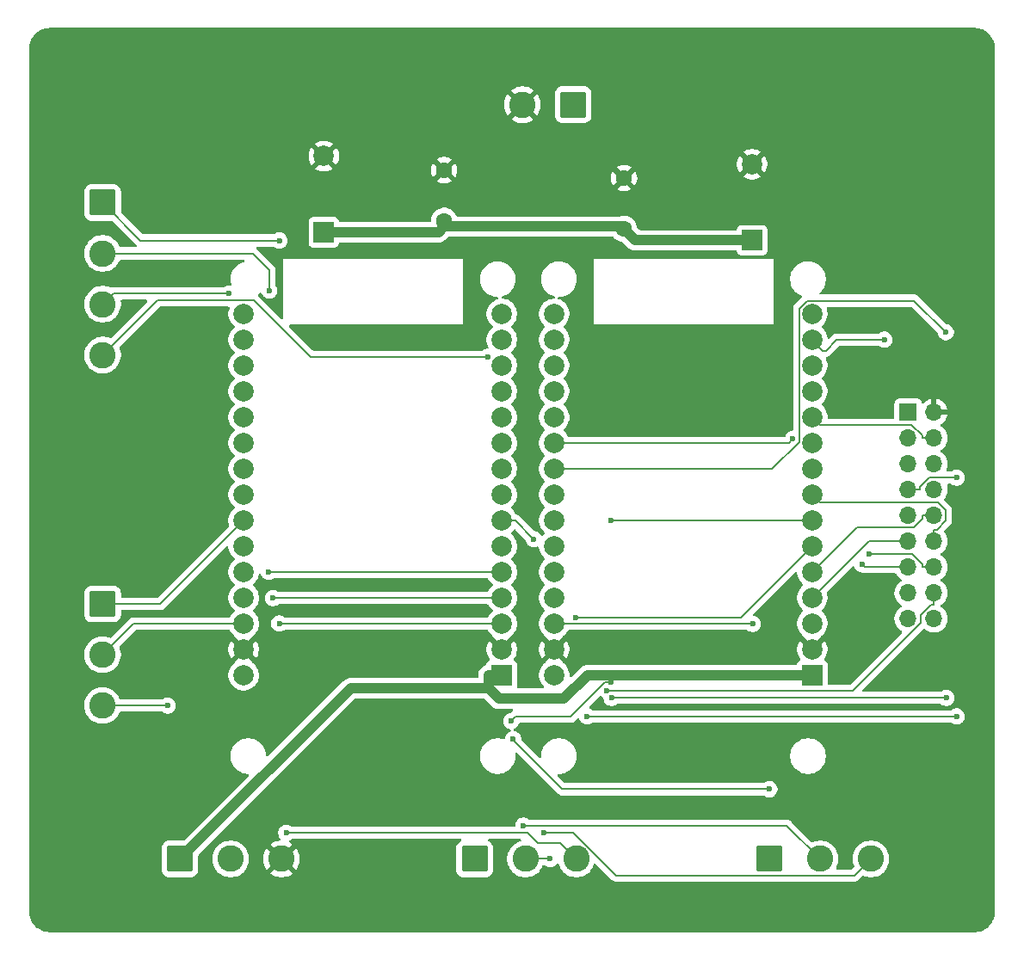
<source format=gbr>
%TF.GenerationSoftware,KiCad,Pcbnew,9.0.0*%
%TF.CreationDate,2025-03-24T12:51:37-05:00*%
%TF.ProjectId,DIIN-proyecto,4449494e-2d70-4726-9f79-6563746f2e6b,rev?*%
%TF.SameCoordinates,Original*%
%TF.FileFunction,Copper,L1,Top*%
%TF.FilePolarity,Positive*%
%FSLAX46Y46*%
G04 Gerber Fmt 4.6, Leading zero omitted, Abs format (unit mm)*
G04 Created by KiCad (PCBNEW 9.0.0) date 2025-03-24 12:51:37*
%MOMM*%
%LPD*%
G01*
G04 APERTURE LIST*
G04 Aperture macros list*
%AMRoundRect*
0 Rectangle with rounded corners*
0 $1 Rounding radius*
0 $2 $3 $4 $5 $6 $7 $8 $9 X,Y pos of 4 corners*
0 Add a 4 corners polygon primitive as box body*
4,1,4,$2,$3,$4,$5,$6,$7,$8,$9,$2,$3,0*
0 Add four circle primitives for the rounded corners*
1,1,$1+$1,$2,$3*
1,1,$1+$1,$4,$5*
1,1,$1+$1,$6,$7*
1,1,$1+$1,$8,$9*
0 Add four rect primitives between the rounded corners*
20,1,$1+$1,$2,$3,$4,$5,0*
20,1,$1+$1,$4,$5,$6,$7,0*
20,1,$1+$1,$6,$7,$8,$9,0*
20,1,$1+$1,$8,$9,$2,$3,0*%
G04 Aperture macros list end*
%TA.AperFunction,ComponentPad*%
%ADD10R,1.700000X1.700000*%
%TD*%
%TA.AperFunction,ComponentPad*%
%ADD11O,1.700000X1.700000*%
%TD*%
%TA.AperFunction,ComponentPad*%
%ADD12C,1.600000*%
%TD*%
%TA.AperFunction,ComponentPad*%
%ADD13R,2.000000X2.000000*%
%TD*%
%TA.AperFunction,ComponentPad*%
%ADD14C,2.000000*%
%TD*%
%TA.AperFunction,ComponentPad*%
%ADD15RoundRect,0.250000X-1.050000X1.050000X-1.050000X-1.050000X1.050000X-1.050000X1.050000X1.050000X0*%
%TD*%
%TA.AperFunction,ComponentPad*%
%ADD16C,2.600000*%
%TD*%
%TA.AperFunction,ComponentPad*%
%ADD17RoundRect,0.250000X1.050000X1.050000X-1.050000X1.050000X-1.050000X-1.050000X1.050000X-1.050000X0*%
%TD*%
%TA.AperFunction,ComponentPad*%
%ADD18RoundRect,0.250000X-1.050000X-1.050000X1.050000X-1.050000X1.050000X1.050000X-1.050000X1.050000X0*%
%TD*%
%TA.AperFunction,ViaPad*%
%ADD19C,0.600000*%
%TD*%
%TA.AperFunction,Conductor*%
%ADD20C,0.200000*%
%TD*%
%TA.AperFunction,Conductor*%
%ADD21C,1.000000*%
%TD*%
G04 APERTURE END LIST*
D10*
%TO.P,J1,1,Pin_1*%
%TO.N,+3.3V*%
X186049800Y-89174100D03*
D11*
%TO.P,J1,2,Pin_2*%
%TO.N,GND*%
X188589800Y-89174100D03*
%TO.P,J1,3,Pin_3*%
%TO.N,SOIC*%
X186049800Y-91714100D03*
%TO.P,J1,4,Pin_4*%
%TO.N,SOID*%
X188589800Y-91714100D03*
%TO.P,J1,5,Pin_5*%
%TO.N,VSYNC*%
X186049800Y-94254100D03*
%TO.P,J1,6,Pin_6*%
%TO.N,HREF*%
X188589800Y-94254100D03*
%TO.P,J1,7,Pin_7*%
%TO.N,PCLK*%
X186049800Y-96794100D03*
%TO.P,J1,8,Pin_8*%
%TO.N,XCLK*%
X188589800Y-96794100D03*
%TO.P,J1,9,Pin_9*%
%TO.N,D7*%
X186049800Y-99334100D03*
%TO.P,J1,10,Pin_10*%
%TO.N,D6*%
X188589800Y-99334100D03*
%TO.P,J1,11,Pin_11*%
%TO.N,D5*%
X186049800Y-101874100D03*
%TO.P,J1,12,Pin_12*%
%TO.N,D4*%
X188589800Y-101874100D03*
%TO.P,J1,13,Pin_13*%
%TO.N,D3*%
X186049800Y-104414100D03*
%TO.P,J1,14,Pin_14*%
%TO.N,D2*%
X188589800Y-104414100D03*
%TO.P,J1,15,Pin_15*%
%TO.N,D1*%
X186049800Y-106954100D03*
%TO.P,J1,16,Pin_16*%
%TO.N,D0*%
X188589800Y-106954100D03*
%TO.P,J1,17,Pin_17*%
%TO.N,RESET*%
X186049800Y-109494100D03*
%TO.P,J1,18,Pin_18*%
%TO.N,PWDN*%
X188589800Y-109494100D03*
%TD*%
D12*
%TO.P,C6,1*%
%TO.N,+3.3V*%
X158089800Y-71134100D03*
%TO.P,C6,2*%
%TO.N,GND*%
X158089800Y-66134100D03*
%TD*%
%TO.P,C4,1*%
%TO.N,+3.3V*%
X140389800Y-70334100D03*
%TO.P,C4,2*%
%TO.N,GND*%
X140389800Y-65334100D03*
%TD*%
D13*
%TO.P,C3,1*%
%TO.N,+3.3V*%
X128552300Y-71451700D03*
D14*
%TO.P,C3,2*%
%TO.N,GND*%
X128552300Y-63951700D03*
%TD*%
D13*
%TO.P,C5,1*%
%TO.N,+3.3V*%
X170689800Y-72251700D03*
D14*
%TO.P,C5,2*%
%TO.N,GND*%
X170689800Y-64751700D03*
%TD*%
D13*
%TO.P,U6,1,3V3*%
%TO.N,+3.3V*%
X176617300Y-115049100D03*
D14*
%TO.P,U6,2,GND*%
%TO.N,GND*%
X176617300Y-112509100D03*
%TO.P,U6,3,D15*%
%TO.N,D7*%
X176617300Y-109969100D03*
%TO.P,U6,4,D2*%
%TO.N,D5*%
X176617300Y-107429100D03*
%TO.P,U6,5,D4*%
%TO.N,D6*%
X176617300Y-104889100D03*
%TO.P,U6,6,RX2*%
%TO.N,RX*%
X176617300Y-102349100D03*
%TO.P,U6,7,TX2*%
%TO.N,TX*%
X176617300Y-99809100D03*
%TO.P,U6,8,D5*%
%TO.N,D4*%
X176617300Y-97269100D03*
%TO.P,U6,9,D18*%
%TO.N,unconnected-(U6-D18-Pad9)*%
X176617300Y-94729100D03*
%TO.P,U6,10,D19*%
%TO.N,D3*%
X176617300Y-92189100D03*
%TO.P,U6,11,D21*%
%TO.N,SOID*%
X176617300Y-89649100D03*
%TO.P,U6,12,RX0*%
%TO.N,unconnected-(U6-RX0-Pad12)*%
X176617300Y-87109100D03*
%TO.P,U6,13,TX0*%
%TO.N,unconnected-(U6-TX0-Pad13)*%
X176617300Y-84569100D03*
%TO.P,U6,14,D22*%
%TO.N,SOIC*%
X176617300Y-82029100D03*
%TO.P,U6,15,D23*%
%TO.N,D2*%
X176617300Y-79489100D03*
%TO.P,U6,16,EN*%
%TO.N,unconnected-(U6-EN-Pad16)*%
X151217300Y-79489100D03*
%TO.P,U6,17,VP*%
%TO.N,unconnected-(U6-VP-Pad17)*%
X151217300Y-82029100D03*
%TO.P,U6,18,VN*%
%TO.N,unconnected-(U6-VN-Pad18)*%
X151217300Y-84569100D03*
%TO.P,U6,19,D34*%
%TO.N,unconnected-(U6-D34-Pad19)*%
X151217300Y-87109100D03*
%TO.P,U6,20,D35*%
%TO.N,unconnected-(U6-D35-Pad20)*%
X151217300Y-89649100D03*
%TO.P,U6,21,D32*%
%TO.N,VSYNC*%
X151217300Y-92189100D03*
%TO.P,U6,22,D33*%
%TO.N,HREF*%
X151217300Y-94729100D03*
%TO.P,U6,23,D25*%
%TO.N,D0*%
X151217300Y-97269100D03*
%TO.P,U6,24,D26*%
%TO.N,XCLK*%
X151217300Y-99809100D03*
%TO.P,U6,25,D27*%
%TO.N,PCLK*%
X151217300Y-102349100D03*
%TO.P,U6,26,D14*%
%TO.N,unconnected-(U6-D14-Pad26)*%
X151217300Y-104889100D03*
%TO.P,U6,27,D12*%
%TO.N,unconnected-(U6-D12-Pad27)*%
X151217300Y-107429100D03*
%TO.P,U6,28,D13*%
%TO.N,D1*%
X151217300Y-109969100D03*
%TO.P,U6,29,GND*%
%TO.N,GND*%
X151217300Y-112509100D03*
%TO.P,U6,30,VIN*%
%TO.N,unconnected-(U6-VIN-Pad30)*%
X151217300Y-115049100D03*
%TD*%
D13*
%TO.P,U8,1,3V3*%
%TO.N,+3.3V*%
X146062300Y-115049100D03*
D14*
%TO.P,U8,2,GND*%
%TO.N,GND*%
X146062300Y-112509100D03*
%TO.P,U8,3,D15*%
%TO.N,FM1*%
X146062300Y-109969100D03*
%TO.P,U8,4,D2*%
%TO.N,FM2*%
X146062300Y-107429100D03*
%TO.P,U8,5,D4*%
%TO.N,FM3*%
X146062300Y-104889100D03*
%TO.P,U8,6,RX2*%
%TO.N,TX*%
X146062300Y-102349100D03*
%TO.P,U8,7,TX2*%
%TO.N,RX*%
X146062300Y-99809100D03*
%TO.P,U8,8,D5*%
%TO.N,FM4*%
X146062300Y-97269100D03*
%TO.P,U8,9,D18*%
%TO.N,IN1*%
X146062300Y-94729100D03*
%TO.P,U8,10,D19*%
%TO.N,IN1_N*%
X146062300Y-92189100D03*
%TO.P,U8,11,D21*%
%TO.N,PWM1*%
X146062300Y-89649100D03*
%TO.P,U8,12,RX0*%
%TO.N,unconnected-(U8-RX0-Pad12)*%
X146062300Y-87109100D03*
%TO.P,U8,13,TX0*%
%TO.N,unconnected-(U8-TX0-Pad13)*%
X146062300Y-84569100D03*
%TO.P,U8,14,D22*%
%TO.N,IN2*%
X146062300Y-82029100D03*
%TO.P,U8,15,D23*%
%TO.N,IN2_N*%
X146062300Y-79489100D03*
%TO.P,U8,16,EN*%
%TO.N,unconnected-(U8-EN-Pad16)*%
X120662300Y-79489100D03*
%TO.P,U8,17,VP*%
%TO.N,unconnected-(U8-VP-Pad17)*%
X120662300Y-82029100D03*
%TO.P,U8,18,VN*%
%TO.N,unconnected-(U8-VN-Pad18)*%
X120662300Y-84569100D03*
%TO.P,U8,19,D34*%
%TO.N,unconnected-(U8-D34-Pad19)*%
X120662300Y-87109100D03*
%TO.P,U8,20,D35*%
%TO.N,unconnected-(U8-D35-Pad20)*%
X120662300Y-89649100D03*
%TO.P,U8,21,D32*%
%TO.N,unconnected-(U8-D32-Pad21)*%
X120662300Y-92189100D03*
%TO.P,U8,22,D33*%
%TO.N,unconnected-(U8-D33-Pad22)*%
X120662300Y-94729100D03*
%TO.P,U8,23,D25*%
%TO.N,unconnected-(U8-D25-Pad23)*%
X120662300Y-97269100D03*
%TO.P,U8,24,D26*%
%TO.N,SCK*%
X120662300Y-99809100D03*
%TO.P,U8,25,D27*%
%TO.N,SD*%
X120662300Y-102349100D03*
%TO.P,U8,26,D14*%
%TO.N,DHT*%
X120662300Y-104889100D03*
%TO.P,U8,27,D12*%
%TO.N,PWM2*%
X120662300Y-107429100D03*
%TO.P,U8,28,D13*%
%TO.N,WS*%
X120662300Y-109969100D03*
%TO.P,U8,29,GND*%
%TO.N,GND*%
X120662300Y-112509100D03*
%TO.P,U8,30,VIN*%
%TO.N,unconnected-(U8-VIN-Pad30)*%
X120662300Y-115049100D03*
%TD*%
D15*
%TO.P,J14,1,Pin_1*%
%TO.N,SCK*%
X106789800Y-108034100D03*
D16*
%TO.P,J14,2,Pin_2*%
%TO.N,WS*%
X106789800Y-113034100D03*
%TO.P,J14,3,Pin_3*%
%TO.N,SD*%
X106789800Y-118034100D03*
%TD*%
D17*
%TO.P,J7,1,Pin_1*%
%TO.N,+3.3V*%
X153089800Y-58893800D03*
D16*
%TO.P,J7,2,Pin_2*%
%TO.N,GND*%
X148089800Y-58893800D03*
%TD*%
D18*
%TO.P,J11,1,Pin_1*%
%TO.N,+3.3V*%
X114389800Y-133134100D03*
D16*
%TO.P,J11,2,Pin_2*%
%TO.N,DHT*%
X119389800Y-133134100D03*
%TO.P,J11,3,Pin_3*%
%TO.N,GND*%
X124389800Y-133134100D03*
%TD*%
D15*
%TO.P,J9,1,Pin_1*%
%TO.N,FM1*%
X106789800Y-68534100D03*
D16*
%TO.P,J9,2,Pin_2*%
%TO.N,FM2*%
X106789800Y-73534100D03*
%TO.P,J9,3,Pin_3*%
%TO.N,FM3*%
X106789800Y-78534100D03*
%TO.P,J9,4,Pin_4*%
%TO.N,FM4*%
X106789800Y-83534100D03*
%TD*%
D18*
%TO.P,J13,1,Pin_1*%
%TO.N,IN2*%
X143389800Y-133134100D03*
D16*
%TO.P,J13,2,Pin_2*%
%TO.N,IN2_N*%
X148389800Y-133134100D03*
%TO.P,J13,3,Pin_3*%
%TO.N,PWM2*%
X153389800Y-133134100D03*
%TD*%
D18*
%TO.P,J12,1,Pin_1*%
%TO.N,IN1*%
X172389800Y-133134100D03*
D16*
%TO.P,J12,2,Pin_2*%
%TO.N,IN1_N*%
X177389800Y-133134100D03*
%TO.P,J12,3,Pin_3*%
%TO.N,PWM1*%
X182389800Y-133134100D03*
%TD*%
D19*
%TO.N,TX*%
X146983132Y-119564681D03*
X156803600Y-115765500D03*
X156803600Y-99809100D03*
%TO.N,RX*%
X153298000Y-109398300D03*
X149212300Y-101653300D03*
%TO.N,SD*%
X113191100Y-118034100D03*
%TO.N,PWM2*%
X124858200Y-130564800D03*
%TO.N,IN2_N*%
X150810200Y-133134100D03*
%TO.N,IN1*%
X172389800Y-126271900D03*
X147179300Y-121333600D03*
%TO.N,IN1_N*%
X148202100Y-129861000D03*
%TO.N,PWM1*%
X150181000Y-130575100D03*
%TO.N,FM3*%
X119252200Y-77492300D03*
X123147800Y-104889100D03*
%TO.N,FM1*%
X124170700Y-72267800D03*
X124170700Y-109969100D03*
%TO.N,FM2*%
X123193300Y-77212800D03*
X123556000Y-107472700D03*
%TO.N,FM4*%
X144668800Y-83715500D03*
%TO.N,VSYNC*%
X174709416Y-91795584D03*
%TO.N,D0*%
X156411400Y-116564700D03*
%TO.N,D3*%
X181491900Y-104134700D03*
%TO.N,XCLK*%
X156857300Y-117283600D03*
X189805800Y-117283600D03*
%TO.N,HREF*%
X189743200Y-81285400D03*
%TO.N,SOIC*%
X183721700Y-82029100D03*
%TO.N,PCLK*%
X154464600Y-119111500D03*
X190818600Y-119111500D03*
X190818600Y-95601500D03*
%TO.N,D2*%
X182201300Y-103115300D03*
%TO.N,D1*%
X170751800Y-110000000D03*
%TD*%
D20*
%TO.N,VSYNC*%
X151217300Y-92189100D02*
X174315900Y-92189100D01*
X174315900Y-92189100D02*
X174709416Y-91795584D01*
D21*
%TO.N,+3.3V*%
X152179054Y-117360531D02*
X145790131Y-117360531D01*
X154490485Y-115049100D02*
X152179054Y-117360531D01*
X145790131Y-117360531D02*
X144760600Y-116331000D01*
X176617300Y-115049100D02*
X154490485Y-115049100D01*
D20*
%TO.N,TX*%
X152844806Y-119117694D02*
X156197000Y-115765500D01*
X156197000Y-115765500D02*
X156803600Y-115765500D01*
X147430119Y-119117694D02*
X152844806Y-119117694D01*
X146983132Y-119564681D02*
X147430119Y-119117694D01*
X176617300Y-99809100D02*
X156803600Y-99809100D01*
%TO.N,RX*%
X169568100Y-109398300D02*
X153298000Y-109398300D01*
X176617300Y-102349100D02*
X169568100Y-109398300D01*
X147368100Y-99809100D02*
X146062300Y-99809100D01*
X149212300Y-101653300D02*
X147368100Y-99809100D01*
%TO.N,SCK*%
X112437300Y-108034100D02*
X120662300Y-99809100D01*
X106789800Y-108034100D02*
X112437300Y-108034100D01*
%TO.N,SD*%
X106789800Y-118034100D02*
X113191100Y-118034100D01*
%TO.N,WS*%
X109854800Y-109969100D02*
X120662300Y-109969100D01*
X106789800Y-113034100D02*
X109854800Y-109969100D01*
%TO.N,PWM2*%
X148611700Y-130564800D02*
X124858200Y-130564800D01*
X149580800Y-131533900D02*
X148611700Y-130564800D01*
X151789600Y-131533900D02*
X149580800Y-131533900D01*
X153389800Y-133134100D02*
X151789600Y-131533900D01*
%TO.N,IN2_N*%
X148389800Y-133134100D02*
X150810200Y-133134100D01*
%TO.N,IN1*%
X152008500Y-126271900D02*
X172389800Y-126271900D01*
X147179300Y-121442700D02*
X152008500Y-126271900D01*
X147179300Y-121333600D02*
X147179300Y-121442700D01*
%TO.N,IN1_N*%
X174116700Y-129861000D02*
X148202100Y-129861000D01*
X177389800Y-133134100D02*
X174116700Y-129861000D01*
%TO.N,PWM1*%
X153096000Y-130575100D02*
X150181000Y-130575100D01*
X157282600Y-134761700D02*
X153096000Y-130575100D01*
X180762200Y-134761700D02*
X157282600Y-134761700D01*
X182389800Y-133134100D02*
X180762200Y-134761700D01*
%TO.N,FM3*%
X146062300Y-104889100D02*
X123147800Y-104889100D01*
X107831600Y-77492300D02*
X119252200Y-77492300D01*
X106789800Y-78534100D02*
X107831600Y-77492300D01*
%TO.N,FM1*%
X146062300Y-109969100D02*
X124170700Y-109969100D01*
X110523500Y-72267800D02*
X124170700Y-72267800D01*
X106789800Y-68534100D02*
X110523500Y-72267800D01*
%TO.N,FM2*%
X123193300Y-75173000D02*
X123193300Y-77212800D01*
X121554400Y-73534100D02*
X123193300Y-75173000D01*
X106789800Y-73534100D02*
X121554400Y-73534100D01*
X146018700Y-107472700D02*
X146062300Y-107429100D01*
X123556000Y-107472700D02*
X146018700Y-107472700D01*
%TO.N,FM4*%
X127245500Y-83715500D02*
X144668800Y-83715500D01*
X121693700Y-78163700D02*
X127245500Y-83715500D01*
X112160200Y-78163700D02*
X121693700Y-78163700D01*
X106789800Y-83534100D02*
X112160200Y-78163700D01*
%TO.N,D0*%
X188589800Y-106954100D02*
X188589800Y-108105800D01*
X180608100Y-116564700D02*
X156411400Y-116564700D01*
X187319800Y-109853000D02*
X180608100Y-116564700D01*
X187319800Y-109107300D02*
X187319800Y-109853000D01*
X188321300Y-108105800D02*
X187319800Y-109107300D01*
X188589800Y-108105800D02*
X188321300Y-108105800D01*
%TO.N,D3*%
X181771300Y-104414100D02*
X186049800Y-104414100D01*
X181491900Y-104134700D02*
X181771300Y-104414100D01*
%TO.N,XCLK*%
X189805800Y-117283600D02*
X156857300Y-117283600D01*
%TO.N,SOID*%
X188589800Y-91714100D02*
X187438100Y-91714100D01*
X177366900Y-90398700D02*
X176617300Y-89649100D01*
X186391200Y-90398700D02*
X177366900Y-90398700D01*
X187438100Y-91445600D02*
X186391200Y-90398700D01*
X187438100Y-91714100D02*
X187438100Y-91445600D01*
%TO.N,HREF*%
X186645200Y-78187400D02*
X189743200Y-81285400D01*
X176078100Y-78187400D02*
X186645200Y-78187400D01*
X175315600Y-78949900D02*
X176078100Y-78187400D01*
X175315600Y-92091100D02*
X175315600Y-78949900D01*
X172677600Y-94729100D02*
X175315600Y-92091100D01*
X151217300Y-94729100D02*
X172677600Y-94729100D01*
%TO.N,D6*%
X181020600Y-100485800D02*
X176617300Y-104889100D01*
X186574400Y-100485800D02*
X181020600Y-100485800D01*
X187438100Y-99622100D02*
X186574400Y-100485800D01*
X187438100Y-99334100D02*
X187438100Y-99622100D01*
X188589800Y-99334100D02*
X187438100Y-99334100D01*
%TO.N,SOIC*%
X179026200Y-82029100D02*
X183721700Y-82029100D01*
X179026200Y-82029200D02*
X179026200Y-82029100D01*
X177943900Y-83111500D02*
X179026200Y-82029200D01*
X177611300Y-83111500D02*
X177943900Y-83111500D01*
X176617300Y-82117500D02*
X177611300Y-83111500D01*
X176617300Y-82029100D02*
X176617300Y-82117500D01*
%TO.N,PCLK*%
X186049800Y-96794100D02*
X187201500Y-96794100D01*
X188125600Y-95601500D02*
X190818600Y-95601500D01*
X187201500Y-96525600D02*
X188125600Y-95601500D01*
X187201500Y-96794100D02*
X187201500Y-96525600D01*
X190818600Y-119111500D02*
X154464600Y-119111500D01*
%TO.N,D5*%
X182172300Y-101874100D02*
X176617300Y-107429100D01*
X186049800Y-101874100D02*
X182172300Y-101874100D01*
%TO.N,D4*%
X188858300Y-100722400D02*
X188589800Y-100722400D01*
X189742000Y-99838700D02*
X188858300Y-100722400D01*
X189742000Y-98823700D02*
X189742000Y-99838700D01*
X188982400Y-98064100D02*
X189742000Y-98823700D01*
X177412300Y-98064100D02*
X188982400Y-98064100D01*
X176617300Y-97269100D02*
X177412300Y-98064100D01*
X188589800Y-101874100D02*
X188589800Y-100722400D01*
%TO.N,D2*%
X188589800Y-104414100D02*
X187438100Y-104414100D01*
X186407800Y-103115300D02*
X182201300Y-103115300D01*
X187438100Y-104145600D02*
X186407800Y-103115300D01*
X187438100Y-104414100D02*
X187438100Y-104145600D01*
%TO.N,D1*%
X151248200Y-110000000D02*
X170751800Y-110000000D01*
X151217300Y-109969100D02*
X151248200Y-110000000D01*
D21*
%TO.N,+3.3V*%
X146062300Y-115049100D02*
X144760600Y-115049100D01*
X144760600Y-115049100D02*
X144760600Y-116331000D01*
X131192900Y-116331000D02*
X114389800Y-133134100D01*
X144760600Y-116331000D02*
X131192900Y-116331000D01*
X159207400Y-72251700D02*
X158089800Y-71134100D01*
X170689800Y-72251700D02*
X159207400Y-72251700D01*
X140389800Y-70892900D02*
X140389800Y-70334100D01*
X157848600Y-70892900D02*
X158089800Y-71134100D01*
X140389800Y-70892900D02*
X157848600Y-70892900D01*
X139831000Y-71451700D02*
X128552300Y-71451700D01*
X140389800Y-70892900D02*
X139831000Y-71451700D01*
%TD*%
%TA.AperFunction,Conductor*%
%TO.N,GND*%
G36*
X147430063Y-100720316D02*
G01*
X147431326Y-100721561D01*
X148377725Y-101667960D01*
X148411210Y-101729283D01*
X148411661Y-101731449D01*
X148442561Y-101886791D01*
X148442564Y-101886801D01*
X148502902Y-102032472D01*
X148502909Y-102032485D01*
X148590510Y-102163588D01*
X148590513Y-102163592D01*
X148702007Y-102275086D01*
X148702011Y-102275089D01*
X148833114Y-102362690D01*
X148833127Y-102362697D01*
X148905113Y-102392514D01*
X148978803Y-102423037D01*
X149133453Y-102453799D01*
X149133456Y-102453800D01*
X149133458Y-102453800D01*
X149291144Y-102453800D01*
X149291145Y-102453799D01*
X149445797Y-102423037D01*
X149548233Y-102380606D01*
X149617700Y-102373138D01*
X149680180Y-102404413D01*
X149715832Y-102464502D01*
X149718157Y-102475770D01*
X149753746Y-102700468D01*
X149826733Y-102925096D01*
X149906472Y-103081591D01*
X149933957Y-103135533D01*
X150072783Y-103326610D01*
X150239790Y-103493617D01*
X150274427Y-103518783D01*
X150317092Y-103574113D01*
X150323071Y-103643726D01*
X150290465Y-103705521D01*
X150274430Y-103719415D01*
X150256665Y-103732322D01*
X150239788Y-103744584D01*
X150072785Y-103911587D01*
X150072785Y-103911588D01*
X150072783Y-103911590D01*
X150013162Y-103993650D01*
X149933957Y-104102666D01*
X149826733Y-104313103D01*
X149753746Y-104537731D01*
X149716800Y-104771002D01*
X149716800Y-105007197D01*
X149753746Y-105240468D01*
X149826733Y-105465096D01*
X149906472Y-105621591D01*
X149933957Y-105675533D01*
X150072783Y-105866610D01*
X150239790Y-106033617D01*
X150274427Y-106058783D01*
X150317092Y-106114113D01*
X150323071Y-106183726D01*
X150290465Y-106245521D01*
X150274430Y-106259415D01*
X150256665Y-106272322D01*
X150239788Y-106284584D01*
X150072785Y-106451587D01*
X150072785Y-106451588D01*
X150072783Y-106451590D01*
X150043097Y-106492449D01*
X149933957Y-106642666D01*
X149826733Y-106853103D01*
X149753746Y-107077731D01*
X149716800Y-107311002D01*
X149716800Y-107547197D01*
X149753746Y-107780468D01*
X149826733Y-108005096D01*
X149918327Y-108184857D01*
X149933957Y-108215533D01*
X150072783Y-108406610D01*
X150239790Y-108573617D01*
X150274427Y-108598783D01*
X150317092Y-108654113D01*
X150323071Y-108723726D01*
X150290465Y-108785521D01*
X150274430Y-108799415D01*
X150256665Y-108812322D01*
X150239788Y-108824584D01*
X150072785Y-108991587D01*
X150072785Y-108991588D01*
X150072783Y-108991590D01*
X150013660Y-109072965D01*
X149933957Y-109182666D01*
X149826733Y-109393103D01*
X149753746Y-109617731D01*
X149716800Y-109851002D01*
X149716800Y-110087197D01*
X149753746Y-110320468D01*
X149826733Y-110545096D01*
X149921890Y-110731851D01*
X149933957Y-110755533D01*
X150072783Y-110946610D01*
X150239790Y-111113617D01*
X150299016Y-111156647D01*
X150341681Y-111211975D01*
X150349748Y-111266693D01*
X150348193Y-111286440D01*
X151079725Y-112017971D01*
X151020447Y-112033855D01*
X150904153Y-112100998D01*
X150809198Y-112195953D01*
X150742055Y-112312247D01*
X150726171Y-112371525D01*
X149994640Y-111639994D01*
X149934384Y-111722930D01*
X149827197Y-111933297D01*
X149754234Y-112157852D01*
X149717300Y-112391047D01*
X149717300Y-112627152D01*
X149754234Y-112860347D01*
X149827197Y-113084902D01*
X149934387Y-113295274D01*
X149994638Y-113378204D01*
X149994640Y-113378205D01*
X150726171Y-112646674D01*
X150742055Y-112705953D01*
X150809198Y-112822247D01*
X150904153Y-112917202D01*
X151020447Y-112984345D01*
X151079725Y-113000228D01*
X150348193Y-113731758D01*
X150349748Y-113751505D01*
X150335384Y-113819883D01*
X150299017Y-113861551D01*
X150239790Y-113904582D01*
X150072785Y-114071587D01*
X150072785Y-114071588D01*
X150072783Y-114071590D01*
X150013162Y-114153650D01*
X149933957Y-114262666D01*
X149826733Y-114473103D01*
X149753746Y-114697731D01*
X149716800Y-114931002D01*
X149716800Y-115167197D01*
X149753746Y-115400468D01*
X149826733Y-115625096D01*
X149861445Y-115693221D01*
X149933957Y-115835533D01*
X150072783Y-116026610D01*
X150072785Y-116026612D01*
X150194523Y-116148350D01*
X150228008Y-116209673D01*
X150223024Y-116279365D01*
X150181152Y-116335298D01*
X150115688Y-116359715D01*
X150106842Y-116360031D01*
X147659103Y-116360031D01*
X147592064Y-116340346D01*
X147546309Y-116287542D01*
X147536365Y-116218384D01*
X147542921Y-116192697D01*
X147556391Y-116156583D01*
X147562800Y-116096973D01*
X147562799Y-114001228D01*
X147556391Y-113941617D01*
X147542578Y-113904583D01*
X147506097Y-113806771D01*
X147506093Y-113806764D01*
X147419847Y-113691555D01*
X147419844Y-113691552D01*
X147304635Y-113605306D01*
X147296846Y-113601053D01*
X147298567Y-113597899D01*
X147256325Y-113566286D01*
X147231899Y-113500825D01*
X147246742Y-113432550D01*
X147255264Y-113419077D01*
X147345214Y-113295271D01*
X147452402Y-113084902D01*
X147525365Y-112860347D01*
X147562300Y-112627152D01*
X147562300Y-112391047D01*
X147525365Y-112157852D01*
X147452402Y-111933297D01*
X147345214Y-111722928D01*
X147284958Y-111639994D01*
X147284958Y-111639993D01*
X146553427Y-112371523D01*
X146537545Y-112312247D01*
X146470402Y-112195953D01*
X146375447Y-112100998D01*
X146259153Y-112033855D01*
X146199874Y-112017971D01*
X146931405Y-111286440D01*
X146929851Y-111266694D01*
X146944215Y-111198316D01*
X146980584Y-111156647D01*
X147039810Y-111113617D01*
X147206817Y-110946610D01*
X147345643Y-110755533D01*
X147452868Y-110545092D01*
X147525853Y-110320468D01*
X147539629Y-110233489D01*
X147562800Y-110087197D01*
X147562800Y-109851002D01*
X147525853Y-109617731D01*
X147474215Y-109458807D01*
X147452868Y-109393108D01*
X147452866Y-109393105D01*
X147452866Y-109393103D01*
X147384894Y-109259702D01*
X147345643Y-109182667D01*
X147206817Y-108991590D01*
X147039810Y-108824583D01*
X147005172Y-108799417D01*
X146962507Y-108744089D01*
X146956528Y-108674475D01*
X146989133Y-108612680D01*
X147005173Y-108598782D01*
X147006525Y-108597800D01*
X147039810Y-108573617D01*
X147206817Y-108406610D01*
X147345643Y-108215533D01*
X147452868Y-108005092D01*
X147525853Y-107780468D01*
X147537616Y-107706201D01*
X147562800Y-107547197D01*
X147562800Y-107311002D01*
X147525853Y-107077731D01*
X147488383Y-106962411D01*
X147452868Y-106853108D01*
X147452866Y-106853105D01*
X147452866Y-106853103D01*
X147376364Y-106702961D01*
X147345643Y-106642667D01*
X147206817Y-106451590D01*
X147039810Y-106284583D01*
X147005172Y-106259417D01*
X146962507Y-106204089D01*
X146956528Y-106134475D01*
X146989133Y-106072680D01*
X147005173Y-106058782D01*
X147039810Y-106033617D01*
X147206817Y-105866610D01*
X147345643Y-105675533D01*
X147452868Y-105465092D01*
X147525853Y-105240468D01*
X147544630Y-105121914D01*
X147562800Y-105007197D01*
X147562800Y-104771002D01*
X147525853Y-104537731D01*
X147473010Y-104375100D01*
X147452868Y-104313108D01*
X147452866Y-104313105D01*
X147452866Y-104313103D01*
X147384894Y-104179702D01*
X147345643Y-104102667D01*
X147206817Y-103911590D01*
X147039810Y-103744583D01*
X147005172Y-103719417D01*
X146962507Y-103664089D01*
X146956528Y-103594475D01*
X146989133Y-103532680D01*
X147005173Y-103518782D01*
X147039810Y-103493617D01*
X147206817Y-103326610D01*
X147345643Y-103135533D01*
X147452868Y-102925092D01*
X147525853Y-102700468D01*
X147544630Y-102581916D01*
X147562800Y-102467197D01*
X147562800Y-102231002D01*
X147525853Y-101997731D01*
X147452866Y-101773103D01*
X147345642Y-101562666D01*
X147342148Y-101557857D01*
X147206817Y-101371590D01*
X147039810Y-101204583D01*
X147005172Y-101179417D01*
X146962507Y-101124089D01*
X146956528Y-101054475D01*
X146989133Y-100992680D01*
X147005173Y-100978782D01*
X147039810Y-100953617D01*
X147206817Y-100786610D01*
X147243328Y-100736356D01*
X147298654Y-100693692D01*
X147368267Y-100687711D01*
X147430063Y-100720316D01*
G37*
%TD.AperFunction*%
%TA.AperFunction,Conductor*%
G36*
X180664920Y-104333228D02*
G01*
X180720853Y-104375100D01*
X180736147Y-104401958D01*
X180782502Y-104513872D01*
X180782509Y-104513885D01*
X180870110Y-104644988D01*
X180870113Y-104644992D01*
X180981607Y-104756486D01*
X180981611Y-104756489D01*
X181112714Y-104844090D01*
X181112727Y-104844097D01*
X181238478Y-104896184D01*
X181258403Y-104904437D01*
X181399545Y-104932512D01*
X181413053Y-104935199D01*
X181413056Y-104935200D01*
X181413058Y-104935200D01*
X181439647Y-104935200D01*
X181501648Y-104951813D01*
X181539515Y-104973677D01*
X181692242Y-105014600D01*
X181692243Y-105014600D01*
X184764081Y-105014600D01*
X184831120Y-105034285D01*
X184874565Y-105082305D01*
X184894747Y-105121914D01*
X184894748Y-105121915D01*
X185019690Y-105293886D01*
X185170013Y-105444209D01*
X185341982Y-105569150D01*
X185350746Y-105573616D01*
X185401542Y-105621591D01*
X185418336Y-105689412D01*
X185395798Y-105755547D01*
X185350746Y-105794584D01*
X185341982Y-105799049D01*
X185170013Y-105923990D01*
X185019690Y-106074313D01*
X184894751Y-106246279D01*
X184798244Y-106435685D01*
X184732553Y-106637860D01*
X184701915Y-106831300D01*
X184699300Y-106847813D01*
X184699300Y-107060387D01*
X184732554Y-107270343D01*
X184762046Y-107361111D01*
X184798244Y-107472514D01*
X184894751Y-107661920D01*
X185019690Y-107833886D01*
X185170013Y-107984209D01*
X185341982Y-108109150D01*
X185350746Y-108113616D01*
X185401542Y-108161591D01*
X185418336Y-108229412D01*
X185395798Y-108295547D01*
X185350746Y-108334584D01*
X185341982Y-108339049D01*
X185170013Y-108463990D01*
X185019690Y-108614313D01*
X184894751Y-108786279D01*
X184798244Y-108975685D01*
X184732553Y-109177860D01*
X184699300Y-109387813D01*
X184699300Y-109600387D01*
X184709334Y-109663744D01*
X184725609Y-109766498D01*
X184732554Y-109810343D01*
X184758518Y-109890253D01*
X184798244Y-110012514D01*
X184894751Y-110201920D01*
X185019690Y-110373886D01*
X185170013Y-110524209D01*
X185302115Y-110620185D01*
X185341984Y-110649151D01*
X185379380Y-110668205D01*
X185410135Y-110683876D01*
X185460931Y-110731851D01*
X185477726Y-110799672D01*
X185455188Y-110865807D01*
X185441521Y-110882042D01*
X180395684Y-115927881D01*
X180334361Y-115961366D01*
X180308003Y-115964200D01*
X178241800Y-115964200D01*
X178174761Y-115944515D01*
X178129006Y-115891711D01*
X178117800Y-115840200D01*
X178117799Y-114001229D01*
X178117798Y-114001223D01*
X178115455Y-113979428D01*
X178111391Y-113941617D01*
X178097578Y-113904583D01*
X178061097Y-113806771D01*
X178061093Y-113806764D01*
X177974847Y-113691555D01*
X177974844Y-113691552D01*
X177859635Y-113605306D01*
X177851846Y-113601053D01*
X177853567Y-113597899D01*
X177811325Y-113566286D01*
X177786899Y-113500825D01*
X177801742Y-113432550D01*
X177810264Y-113419077D01*
X177900214Y-113295271D01*
X178007402Y-113084902D01*
X178080365Y-112860347D01*
X178117300Y-112627152D01*
X178117300Y-112391047D01*
X178080365Y-112157852D01*
X178007402Y-111933297D01*
X177900214Y-111722928D01*
X177839958Y-111639994D01*
X177839958Y-111639993D01*
X177108427Y-112371523D01*
X177092545Y-112312247D01*
X177025402Y-112195953D01*
X176930447Y-112100998D01*
X176814153Y-112033855D01*
X176754874Y-112017971D01*
X177486405Y-111286440D01*
X177484851Y-111266694D01*
X177499215Y-111198316D01*
X177535584Y-111156647D01*
X177594810Y-111113617D01*
X177761817Y-110946610D01*
X177900643Y-110755533D01*
X178007868Y-110545092D01*
X178080853Y-110320468D01*
X178094629Y-110233489D01*
X178117800Y-110087197D01*
X178117800Y-109851002D01*
X178080853Y-109617731D01*
X178029215Y-109458807D01*
X178007868Y-109393108D01*
X178007866Y-109393105D01*
X178007866Y-109393103D01*
X177939894Y-109259702D01*
X177900643Y-109182667D01*
X177761817Y-108991590D01*
X177594810Y-108824583D01*
X177560172Y-108799417D01*
X177517507Y-108744089D01*
X177511528Y-108674475D01*
X177544133Y-108612680D01*
X177560173Y-108598782D01*
X177561525Y-108597800D01*
X177594810Y-108573617D01*
X177761817Y-108406610D01*
X177900643Y-108215533D01*
X178007868Y-108005092D01*
X178080853Y-107780468D01*
X178092616Y-107706201D01*
X178117800Y-107547197D01*
X178117800Y-107311002D01*
X178093168Y-107155490D01*
X178080853Y-107077732D01*
X178039847Y-106951533D01*
X178037853Y-106881693D01*
X178070096Y-106825537D01*
X180533907Y-104361727D01*
X180595228Y-104328244D01*
X180664920Y-104333228D01*
G37*
%TD.AperFunction*%
%TA.AperFunction,Conductor*%
G36*
X175036134Y-104882014D02*
G01*
X175092067Y-104923886D01*
X175116484Y-104989350D01*
X175116800Y-104998196D01*
X175116800Y-105007197D01*
X175153746Y-105240468D01*
X175226733Y-105465096D01*
X175306472Y-105621591D01*
X175333957Y-105675533D01*
X175472783Y-105866610D01*
X175639790Y-106033617D01*
X175674427Y-106058783D01*
X175717092Y-106114113D01*
X175723071Y-106183726D01*
X175690465Y-106245521D01*
X175674430Y-106259415D01*
X175656665Y-106272322D01*
X175639788Y-106284584D01*
X175472785Y-106451587D01*
X175472785Y-106451588D01*
X175472783Y-106451590D01*
X175443097Y-106492449D01*
X175333957Y-106642666D01*
X175226733Y-106853103D01*
X175153746Y-107077731D01*
X175116800Y-107311002D01*
X175116800Y-107547197D01*
X175153746Y-107780468D01*
X175226733Y-108005096D01*
X175318327Y-108184857D01*
X175333957Y-108215533D01*
X175472783Y-108406610D01*
X175639790Y-108573617D01*
X175674427Y-108598783D01*
X175717092Y-108654113D01*
X175723071Y-108723726D01*
X175690465Y-108785521D01*
X175674430Y-108799415D01*
X175656665Y-108812322D01*
X175639788Y-108824584D01*
X175472785Y-108991587D01*
X175472785Y-108991588D01*
X175472783Y-108991590D01*
X175413660Y-109072965D01*
X175333957Y-109182666D01*
X175226733Y-109393103D01*
X175153746Y-109617731D01*
X175116800Y-109851002D01*
X175116800Y-110087197D01*
X175153746Y-110320468D01*
X175226733Y-110545096D01*
X175321890Y-110731851D01*
X175333957Y-110755533D01*
X175472783Y-110946610D01*
X175639790Y-111113617D01*
X175699016Y-111156647D01*
X175741681Y-111211975D01*
X175749748Y-111266693D01*
X175748193Y-111286440D01*
X176479725Y-112017971D01*
X176420447Y-112033855D01*
X176304153Y-112100998D01*
X176209198Y-112195953D01*
X176142055Y-112312247D01*
X176126171Y-112371525D01*
X175394640Y-111639994D01*
X175334384Y-111722930D01*
X175227197Y-111933297D01*
X175154234Y-112157852D01*
X175117300Y-112391047D01*
X175117300Y-112627152D01*
X175154234Y-112860347D01*
X175227197Y-113084902D01*
X175334387Y-113295274D01*
X175424335Y-113419078D01*
X175447815Y-113484884D01*
X175431989Y-113552938D01*
X175382659Y-113600879D01*
X175382754Y-113601053D01*
X175382130Y-113601393D01*
X175381884Y-113601633D01*
X175380811Y-113602113D01*
X175374964Y-113605306D01*
X175259755Y-113691552D01*
X175259752Y-113691555D01*
X175173506Y-113806764D01*
X175173502Y-113806771D01*
X175123208Y-113941617D01*
X175121426Y-113949162D01*
X175119153Y-113948625D01*
X175096871Y-114002412D01*
X175039477Y-114042257D01*
X175000324Y-114048600D01*
X154391940Y-114048600D01*
X154298851Y-114067116D01*
X154298833Y-114067120D01*
X154295297Y-114067824D01*
X154198649Y-114087049D01*
X154166632Y-114100311D01*
X154158712Y-114103591D01*
X154158706Y-114103593D01*
X154016577Y-114162464D01*
X154016564Y-114162471D01*
X153852704Y-114271959D01*
X153783025Y-114341638D01*
X153713346Y-114411318D01*
X152929481Y-115195183D01*
X152868158Y-115228668D01*
X152798466Y-115223684D01*
X152742533Y-115181812D01*
X152718116Y-115116348D01*
X152717800Y-115107502D01*
X152717800Y-114931002D01*
X152680853Y-114697731D01*
X152607866Y-114473103D01*
X152551302Y-114362091D01*
X152500643Y-114262667D01*
X152361817Y-114071590D01*
X152194810Y-113904583D01*
X152135582Y-113861551D01*
X152092917Y-113806222D01*
X152084850Y-113751504D01*
X152086404Y-113731757D01*
X151354874Y-113000228D01*
X151414153Y-112984345D01*
X151530447Y-112917202D01*
X151625402Y-112822247D01*
X151692545Y-112705953D01*
X151708428Y-112646675D01*
X152439958Y-113378205D01*
X152439958Y-113378204D01*
X152500214Y-113295269D01*
X152500218Y-113295263D01*
X152607402Y-113084902D01*
X152680365Y-112860347D01*
X152717300Y-112627152D01*
X152717300Y-112391047D01*
X152680365Y-112157852D01*
X152607402Y-111933297D01*
X152500214Y-111722928D01*
X152439958Y-111639994D01*
X152439958Y-111639993D01*
X151708428Y-112371524D01*
X151692545Y-112312247D01*
X151625402Y-112195953D01*
X151530447Y-112100998D01*
X151414153Y-112033855D01*
X151354874Y-112017971D01*
X152086405Y-111286440D01*
X152084851Y-111266694D01*
X152099215Y-111198316D01*
X152135584Y-111156647D01*
X152194810Y-111113617D01*
X152361817Y-110946610D01*
X152500643Y-110755533D01*
X152545139Y-110668205D01*
X152593114Y-110617409D01*
X152655624Y-110600500D01*
X170172034Y-110600500D01*
X170239073Y-110620185D01*
X170240925Y-110621398D01*
X170372614Y-110709390D01*
X170372627Y-110709397D01*
X170517970Y-110769599D01*
X170518303Y-110769737D01*
X170668795Y-110799672D01*
X170672953Y-110800499D01*
X170672956Y-110800500D01*
X170672958Y-110800500D01*
X170830644Y-110800500D01*
X170830645Y-110800499D01*
X170985297Y-110769737D01*
X171130979Y-110709394D01*
X171262089Y-110621789D01*
X171373589Y-110510289D01*
X171461194Y-110379179D01*
X171463387Y-110373886D01*
X171521535Y-110233501D01*
X171521537Y-110233497D01*
X171552300Y-110078842D01*
X171552300Y-109921158D01*
X171552300Y-109921155D01*
X171552299Y-109921153D01*
X171521537Y-109766503D01*
X171484386Y-109676812D01*
X171461197Y-109620827D01*
X171461190Y-109620814D01*
X171373589Y-109489711D01*
X171373586Y-109489707D01*
X171262092Y-109378213D01*
X171262088Y-109378210D01*
X171130985Y-109290609D01*
X171130972Y-109290602D01*
X170985301Y-109230264D01*
X170985291Y-109230261D01*
X170879252Y-109209168D01*
X170817341Y-109176783D01*
X170782767Y-109116067D01*
X170786508Y-109046297D01*
X170815761Y-108999872D01*
X174905119Y-104910515D01*
X174966442Y-104877030D01*
X175036134Y-104882014D01*
G37*
%TD.AperFunction*%
%TA.AperFunction,Conductor*%
G36*
X192593883Y-51334832D02*
G01*
X192842702Y-51351144D01*
X192858780Y-51353260D01*
X193099364Y-51401118D01*
X193115026Y-51405315D01*
X193226697Y-51443223D01*
X193347300Y-51484163D01*
X193362285Y-51490370D01*
X193582286Y-51598864D01*
X193596330Y-51606972D01*
X193800288Y-51743253D01*
X193813148Y-51753121D01*
X193923634Y-51850015D01*
X193997572Y-51914858D01*
X194009041Y-51926327D01*
X194170775Y-52110747D01*
X194180649Y-52123615D01*
X194316925Y-52327566D01*
X194325035Y-52341613D01*
X194433529Y-52561614D01*
X194439736Y-52576599D01*
X194518583Y-52808870D01*
X194522781Y-52824537D01*
X194570638Y-53065118D01*
X194572755Y-53081198D01*
X194589067Y-53330015D01*
X194589333Y-53338127D01*
X194589333Y-138268178D01*
X194589332Y-138268182D01*
X194589332Y-138298285D01*
X194589332Y-138330007D01*
X194589332Y-138330010D01*
X194589067Y-138338118D01*
X194572761Y-138586954D01*
X194570644Y-138603035D01*
X194522792Y-138843621D01*
X194518594Y-138859289D01*
X194439749Y-139091569D01*
X194433542Y-139106554D01*
X194325055Y-139326552D01*
X194316945Y-139340600D01*
X194180666Y-139544561D01*
X194170792Y-139557429D01*
X194009059Y-139741855D01*
X193997590Y-139753324D01*
X193813169Y-139915062D01*
X193800307Y-139924931D01*
X193664834Y-140015454D01*
X193596347Y-140061217D01*
X193582301Y-140069326D01*
X193362304Y-140177821D01*
X193347318Y-140184029D01*
X193115037Y-140262881D01*
X193099370Y-140267079D01*
X192858786Y-140314937D01*
X192842705Y-140317054D01*
X192594890Y-140333301D01*
X192586778Y-140333567D01*
X101663326Y-140333567D01*
X101655721Y-140333566D01*
X101655718Y-140333566D01*
X101625613Y-140333566D01*
X101593888Y-140333566D01*
X101593887Y-140333565D01*
X101585782Y-140333301D01*
X101336949Y-140316995D01*
X101320867Y-140314878D01*
X101080286Y-140267026D01*
X101064619Y-140262828D01*
X100832347Y-140183985D01*
X100817361Y-140177777D01*
X100597357Y-140069284D01*
X100583310Y-140061174D01*
X100379366Y-139924904D01*
X100366497Y-139915030D01*
X100182073Y-139753295D01*
X100170604Y-139741826D01*
X100008869Y-139557402D01*
X99998995Y-139544533D01*
X99862725Y-139340589D01*
X99854615Y-139326542D01*
X99746122Y-139106538D01*
X99739917Y-139091560D01*
X99661068Y-138859270D01*
X99656875Y-138843621D01*
X99609020Y-138603025D01*
X99606904Y-138586950D01*
X99590598Y-138338117D01*
X99590333Y-138330007D01*
X99590334Y-138268182D01*
X99590333Y-138268178D01*
X99590333Y-117916095D01*
X104989300Y-117916095D01*
X104989300Y-118152104D01*
X104989301Y-118152120D01*
X105016804Y-118361031D01*
X105020107Y-118386114D01*
X105047866Y-118489710D01*
X105081194Y-118614093D01*
X105171514Y-118832145D01*
X105171519Y-118832156D01*
X105235455Y-118942894D01*
X105289527Y-119036550D01*
X105289529Y-119036553D01*
X105289530Y-119036554D01*
X105433206Y-119223797D01*
X105433212Y-119223804D01*
X105600095Y-119390687D01*
X105600101Y-119390692D01*
X105787350Y-119534373D01*
X105897926Y-119598214D01*
X105991743Y-119652380D01*
X105991748Y-119652382D01*
X105991751Y-119652384D01*
X106209807Y-119742706D01*
X106437786Y-119803793D01*
X106671789Y-119834600D01*
X106671796Y-119834600D01*
X106907804Y-119834600D01*
X106907811Y-119834600D01*
X107141814Y-119803793D01*
X107369793Y-119742706D01*
X107587849Y-119652384D01*
X107792250Y-119534373D01*
X107979499Y-119390692D01*
X108146392Y-119223799D01*
X108290073Y-119036550D01*
X108406669Y-118834600D01*
X108408080Y-118832156D01*
X108408080Y-118832155D01*
X108408084Y-118832149D01*
X108458205Y-118711147D01*
X108502046Y-118656744D01*
X108568340Y-118634679D01*
X108572766Y-118634600D01*
X112611334Y-118634600D01*
X112678373Y-118654285D01*
X112680225Y-118655498D01*
X112811914Y-118743490D01*
X112811927Y-118743497D01*
X112957598Y-118803835D01*
X112957603Y-118803837D01*
X113099916Y-118832145D01*
X113112253Y-118834599D01*
X113112256Y-118834600D01*
X113112258Y-118834600D01*
X113269944Y-118834600D01*
X113269945Y-118834599D01*
X113424597Y-118803837D01*
X113570279Y-118743494D01*
X113701389Y-118655889D01*
X113812889Y-118544389D01*
X113900494Y-118413279D01*
X113960837Y-118267597D01*
X113991600Y-118112942D01*
X113991600Y-117955258D01*
X113991600Y-117955255D01*
X113991599Y-117955253D01*
X113981680Y-117905386D01*
X113960837Y-117800603D01*
X113958056Y-117793888D01*
X113900497Y-117654927D01*
X113900490Y-117654914D01*
X113812889Y-117523811D01*
X113812886Y-117523807D01*
X113701392Y-117412313D01*
X113701388Y-117412310D01*
X113570285Y-117324709D01*
X113570272Y-117324702D01*
X113424601Y-117264364D01*
X113424589Y-117264361D01*
X113269945Y-117233600D01*
X113269942Y-117233600D01*
X113112258Y-117233600D01*
X113112255Y-117233600D01*
X112957610Y-117264361D01*
X112957598Y-117264364D01*
X112811927Y-117324702D01*
X112811914Y-117324709D01*
X112680225Y-117412702D01*
X112613547Y-117433580D01*
X112611334Y-117433600D01*
X108572766Y-117433600D01*
X108505727Y-117413915D01*
X108459972Y-117361111D01*
X108458205Y-117357053D01*
X108448794Y-117334334D01*
X108408084Y-117236051D01*
X108408082Y-117236048D01*
X108408080Y-117236043D01*
X108349359Y-117134336D01*
X108290073Y-117031650D01*
X108146392Y-116844401D01*
X108146387Y-116844395D01*
X107979504Y-116677512D01*
X107979497Y-116677506D01*
X107792254Y-116533830D01*
X107792253Y-116533829D01*
X107792250Y-116533827D01*
X107704388Y-116483100D01*
X107587856Y-116415819D01*
X107587845Y-116415814D01*
X107369793Y-116325494D01*
X107141814Y-116264407D01*
X107141813Y-116264406D01*
X107141810Y-116264406D01*
X106907820Y-116233601D01*
X106907817Y-116233600D01*
X106907811Y-116233600D01*
X106671789Y-116233600D01*
X106671783Y-116233600D01*
X106671779Y-116233601D01*
X106437789Y-116264406D01*
X106209806Y-116325494D01*
X105991754Y-116415814D01*
X105991743Y-116415819D01*
X105787345Y-116533830D01*
X105600102Y-116677506D01*
X105600095Y-116677512D01*
X105433212Y-116844395D01*
X105433206Y-116844402D01*
X105289530Y-117031645D01*
X105171519Y-117236043D01*
X105171514Y-117236054D01*
X105081194Y-117454106D01*
X105020106Y-117682089D01*
X104989301Y-117916079D01*
X104989300Y-117916095D01*
X99590333Y-117916095D01*
X99590333Y-67434083D01*
X104989300Y-67434083D01*
X104989300Y-69634101D01*
X104989301Y-69634118D01*
X104999800Y-69736896D01*
X104999801Y-69736899D01*
X105044807Y-69872715D01*
X105054986Y-69903434D01*
X105147088Y-70052756D01*
X105271144Y-70176812D01*
X105420466Y-70268914D01*
X105587003Y-70324099D01*
X105689791Y-70334600D01*
X107689702Y-70334599D01*
X107756741Y-70354284D01*
X107777383Y-70370918D01*
X110042978Y-72636513D01*
X110042980Y-72636516D01*
X110128384Y-72721920D01*
X110161868Y-72783241D01*
X110161867Y-72783242D01*
X110161868Y-72783243D01*
X110156884Y-72852934D01*
X110115012Y-72908868D01*
X110085115Y-72920018D01*
X110049549Y-72933284D01*
X110040702Y-72933600D01*
X108572766Y-72933600D01*
X108505727Y-72913915D01*
X108459972Y-72861111D01*
X108458205Y-72857053D01*
X108438403Y-72809247D01*
X108408084Y-72736051D01*
X108408082Y-72736048D01*
X108408080Y-72736043D01*
X108350617Y-72636516D01*
X108290073Y-72531650D01*
X108146392Y-72344401D01*
X108146387Y-72344395D01*
X107979504Y-72177512D01*
X107979497Y-72177506D01*
X107792254Y-72033830D01*
X107792253Y-72033829D01*
X107792250Y-72033827D01*
X107701305Y-71981320D01*
X107587856Y-71915819D01*
X107587845Y-71915814D01*
X107369793Y-71825494D01*
X107141810Y-71764406D01*
X106907820Y-71733601D01*
X106907817Y-71733600D01*
X106907811Y-71733600D01*
X106671789Y-71733600D01*
X106671783Y-71733600D01*
X106671779Y-71733601D01*
X106437789Y-71764406D01*
X106209806Y-71825494D01*
X105991754Y-71915814D01*
X105991743Y-71915819D01*
X105787345Y-72033830D01*
X105600102Y-72177506D01*
X105600095Y-72177512D01*
X105433212Y-72344395D01*
X105433206Y-72344402D01*
X105289530Y-72531645D01*
X105171519Y-72736043D01*
X105171514Y-72736054D01*
X105081194Y-72954106D01*
X105020106Y-73182089D01*
X104989301Y-73416079D01*
X104989300Y-73416095D01*
X104989300Y-73652104D01*
X104989301Y-73652120D01*
X105020106Y-73886110D01*
X105081194Y-74114093D01*
X105171514Y-74332145D01*
X105171519Y-74332156D01*
X105242477Y-74455057D01*
X105289527Y-74536550D01*
X105289529Y-74536553D01*
X105289530Y-74536554D01*
X105433206Y-74723797D01*
X105433212Y-74723804D01*
X105600095Y-74890687D01*
X105600102Y-74890693D01*
X105615410Y-74902439D01*
X105787350Y-75034373D01*
X105890530Y-75093944D01*
X105991743Y-75152380D01*
X105991748Y-75152382D01*
X105991751Y-75152384D01*
X106209807Y-75242706D01*
X106437786Y-75303793D01*
X106671789Y-75334600D01*
X106671796Y-75334600D01*
X106907804Y-75334600D01*
X106907811Y-75334600D01*
X107141814Y-75303793D01*
X107369793Y-75242706D01*
X107587849Y-75152384D01*
X107792250Y-75034373D01*
X107979499Y-74890692D01*
X108146392Y-74723799D01*
X108290073Y-74536550D01*
X108408084Y-74332149D01*
X108458205Y-74211147D01*
X108502046Y-74156744D01*
X108568340Y-74134679D01*
X108572766Y-74134600D01*
X120609348Y-74134600D01*
X120676387Y-74154285D01*
X120722142Y-74207089D01*
X120732086Y-74276247D01*
X120703061Y-74339803D01*
X120644283Y-74377577D01*
X120641485Y-74378362D01*
X120591689Y-74391705D01*
X120568412Y-74397942D01*
X120356423Y-74485750D01*
X120356409Y-74485757D01*
X120157682Y-74600492D01*
X119975638Y-74740181D01*
X119813381Y-74902438D01*
X119673692Y-75084482D01*
X119558957Y-75283209D01*
X119558950Y-75283223D01*
X119471142Y-75495212D01*
X119411753Y-75716859D01*
X119411751Y-75716870D01*
X119381800Y-75944358D01*
X119381800Y-76173841D01*
X119406746Y-76363315D01*
X119411752Y-76401338D01*
X119411753Y-76401340D01*
X119447756Y-76535707D01*
X119446093Y-76605557D01*
X119406930Y-76663419D01*
X119342702Y-76690923D01*
X119327981Y-76691800D01*
X119173355Y-76691800D01*
X119018710Y-76722561D01*
X119018698Y-76722564D01*
X118873027Y-76782902D01*
X118873014Y-76782909D01*
X118741325Y-76870902D01*
X118674647Y-76891780D01*
X118672434Y-76891800D01*
X107918270Y-76891800D01*
X107918254Y-76891799D01*
X107910658Y-76891799D01*
X107752543Y-76891799D01*
X107657990Y-76917134D01*
X107588140Y-76915471D01*
X107578444Y-76911920D01*
X107369793Y-76825494D01*
X107141810Y-76764406D01*
X106907820Y-76733601D01*
X106907817Y-76733600D01*
X106907811Y-76733600D01*
X106671789Y-76733600D01*
X106671783Y-76733600D01*
X106671779Y-76733601D01*
X106437789Y-76764406D01*
X106209806Y-76825494D01*
X105991754Y-76915814D01*
X105991743Y-76915819D01*
X105787345Y-77033830D01*
X105600102Y-77177506D01*
X105600095Y-77177512D01*
X105433212Y-77344395D01*
X105433206Y-77344402D01*
X105289530Y-77531645D01*
X105171519Y-77736043D01*
X105171514Y-77736054D01*
X105081194Y-77954106D01*
X105020106Y-78182089D01*
X104989301Y-78416079D01*
X104989300Y-78416095D01*
X104989300Y-78652109D01*
X105019351Y-78880377D01*
X105020107Y-78886114D01*
X105027339Y-78913103D01*
X105081194Y-79114093D01*
X105171514Y-79332145D01*
X105171519Y-79332156D01*
X105193951Y-79371008D01*
X105289527Y-79536550D01*
X105289529Y-79536553D01*
X105289530Y-79536554D01*
X105433206Y-79723797D01*
X105433212Y-79723804D01*
X105600095Y-79890687D01*
X105600101Y-79890692D01*
X105787350Y-80034373D01*
X105918718Y-80110218D01*
X105991743Y-80152380D01*
X105991748Y-80152382D01*
X105991751Y-80152384D01*
X106209807Y-80242706D01*
X106437786Y-80303793D01*
X106671789Y-80334600D01*
X106671796Y-80334600D01*
X106907804Y-80334600D01*
X106907811Y-80334600D01*
X107141814Y-80303793D01*
X107369793Y-80242706D01*
X107587849Y-80152384D01*
X107792250Y-80034373D01*
X107979499Y-79890692D01*
X108146392Y-79723799D01*
X108290073Y-79536550D01*
X108408084Y-79332149D01*
X108498406Y-79114093D01*
X108559493Y-78886114D01*
X108590300Y-78652111D01*
X108590300Y-78416089D01*
X108566194Y-78232985D01*
X108576960Y-78163950D01*
X108623340Y-78111694D01*
X108689133Y-78092800D01*
X111082502Y-78092800D01*
X111149541Y-78112485D01*
X111195296Y-78165289D01*
X111205240Y-78234447D01*
X111176215Y-78298003D01*
X111170183Y-78304481D01*
X107625928Y-81848735D01*
X107564605Y-81882220D01*
X107494913Y-81877236D01*
X107490814Y-81875623D01*
X107369793Y-81825494D01*
X107141814Y-81764407D01*
X107141813Y-81764406D01*
X107141810Y-81764406D01*
X106907820Y-81733601D01*
X106907817Y-81733600D01*
X106907811Y-81733600D01*
X106671789Y-81733600D01*
X106671783Y-81733600D01*
X106671779Y-81733601D01*
X106437789Y-81764406D01*
X106209806Y-81825494D01*
X105991754Y-81915814D01*
X105991743Y-81915819D01*
X105787345Y-82033830D01*
X105600102Y-82177506D01*
X105600095Y-82177512D01*
X105433212Y-82344395D01*
X105433206Y-82344402D01*
X105289530Y-82531645D01*
X105289527Y-82531649D01*
X105289527Y-82531650D01*
X105285059Y-82539389D01*
X105171519Y-82736043D01*
X105171514Y-82736054D01*
X105081194Y-82954106D01*
X105020106Y-83182089D01*
X104989301Y-83416079D01*
X104989300Y-83416095D01*
X104989300Y-83652104D01*
X104989301Y-83652120D01*
X105020106Y-83886110D01*
X105081194Y-84114093D01*
X105171514Y-84332145D01*
X105171519Y-84332156D01*
X105225060Y-84424890D01*
X105289527Y-84536550D01*
X105289529Y-84536553D01*
X105289530Y-84536554D01*
X105433206Y-84723797D01*
X105433212Y-84723804D01*
X105600095Y-84890687D01*
X105600101Y-84890692D01*
X105787350Y-85034373D01*
X105918718Y-85110218D01*
X105991743Y-85152380D01*
X105991748Y-85152382D01*
X105991751Y-85152384D01*
X106209807Y-85242706D01*
X106437786Y-85303793D01*
X106671789Y-85334600D01*
X106671796Y-85334600D01*
X106907804Y-85334600D01*
X106907811Y-85334600D01*
X107141814Y-85303793D01*
X107369793Y-85242706D01*
X107587849Y-85152384D01*
X107792250Y-85034373D01*
X107979499Y-84890692D01*
X108146392Y-84723799D01*
X108290073Y-84536550D01*
X108405342Y-84336898D01*
X108408080Y-84332156D01*
X108408080Y-84332155D01*
X108408084Y-84332149D01*
X108498406Y-84114093D01*
X108559493Y-83886114D01*
X108590300Y-83652111D01*
X108590300Y-83416089D01*
X108559493Y-83182086D01*
X108498406Y-82954107D01*
X108448284Y-82833103D01*
X108440815Y-82763634D01*
X108472090Y-82701154D01*
X108475135Y-82697998D01*
X112372617Y-78800519D01*
X112433940Y-78767034D01*
X112460298Y-78764200D01*
X119149444Y-78764200D01*
X119216483Y-78783885D01*
X119262238Y-78836689D01*
X119272182Y-78905847D01*
X119267376Y-78926513D01*
X119259674Y-78950218D01*
X119198746Y-79137731D01*
X119161800Y-79371002D01*
X119161800Y-79607197D01*
X119198746Y-79840468D01*
X119271733Y-80065096D01*
X119362230Y-80242705D01*
X119378957Y-80275533D01*
X119517783Y-80466610D01*
X119684790Y-80633617D01*
X119719427Y-80658783D01*
X119762092Y-80714113D01*
X119768071Y-80783726D01*
X119735465Y-80845521D01*
X119719430Y-80859415D01*
X119701665Y-80872322D01*
X119684788Y-80884584D01*
X119517785Y-81051587D01*
X119517785Y-81051588D01*
X119517783Y-81051590D01*
X119517556Y-81051903D01*
X119378957Y-81242666D01*
X119271733Y-81453103D01*
X119198746Y-81677731D01*
X119161800Y-81911002D01*
X119161800Y-82147197D01*
X119198746Y-82380468D01*
X119271733Y-82605096D01*
X119339705Y-82738497D01*
X119378957Y-82815533D01*
X119517783Y-83006610D01*
X119684790Y-83173617D01*
X119719427Y-83198783D01*
X119762092Y-83254113D01*
X119768071Y-83323726D01*
X119735465Y-83385521D01*
X119719430Y-83399415D01*
X119701665Y-83412322D01*
X119684788Y-83424584D01*
X119517785Y-83591587D01*
X119517785Y-83591588D01*
X119517783Y-83591590D01*
X119473817Y-83652104D01*
X119378957Y-83782666D01*
X119271733Y-83993103D01*
X119198746Y-84217731D01*
X119161800Y-84451002D01*
X119161800Y-84687197D01*
X119198746Y-84920468D01*
X119271733Y-85145096D01*
X119352594Y-85303793D01*
X119378957Y-85355533D01*
X119517783Y-85546610D01*
X119684790Y-85713617D01*
X119719427Y-85738783D01*
X119762092Y-85794113D01*
X119768071Y-85863726D01*
X119735465Y-85925521D01*
X119719430Y-85939415D01*
X119701665Y-85952322D01*
X119684788Y-85964584D01*
X119517785Y-86131587D01*
X119517785Y-86131588D01*
X119517783Y-86131590D01*
X119458162Y-86213650D01*
X119378957Y-86322666D01*
X119271733Y-86533103D01*
X119198746Y-86757731D01*
X119161800Y-86991002D01*
X119161800Y-87227197D01*
X119198746Y-87460468D01*
X119271733Y-87685096D01*
X119345570Y-87830008D01*
X119378957Y-87895533D01*
X119517783Y-88086610D01*
X119684790Y-88253617D01*
X119719427Y-88278783D01*
X119762092Y-88334113D01*
X119768071Y-88403726D01*
X119735465Y-88465521D01*
X119719430Y-88479415D01*
X119701665Y-88492322D01*
X119684788Y-88504584D01*
X119517785Y-88671587D01*
X119517785Y-88671588D01*
X119517783Y-88671590D01*
X119458162Y-88753650D01*
X119378957Y-88862666D01*
X119271733Y-89073103D01*
X119198746Y-89297731D01*
X119161800Y-89531002D01*
X119161800Y-89767197D01*
X119198746Y-90000468D01*
X119271733Y-90225096D01*
X119324533Y-90328720D01*
X119378957Y-90435533D01*
X119517783Y-90626610D01*
X119684790Y-90793617D01*
X119719427Y-90818783D01*
X119762092Y-90874113D01*
X119768071Y-90943726D01*
X119735465Y-91005521D01*
X119719430Y-91019415D01*
X119701665Y-91032322D01*
X119684788Y-91044584D01*
X119517785Y-91211587D01*
X119517785Y-91211588D01*
X119517783Y-91211590D01*
X119464236Y-91285291D01*
X119378957Y-91402666D01*
X119271733Y-91613103D01*
X119198746Y-91837731D01*
X119161800Y-92071002D01*
X119161800Y-92307197D01*
X119198746Y-92540468D01*
X119271733Y-92765096D01*
X119373925Y-92965657D01*
X119378957Y-92975533D01*
X119517783Y-93166610D01*
X119684790Y-93333617D01*
X119719427Y-93358783D01*
X119762092Y-93414113D01*
X119768071Y-93483726D01*
X119735465Y-93545521D01*
X119719430Y-93559415D01*
X119701665Y-93572322D01*
X119684788Y-93584584D01*
X119517785Y-93751587D01*
X119517785Y-93751588D01*
X119517783Y-93751590D01*
X119488097Y-93792449D01*
X119378957Y-93942666D01*
X119271733Y-94153103D01*
X119198746Y-94377731D01*
X119161800Y-94611002D01*
X119161800Y-94847197D01*
X119198746Y-95080468D01*
X119271733Y-95305096D01*
X119351472Y-95461591D01*
X119378957Y-95515533D01*
X119517783Y-95706610D01*
X119684790Y-95873617D01*
X119719427Y-95898783D01*
X119762092Y-95954113D01*
X119768071Y-96023726D01*
X119735465Y-96085521D01*
X119719430Y-96099415D01*
X119702401Y-96111788D01*
X119684788Y-96124584D01*
X119517785Y-96291587D01*
X119517785Y-96291588D01*
X119517783Y-96291590D01*
X119503761Y-96310890D01*
X119378957Y-96482666D01*
X119271733Y-96693103D01*
X119198746Y-96917731D01*
X119161800Y-97151002D01*
X119161800Y-97387197D01*
X119198746Y-97620468D01*
X119271733Y-97845096D01*
X119378957Y-98055533D01*
X119517783Y-98246610D01*
X119684790Y-98413617D01*
X119719427Y-98438783D01*
X119762092Y-98494113D01*
X119768071Y-98563726D01*
X119735465Y-98625521D01*
X119719430Y-98639415D01*
X119701665Y-98652322D01*
X119684788Y-98664584D01*
X119517785Y-98831587D01*
X119517785Y-98831588D01*
X119517783Y-98831590D01*
X119466076Y-98902758D01*
X119378957Y-99022666D01*
X119271733Y-99233103D01*
X119198746Y-99457731D01*
X119161800Y-99691002D01*
X119161800Y-99927197D01*
X119198747Y-100160469D01*
X119198747Y-100160472D01*
X119239750Y-100286664D01*
X119241745Y-100356505D01*
X119209500Y-100412663D01*
X112224884Y-107397281D01*
X112163561Y-107430766D01*
X112137203Y-107433600D01*
X108714299Y-107433600D01*
X108647260Y-107413915D01*
X108601505Y-107361111D01*
X108590299Y-107309600D01*
X108590299Y-106934098D01*
X108590298Y-106934081D01*
X108579799Y-106831303D01*
X108579798Y-106831300D01*
X108557267Y-106763306D01*
X108524614Y-106664766D01*
X108432512Y-106515444D01*
X108308456Y-106391388D01*
X108169763Y-106305842D01*
X108159136Y-106299287D01*
X108159131Y-106299285D01*
X108114754Y-106284580D01*
X107992597Y-106244101D01*
X107992595Y-106244100D01*
X107889810Y-106233600D01*
X105689798Y-106233600D01*
X105689781Y-106233601D01*
X105587003Y-106244100D01*
X105587000Y-106244101D01*
X105420468Y-106299285D01*
X105420463Y-106299287D01*
X105271142Y-106391389D01*
X105147089Y-106515442D01*
X105054987Y-106664763D01*
X105054985Y-106664768D01*
X105042329Y-106702961D01*
X104999801Y-106831303D01*
X104999801Y-106831304D01*
X104999800Y-106831304D01*
X104989300Y-106934083D01*
X104989300Y-109134101D01*
X104989301Y-109134118D01*
X104999800Y-109236896D01*
X104999801Y-109236899D01*
X105054985Y-109403431D01*
X105054987Y-109403436D01*
X105089140Y-109458807D01*
X105147088Y-109552756D01*
X105271144Y-109676812D01*
X105420466Y-109768914D01*
X105587003Y-109824099D01*
X105689791Y-109834600D01*
X107889808Y-109834599D01*
X107992597Y-109824099D01*
X108159134Y-109768914D01*
X108308456Y-109676812D01*
X108432512Y-109552756D01*
X108524614Y-109403434D01*
X108579799Y-109236897D01*
X108590300Y-109134109D01*
X108590300Y-108758600D01*
X108609985Y-108691561D01*
X108662789Y-108645806D01*
X108714300Y-108634600D01*
X112350631Y-108634600D01*
X112350647Y-108634601D01*
X112358243Y-108634601D01*
X112516354Y-108634601D01*
X112516357Y-108634601D01*
X112669085Y-108593677D01*
X112748679Y-108547723D01*
X112806016Y-108514620D01*
X112917820Y-108402816D01*
X112917820Y-108402814D01*
X112928024Y-108392611D01*
X112928027Y-108392606D01*
X118950121Y-102370513D01*
X119011442Y-102337030D01*
X119081134Y-102342014D01*
X119137067Y-102383886D01*
X119161484Y-102449350D01*
X119161800Y-102458196D01*
X119161800Y-102467197D01*
X119198746Y-102700468D01*
X119271733Y-102925096D01*
X119351472Y-103081591D01*
X119378957Y-103135533D01*
X119517783Y-103326610D01*
X119684790Y-103493617D01*
X119719427Y-103518783D01*
X119762092Y-103574113D01*
X119768071Y-103643726D01*
X119735465Y-103705521D01*
X119719430Y-103719415D01*
X119701665Y-103732322D01*
X119684788Y-103744584D01*
X119517785Y-103911587D01*
X119517785Y-103911588D01*
X119517783Y-103911590D01*
X119458162Y-103993650D01*
X119378957Y-104102666D01*
X119271733Y-104313103D01*
X119198746Y-104537731D01*
X119161800Y-104771002D01*
X119161800Y-105007197D01*
X119198746Y-105240468D01*
X119271733Y-105465096D01*
X119351472Y-105621591D01*
X119378957Y-105675533D01*
X119517783Y-105866610D01*
X119684790Y-106033617D01*
X119719427Y-106058783D01*
X119762092Y-106114113D01*
X119768071Y-106183726D01*
X119735465Y-106245521D01*
X119719430Y-106259415D01*
X119701665Y-106272322D01*
X119684788Y-106284584D01*
X119517785Y-106451587D01*
X119517785Y-106451588D01*
X119517783Y-106451590D01*
X119488097Y-106492449D01*
X119378957Y-106642666D01*
X119271733Y-106853103D01*
X119198746Y-107077731D01*
X119161800Y-107311002D01*
X119161800Y-107547197D01*
X119198746Y-107780468D01*
X119271733Y-108005096D01*
X119363327Y-108184857D01*
X119378957Y-108215533D01*
X119517783Y-108406610D01*
X119684790Y-108573617D01*
X119719427Y-108598783D01*
X119762092Y-108654113D01*
X119768071Y-108723726D01*
X119735465Y-108785521D01*
X119719430Y-108799415D01*
X119701665Y-108812322D01*
X119684788Y-108824584D01*
X119517785Y-108991587D01*
X119517785Y-108991588D01*
X119517783Y-108991590D01*
X119458660Y-109072965D01*
X119378957Y-109182666D01*
X119318717Y-109300895D01*
X119270742Y-109351691D01*
X119208232Y-109368600D01*
X109941470Y-109368600D01*
X109941454Y-109368599D01*
X109933858Y-109368599D01*
X109775743Y-109368599D01*
X109704037Y-109387813D01*
X109623014Y-109409523D01*
X109623009Y-109409526D01*
X109486090Y-109488575D01*
X109486082Y-109488581D01*
X107625928Y-111348734D01*
X107564605Y-111382219D01*
X107494913Y-111377235D01*
X107490794Y-111375614D01*
X107369797Y-111325495D01*
X107141810Y-111264406D01*
X106907820Y-111233601D01*
X106907817Y-111233600D01*
X106907811Y-111233600D01*
X106671789Y-111233600D01*
X106671783Y-111233600D01*
X106671779Y-111233601D01*
X106437789Y-111264406D01*
X106209806Y-111325494D01*
X105991754Y-111415814D01*
X105991743Y-111415819D01*
X105787345Y-111533830D01*
X105600102Y-111677506D01*
X105600095Y-111677512D01*
X105433212Y-111844395D01*
X105433206Y-111844402D01*
X105289530Y-112031645D01*
X105171519Y-112236043D01*
X105171514Y-112236054D01*
X105081194Y-112454106D01*
X105020106Y-112682089D01*
X104989301Y-112916079D01*
X104989300Y-112916095D01*
X104989300Y-113152104D01*
X104989301Y-113152120D01*
X105019065Y-113378205D01*
X105020107Y-113386114D01*
X105028940Y-113419078D01*
X105081194Y-113614093D01*
X105171514Y-113832145D01*
X105171519Y-113832156D01*
X105242477Y-113955057D01*
X105289527Y-114036550D01*
X105289529Y-114036553D01*
X105289530Y-114036554D01*
X105433206Y-114223797D01*
X105433212Y-114223804D01*
X105600095Y-114390687D01*
X105600101Y-114390692D01*
X105787350Y-114534373D01*
X105858051Y-114575192D01*
X105991743Y-114652380D01*
X105991748Y-114652382D01*
X105991751Y-114652384D01*
X106209807Y-114742706D01*
X106437786Y-114803793D01*
X106671789Y-114834600D01*
X106671796Y-114834600D01*
X106907804Y-114834600D01*
X106907811Y-114834600D01*
X107141814Y-114803793D01*
X107369793Y-114742706D01*
X107587849Y-114652384D01*
X107792250Y-114534373D01*
X107979499Y-114390692D01*
X108146392Y-114223799D01*
X108290073Y-114036550D01*
X108408084Y-113832149D01*
X108498406Y-113614093D01*
X108559493Y-113386114D01*
X108590300Y-113152111D01*
X108590300Y-112916089D01*
X108559493Y-112682086D01*
X108498406Y-112454107D01*
X108448283Y-112333101D01*
X108440815Y-112263635D01*
X108472090Y-112201156D01*
X108475135Y-112197999D01*
X110067217Y-110605919D01*
X110128540Y-110572434D01*
X110154898Y-110569600D01*
X119208232Y-110569600D01*
X119275271Y-110589285D01*
X119318716Y-110637303D01*
X119378957Y-110755533D01*
X119517783Y-110946610D01*
X119684790Y-111113617D01*
X119744016Y-111156647D01*
X119786681Y-111211975D01*
X119794748Y-111266693D01*
X119793193Y-111286440D01*
X120524725Y-112017971D01*
X120465447Y-112033855D01*
X120349153Y-112100998D01*
X120254198Y-112195953D01*
X120187055Y-112312247D01*
X120171171Y-112371525D01*
X119439640Y-111639994D01*
X119379384Y-111722930D01*
X119272197Y-111933297D01*
X119199234Y-112157852D01*
X119162300Y-112391047D01*
X119162300Y-112627152D01*
X119199234Y-112860347D01*
X119272197Y-113084902D01*
X119379387Y-113295274D01*
X119439638Y-113378204D01*
X119439640Y-113378205D01*
X120171171Y-112646674D01*
X120187055Y-112705953D01*
X120254198Y-112822247D01*
X120349153Y-112917202D01*
X120465447Y-112984345D01*
X120524725Y-113000228D01*
X119793193Y-113731758D01*
X119794748Y-113751505D01*
X119780384Y-113819883D01*
X119744017Y-113861551D01*
X119684790Y-113904582D01*
X119517785Y-114071587D01*
X119517785Y-114071588D01*
X119517783Y-114071590D01*
X119458162Y-114153650D01*
X119378957Y-114262666D01*
X119271733Y-114473103D01*
X119198746Y-114697731D01*
X119161800Y-114931002D01*
X119161800Y-115167197D01*
X119198746Y-115400468D01*
X119271733Y-115625096D01*
X119306445Y-115693221D01*
X119378957Y-115835533D01*
X119517783Y-116026610D01*
X119684790Y-116193617D01*
X119875867Y-116332443D01*
X119930012Y-116360031D01*
X120086303Y-116439666D01*
X120086305Y-116439666D01*
X120086308Y-116439668D01*
X120184027Y-116471419D01*
X120310931Y-116512653D01*
X120544203Y-116549600D01*
X120544208Y-116549600D01*
X120780397Y-116549600D01*
X121013668Y-116512653D01*
X121104622Y-116483100D01*
X121238292Y-116439668D01*
X121448733Y-116332443D01*
X121639810Y-116193617D01*
X121806817Y-116026610D01*
X121945643Y-115835533D01*
X122052868Y-115625092D01*
X122125853Y-115400468D01*
X122138710Y-115319294D01*
X122162800Y-115167197D01*
X122162800Y-114931002D01*
X122125853Y-114697731D01*
X122052866Y-114473103D01*
X121996302Y-114362091D01*
X121945643Y-114262667D01*
X121806817Y-114071590D01*
X121639810Y-113904583D01*
X121580582Y-113861551D01*
X121537917Y-113806222D01*
X121529850Y-113751504D01*
X121531404Y-113731757D01*
X120799874Y-113000228D01*
X120859153Y-112984345D01*
X120975447Y-112917202D01*
X121070402Y-112822247D01*
X121137545Y-112705953D01*
X121153428Y-112646675D01*
X121884958Y-113378205D01*
X121884958Y-113378204D01*
X121945214Y-113295269D01*
X121945218Y-113295263D01*
X122052402Y-113084902D01*
X122125365Y-112860347D01*
X122162300Y-112627152D01*
X122162300Y-112391047D01*
X122125365Y-112157852D01*
X122052402Y-111933297D01*
X121945214Y-111722928D01*
X121884958Y-111639994D01*
X121884958Y-111639993D01*
X121153428Y-112371524D01*
X121137545Y-112312247D01*
X121070402Y-112195953D01*
X120975447Y-112100998D01*
X120859153Y-112033855D01*
X120799874Y-112017971D01*
X121531405Y-111286440D01*
X121529851Y-111266694D01*
X121544215Y-111198316D01*
X121580584Y-111156647D01*
X121639810Y-111113617D01*
X121806817Y-110946610D01*
X121945643Y-110755533D01*
X122052868Y-110545092D01*
X122125853Y-110320468D01*
X122139629Y-110233489D01*
X122162800Y-110087197D01*
X122162800Y-109851002D01*
X122125853Y-109617731D01*
X122074215Y-109458807D01*
X122052868Y-109393108D01*
X122052866Y-109393105D01*
X122052866Y-109393103D01*
X121984894Y-109259702D01*
X121945643Y-109182667D01*
X121806817Y-108991590D01*
X121639810Y-108824583D01*
X121605172Y-108799417D01*
X121562507Y-108744089D01*
X121556528Y-108674475D01*
X121589133Y-108612680D01*
X121605173Y-108598782D01*
X121606525Y-108597800D01*
X121639810Y-108573617D01*
X121806817Y-108406610D01*
X121945643Y-108215533D01*
X122052868Y-108005092D01*
X122125853Y-107780468D01*
X122137616Y-107706201D01*
X122162800Y-107547197D01*
X122162800Y-107311002D01*
X122125853Y-107077731D01*
X122088383Y-106962411D01*
X122052868Y-106853108D01*
X122052866Y-106853105D01*
X122052866Y-106853103D01*
X121976364Y-106702961D01*
X121945643Y-106642667D01*
X121806817Y-106451590D01*
X121639810Y-106284583D01*
X121605172Y-106259417D01*
X121562507Y-106204089D01*
X121556528Y-106134475D01*
X121589133Y-106072680D01*
X121605173Y-106058782D01*
X121639810Y-106033617D01*
X121806817Y-105866610D01*
X121945643Y-105675533D01*
X122052868Y-105465092D01*
X122125853Y-105240468D01*
X122140341Y-105148992D01*
X122170270Y-105085858D01*
X122229581Y-105048926D01*
X122299444Y-105049924D01*
X122357677Y-105088533D01*
X122377375Y-105120937D01*
X122438404Y-105268276D01*
X122438409Y-105268285D01*
X122526010Y-105399388D01*
X122526013Y-105399392D01*
X122637507Y-105510886D01*
X122637511Y-105510889D01*
X122768614Y-105598490D01*
X122768627Y-105598497D01*
X122914298Y-105658835D01*
X122914303Y-105658837D01*
X123041308Y-105684100D01*
X123068953Y-105689599D01*
X123068956Y-105689600D01*
X123068958Y-105689600D01*
X123226644Y-105689600D01*
X123226645Y-105689599D01*
X123381297Y-105658837D01*
X123526979Y-105598494D01*
X123570894Y-105569151D01*
X123658675Y-105510498D01*
X123725353Y-105489620D01*
X123727566Y-105489600D01*
X144608232Y-105489600D01*
X144675271Y-105509285D01*
X144718716Y-105557303D01*
X144778957Y-105675533D01*
X144917783Y-105866610D01*
X145084790Y-106033617D01*
X145119427Y-106058783D01*
X145162092Y-106114113D01*
X145168071Y-106183726D01*
X145135465Y-106245521D01*
X145119430Y-106259415D01*
X145101665Y-106272322D01*
X145084788Y-106284584D01*
X144917785Y-106451587D01*
X144917785Y-106451588D01*
X144917783Y-106451590D01*
X144888097Y-106492449D01*
X144778957Y-106642666D01*
X144767697Y-106664766D01*
X144717489Y-106763306D01*
X144696502Y-106804495D01*
X144648528Y-106855291D01*
X144586017Y-106872200D01*
X124135766Y-106872200D01*
X124068727Y-106852515D01*
X124066875Y-106851302D01*
X123935185Y-106763309D01*
X123935172Y-106763302D01*
X123789501Y-106702964D01*
X123789489Y-106702961D01*
X123634845Y-106672200D01*
X123634842Y-106672200D01*
X123477158Y-106672200D01*
X123477155Y-106672200D01*
X123322510Y-106702961D01*
X123322498Y-106702964D01*
X123176827Y-106763302D01*
X123176814Y-106763309D01*
X123045711Y-106850910D01*
X123045707Y-106850913D01*
X122934213Y-106962407D01*
X122934210Y-106962411D01*
X122846609Y-107093514D01*
X122846602Y-107093527D01*
X122786264Y-107239198D01*
X122786261Y-107239210D01*
X122755500Y-107393853D01*
X122755500Y-107551546D01*
X122786261Y-107706189D01*
X122786264Y-107706201D01*
X122846602Y-107851872D01*
X122846609Y-107851885D01*
X122934210Y-107982988D01*
X122934213Y-107982992D01*
X123045707Y-108094486D01*
X123045711Y-108094489D01*
X123176814Y-108182090D01*
X123176827Y-108182097D01*
X123322498Y-108242435D01*
X123322503Y-108242437D01*
X123473207Y-108272414D01*
X123477153Y-108273199D01*
X123477156Y-108273200D01*
X123477158Y-108273200D01*
X123634844Y-108273200D01*
X123634845Y-108273199D01*
X123789497Y-108242437D01*
X123902166Y-108195767D01*
X123935172Y-108182097D01*
X123935172Y-108182096D01*
X123935179Y-108182094D01*
X123935185Y-108182090D01*
X124066875Y-108094098D01*
X124133553Y-108073220D01*
X124135766Y-108073200D01*
X144630447Y-108073200D01*
X144697486Y-108092885D01*
X144740932Y-108140905D01*
X144763327Y-108184857D01*
X144778957Y-108215533D01*
X144917783Y-108406610D01*
X145084790Y-108573617D01*
X145119427Y-108598783D01*
X145162092Y-108654113D01*
X145168071Y-108723726D01*
X145135465Y-108785521D01*
X145119430Y-108799415D01*
X145101665Y-108812322D01*
X145084788Y-108824584D01*
X144917785Y-108991587D01*
X144917785Y-108991588D01*
X144917783Y-108991590D01*
X144858660Y-109072965D01*
X144778957Y-109182666D01*
X144718717Y-109300895D01*
X144670742Y-109351691D01*
X144608232Y-109368600D01*
X124750466Y-109368600D01*
X124683427Y-109348915D01*
X124681575Y-109347702D01*
X124549885Y-109259709D01*
X124549872Y-109259702D01*
X124404201Y-109199364D01*
X124404189Y-109199361D01*
X124249545Y-109168600D01*
X124249542Y-109168600D01*
X124091858Y-109168600D01*
X124091855Y-109168600D01*
X123937210Y-109199361D01*
X123937198Y-109199364D01*
X123791527Y-109259702D01*
X123791514Y-109259709D01*
X123660411Y-109347310D01*
X123660407Y-109347313D01*
X123548913Y-109458807D01*
X123548910Y-109458811D01*
X123461309Y-109589914D01*
X123461302Y-109589927D01*
X123400964Y-109735598D01*
X123400961Y-109735610D01*
X123370200Y-109890253D01*
X123370200Y-110047946D01*
X123400961Y-110202589D01*
X123400964Y-110202601D01*
X123461302Y-110348272D01*
X123461309Y-110348285D01*
X123548910Y-110479388D01*
X123548913Y-110479392D01*
X123660407Y-110590886D01*
X123660411Y-110590889D01*
X123791514Y-110678490D01*
X123791527Y-110678497D01*
X123920337Y-110731851D01*
X123937203Y-110738837D01*
X124091853Y-110769599D01*
X124091856Y-110769600D01*
X124091858Y-110769600D01*
X124249544Y-110769600D01*
X124249545Y-110769599D01*
X124404197Y-110738837D01*
X124549879Y-110678494D01*
X124593794Y-110649151D01*
X124681575Y-110590498D01*
X124748253Y-110569620D01*
X124750466Y-110569600D01*
X144608232Y-110569600D01*
X144675271Y-110589285D01*
X144718716Y-110637303D01*
X144778957Y-110755533D01*
X144917783Y-110946610D01*
X145084790Y-111113617D01*
X145144016Y-111156647D01*
X145186681Y-111211975D01*
X145194748Y-111266693D01*
X145193193Y-111286440D01*
X145924725Y-112017971D01*
X145865447Y-112033855D01*
X145749153Y-112100998D01*
X145654198Y-112195953D01*
X145587055Y-112312247D01*
X145571171Y-112371525D01*
X144839640Y-111639994D01*
X144779384Y-111722930D01*
X144672197Y-111933297D01*
X144599234Y-112157852D01*
X144562300Y-112391047D01*
X144562300Y-112627152D01*
X144599234Y-112860347D01*
X144672197Y-113084902D01*
X144779387Y-113295274D01*
X144869335Y-113419078D01*
X144892815Y-113484884D01*
X144876989Y-113552938D01*
X144827659Y-113600879D01*
X144827754Y-113601053D01*
X144827130Y-113601393D01*
X144826884Y-113601633D01*
X144825811Y-113602113D01*
X144819964Y-113605306D01*
X144704755Y-113691552D01*
X144704752Y-113691555D01*
X144618506Y-113806764D01*
X144618502Y-113806771D01*
X144568208Y-113941616D01*
X144564143Y-113979428D01*
X144537404Y-114043979D01*
X144480011Y-114083826D01*
X144474593Y-114085260D01*
X144474599Y-114085279D01*
X144468762Y-114087049D01*
X144286692Y-114162464D01*
X144286679Y-114162471D01*
X144122818Y-114271960D01*
X144122814Y-114271963D01*
X143983463Y-114411314D01*
X143983460Y-114411318D01*
X143873971Y-114575179D01*
X143873964Y-114575192D01*
X143798550Y-114757260D01*
X143798547Y-114757270D01*
X143760100Y-114950556D01*
X143760100Y-115206500D01*
X143740415Y-115273539D01*
X143687611Y-115319294D01*
X143636100Y-115330500D01*
X131094357Y-115330500D01*
X131030695Y-115343163D01*
X131030682Y-115343166D01*
X131027235Y-115343852D01*
X130901064Y-115368949D01*
X130859125Y-115386321D01*
X130851129Y-115389632D01*
X130851121Y-115389635D01*
X130718992Y-115444364D01*
X130718979Y-115444371D01*
X130555119Y-115553859D01*
X130485440Y-115623538D01*
X130415761Y-115693218D01*
X123094481Y-123014498D01*
X123033158Y-123047983D01*
X122963466Y-123042999D01*
X122907533Y-123001127D01*
X122883116Y-122935663D01*
X122882800Y-122926817D01*
X122882800Y-122894372D01*
X122882799Y-122894358D01*
X122871513Y-122808635D01*
X122852848Y-122666862D01*
X122793458Y-122445213D01*
X122705644Y-122233212D01*
X122590911Y-122034488D01*
X122590908Y-122034485D01*
X122590907Y-122034482D01*
X122451218Y-121852438D01*
X122451211Y-121852430D01*
X122288970Y-121690189D01*
X122288961Y-121690181D01*
X122106917Y-121550492D01*
X121908190Y-121435757D01*
X121908176Y-121435750D01*
X121696187Y-121347942D01*
X121594237Y-121320625D01*
X121474538Y-121288552D01*
X121436515Y-121283546D01*
X121247041Y-121258600D01*
X121247034Y-121258600D01*
X121017566Y-121258600D01*
X121017558Y-121258600D01*
X120801015Y-121287109D01*
X120790062Y-121288552D01*
X120696376Y-121313654D01*
X120568412Y-121347942D01*
X120356423Y-121435750D01*
X120356409Y-121435757D01*
X120157682Y-121550492D01*
X119975638Y-121690181D01*
X119813381Y-121852438D01*
X119673692Y-122034482D01*
X119558957Y-122233209D01*
X119558950Y-122233223D01*
X119471142Y-122445212D01*
X119411753Y-122666859D01*
X119411751Y-122666870D01*
X119381800Y-122894358D01*
X119381800Y-123123841D01*
X119387140Y-123164397D01*
X119411752Y-123351338D01*
X119471142Y-123572987D01*
X119558950Y-123784976D01*
X119558957Y-123784990D01*
X119673692Y-123983717D01*
X119813381Y-124165761D01*
X119813389Y-124165770D01*
X119975630Y-124328011D01*
X119975638Y-124328018D01*
X120157682Y-124467707D01*
X120157685Y-124467708D01*
X120157688Y-124467711D01*
X120356412Y-124582444D01*
X120356417Y-124582446D01*
X120356423Y-124582449D01*
X120447780Y-124620290D01*
X120568413Y-124670258D01*
X120790062Y-124729648D01*
X121017566Y-124759600D01*
X121017573Y-124759600D01*
X121050017Y-124759600D01*
X121117056Y-124779285D01*
X121162811Y-124832089D01*
X121172755Y-124901247D01*
X121143730Y-124964803D01*
X121137698Y-124971281D01*
X114811697Y-131297281D01*
X114750374Y-131330766D01*
X114724016Y-131333600D01*
X113289798Y-131333600D01*
X113289781Y-131333601D01*
X113187003Y-131344100D01*
X113187000Y-131344101D01*
X113020468Y-131399285D01*
X113020463Y-131399287D01*
X112871142Y-131491389D01*
X112747089Y-131615442D01*
X112654987Y-131764763D01*
X112654985Y-131764768D01*
X112650762Y-131777512D01*
X112599801Y-131931303D01*
X112599801Y-131931304D01*
X112599800Y-131931304D01*
X112589300Y-132034083D01*
X112589300Y-134234101D01*
X112589301Y-134234118D01*
X112599800Y-134336896D01*
X112599801Y-134336899D01*
X112650762Y-134490687D01*
X112654986Y-134503434D01*
X112747088Y-134652756D01*
X112871144Y-134776812D01*
X113020466Y-134868914D01*
X113187003Y-134924099D01*
X113289791Y-134934600D01*
X115489808Y-134934599D01*
X115592597Y-134924099D01*
X115759134Y-134868914D01*
X115908456Y-134776812D01*
X116032512Y-134652756D01*
X116124614Y-134503434D01*
X116179799Y-134336897D01*
X116190300Y-134234109D01*
X116190299Y-133016095D01*
X117589300Y-133016095D01*
X117589300Y-133252104D01*
X117589301Y-133252120D01*
X117620093Y-133486014D01*
X117620107Y-133486114D01*
X117661070Y-133638988D01*
X117681194Y-133714093D01*
X117771514Y-133932145D01*
X117771519Y-133932156D01*
X117832167Y-134037200D01*
X117889527Y-134136550D01*
X117889529Y-134136553D01*
X117889530Y-134136554D01*
X118033206Y-134323797D01*
X118033212Y-134323804D01*
X118200095Y-134490687D01*
X118200102Y-134490693D01*
X118310106Y-134575101D01*
X118387350Y-134634373D01*
X118518718Y-134710218D01*
X118591743Y-134752380D01*
X118591748Y-134752382D01*
X118591751Y-134752384D01*
X118809807Y-134842706D01*
X119037786Y-134903793D01*
X119271789Y-134934600D01*
X119271796Y-134934600D01*
X119507804Y-134934600D01*
X119507811Y-134934600D01*
X119741814Y-134903793D01*
X119969793Y-134842706D01*
X120187849Y-134752384D01*
X120392250Y-134634373D01*
X120579499Y-134490692D01*
X120579504Y-134490687D01*
X120634448Y-134435744D01*
X120746387Y-134323804D01*
X120746392Y-134323799D01*
X120890073Y-134136550D01*
X121006669Y-133934600D01*
X121008080Y-133932156D01*
X121008080Y-133932155D01*
X121008084Y-133932149D01*
X121098406Y-133714093D01*
X121159493Y-133486114D01*
X121190300Y-133252111D01*
X121190300Y-133016114D01*
X122589800Y-133016114D01*
X122589800Y-133252085D01*
X122620599Y-133486014D01*
X122681670Y-133713937D01*
X122771960Y-133931919D01*
X122771965Y-133931928D01*
X122889944Y-134136271D01*
X122889945Y-134136272D01*
X122952521Y-134217823D01*
X123788758Y-133381587D01*
X123813778Y-133441990D01*
X123884912Y-133548451D01*
X123975449Y-133638988D01*
X124081910Y-133710122D01*
X124142311Y-133735141D01*
X123306075Y-134571377D01*
X123387627Y-134633954D01*
X123387628Y-134633955D01*
X123591971Y-134751934D01*
X123591980Y-134751939D01*
X123809963Y-134842229D01*
X123809961Y-134842229D01*
X124037885Y-134903300D01*
X124271814Y-134934099D01*
X124271829Y-134934100D01*
X124507771Y-134934100D01*
X124507785Y-134934099D01*
X124741714Y-134903300D01*
X124969637Y-134842229D01*
X125187619Y-134751939D01*
X125187628Y-134751934D01*
X125391981Y-134633950D01*
X125473523Y-134571379D01*
X125473523Y-134571376D01*
X124637287Y-133735141D01*
X124697690Y-133710122D01*
X124804151Y-133638988D01*
X124894688Y-133548451D01*
X124965822Y-133441990D01*
X124990841Y-133381588D01*
X125827076Y-134217823D01*
X125827079Y-134217823D01*
X125889650Y-134136281D01*
X126007634Y-133931928D01*
X126007639Y-133931919D01*
X126097929Y-133713937D01*
X126159000Y-133486014D01*
X126189799Y-133252085D01*
X126189800Y-133252071D01*
X126189800Y-133016128D01*
X126189799Y-133016114D01*
X126159000Y-132782185D01*
X126097929Y-132554262D01*
X126007639Y-132336280D01*
X126007634Y-132336271D01*
X125889655Y-132131928D01*
X125889654Y-132131927D01*
X125827077Y-132050375D01*
X124990841Y-132886611D01*
X124965822Y-132826210D01*
X124894688Y-132719749D01*
X124804151Y-132629212D01*
X124697690Y-132558078D01*
X124637288Y-132533058D01*
X125473523Y-131696821D01*
X125391972Y-131634245D01*
X125391971Y-131634244D01*
X125184112Y-131514235D01*
X125184787Y-131513064D01*
X125137584Y-131469637D01*
X125119903Y-131402041D01*
X125141573Y-131335617D01*
X125180067Y-131299392D01*
X125187927Y-131294677D01*
X125237379Y-131274194D01*
X125368489Y-131186589D01*
X125369017Y-131186060D01*
X125374185Y-131182961D01*
X125405191Y-131174889D01*
X125435753Y-131165320D01*
X125437966Y-131165300D01*
X141962923Y-131165300D01*
X142029962Y-131184985D01*
X142075717Y-131237789D01*
X142085661Y-131306947D01*
X142056636Y-131370503D01*
X142025631Y-131393903D01*
X142026613Y-131395495D01*
X142020467Y-131399285D01*
X142020466Y-131399286D01*
X141977976Y-131425494D01*
X141871142Y-131491389D01*
X141747089Y-131615442D01*
X141654987Y-131764763D01*
X141654985Y-131764768D01*
X141650762Y-131777512D01*
X141599801Y-131931303D01*
X141599801Y-131931304D01*
X141599800Y-131931304D01*
X141589300Y-132034083D01*
X141589300Y-134234101D01*
X141589301Y-134234118D01*
X141599800Y-134336896D01*
X141599801Y-134336899D01*
X141650762Y-134490687D01*
X141654986Y-134503434D01*
X141747088Y-134652756D01*
X141871144Y-134776812D01*
X142020466Y-134868914D01*
X142187003Y-134924099D01*
X142289791Y-134934600D01*
X144489808Y-134934599D01*
X144592597Y-134924099D01*
X144759134Y-134868914D01*
X144908456Y-134776812D01*
X145032512Y-134652756D01*
X145124614Y-134503434D01*
X145179799Y-134336897D01*
X145190300Y-134234109D01*
X145190299Y-132034092D01*
X145179799Y-131931303D01*
X145124614Y-131764766D01*
X145032512Y-131615444D01*
X144908456Y-131491388D01*
X144759134Y-131399286D01*
X144759132Y-131399285D01*
X144752987Y-131395495D01*
X144754486Y-131393063D01*
X144711837Y-131355516D01*
X144692681Y-131288323D01*
X144712893Y-131221441D01*
X144766056Y-131176103D01*
X144816677Y-131165300D01*
X147838991Y-131165300D01*
X147906030Y-131184985D01*
X147951785Y-131237789D01*
X147961729Y-131306947D01*
X147932704Y-131370503D01*
X147873926Y-131408277D01*
X147871119Y-131409065D01*
X147832761Y-131419343D01*
X147809806Y-131425494D01*
X147591754Y-131515814D01*
X147591743Y-131515819D01*
X147387345Y-131633830D01*
X147200102Y-131777506D01*
X147200095Y-131777512D01*
X147033212Y-131944395D01*
X147033206Y-131944402D01*
X146889530Y-132131645D01*
X146889527Y-132131649D01*
X146889527Y-132131650D01*
X146887939Y-132134400D01*
X146771519Y-132336043D01*
X146771514Y-132336054D01*
X146681194Y-132554106D01*
X146620106Y-132782089D01*
X146589301Y-133016079D01*
X146589300Y-133016095D01*
X146589300Y-133252104D01*
X146589301Y-133252120D01*
X146620093Y-133486014D01*
X146620107Y-133486114D01*
X146661070Y-133638988D01*
X146681194Y-133714093D01*
X146771514Y-133932145D01*
X146771519Y-133932156D01*
X146832167Y-134037200D01*
X146889527Y-134136550D01*
X146889529Y-134136553D01*
X146889530Y-134136554D01*
X147033206Y-134323797D01*
X147033212Y-134323804D01*
X147200095Y-134490687D01*
X147200102Y-134490693D01*
X147310106Y-134575101D01*
X147387350Y-134634373D01*
X147518718Y-134710218D01*
X147591743Y-134752380D01*
X147591748Y-134752382D01*
X147591751Y-134752384D01*
X147809807Y-134842706D01*
X148037786Y-134903793D01*
X148271789Y-134934600D01*
X148271796Y-134934600D01*
X148507804Y-134934600D01*
X148507811Y-134934600D01*
X148741814Y-134903793D01*
X148969793Y-134842706D01*
X149187849Y-134752384D01*
X149392250Y-134634373D01*
X149579499Y-134490692D01*
X149746392Y-134323799D01*
X149890073Y-134136550D01*
X150006669Y-133934600D01*
X150008080Y-133932156D01*
X150008080Y-133932155D01*
X150008084Y-133932149D01*
X150058205Y-133811147D01*
X150070748Y-133795581D01*
X150079053Y-133777397D01*
X150092223Y-133768932D01*
X150102046Y-133756744D01*
X150121013Y-133750431D01*
X150137831Y-133739623D01*
X150165391Y-133735660D01*
X150168340Y-133734679D01*
X150172766Y-133734600D01*
X150230434Y-133734600D01*
X150297473Y-133754285D01*
X150299325Y-133755498D01*
X150431014Y-133843490D01*
X150431027Y-133843497D01*
X150540878Y-133888998D01*
X150576703Y-133903837D01*
X150717880Y-133931919D01*
X150731353Y-133934599D01*
X150731356Y-133934600D01*
X150731358Y-133934600D01*
X150889044Y-133934600D01*
X150889045Y-133934599D01*
X151043697Y-133903837D01*
X151189379Y-133843494D01*
X151320489Y-133755889D01*
X151431989Y-133644389D01*
X151444486Y-133625684D01*
X151498095Y-133580880D01*
X151567419Y-133572170D01*
X151630448Y-133602322D01*
X151667170Y-133661764D01*
X151667363Y-133662479D01*
X151681191Y-133714086D01*
X151681192Y-133714089D01*
X151771514Y-133932145D01*
X151771519Y-133932156D01*
X151832167Y-134037200D01*
X151889527Y-134136550D01*
X151889529Y-134136553D01*
X151889530Y-134136554D01*
X152033206Y-134323797D01*
X152033212Y-134323804D01*
X152200095Y-134490687D01*
X152200102Y-134490693D01*
X152310106Y-134575101D01*
X152387350Y-134634373D01*
X152518718Y-134710218D01*
X152591743Y-134752380D01*
X152591748Y-134752382D01*
X152591751Y-134752384D01*
X152809807Y-134842706D01*
X153037786Y-134903793D01*
X153271789Y-134934600D01*
X153271796Y-134934600D01*
X153507804Y-134934600D01*
X153507811Y-134934600D01*
X153741814Y-134903793D01*
X153969793Y-134842706D01*
X154187849Y-134752384D01*
X154392250Y-134634373D01*
X154579499Y-134490692D01*
X154746392Y-134323799D01*
X154890073Y-134136550D01*
X155006669Y-133934600D01*
X155008080Y-133932156D01*
X155008088Y-133932140D01*
X155048285Y-133835095D01*
X155098406Y-133714093D01*
X155103542Y-133694923D01*
X155139905Y-133635263D01*
X155202752Y-133604732D01*
X155272127Y-133613026D01*
X155310998Y-133639334D01*
X156913884Y-135242220D01*
X156913886Y-135242221D01*
X156913890Y-135242224D01*
X157050809Y-135321273D01*
X157050816Y-135321277D01*
X157203543Y-135362201D01*
X157203545Y-135362201D01*
X157369254Y-135362201D01*
X157369270Y-135362200D01*
X180675531Y-135362200D01*
X180675547Y-135362201D01*
X180683143Y-135362201D01*
X180841254Y-135362201D01*
X180841257Y-135362201D01*
X180993985Y-135321277D01*
X181044104Y-135292339D01*
X181130916Y-135242220D01*
X181242720Y-135130416D01*
X181242720Y-135130414D01*
X181252928Y-135120207D01*
X181252930Y-135120204D01*
X181553671Y-134819462D01*
X181614992Y-134785979D01*
X181684684Y-134790963D01*
X181688803Y-134792584D01*
X181809807Y-134842706D01*
X182037786Y-134903793D01*
X182271789Y-134934600D01*
X182271796Y-134934600D01*
X182507804Y-134934600D01*
X182507811Y-134934600D01*
X182741814Y-134903793D01*
X182969793Y-134842706D01*
X183187849Y-134752384D01*
X183392250Y-134634373D01*
X183579499Y-134490692D01*
X183746392Y-134323799D01*
X183890073Y-134136550D01*
X184006669Y-133934600D01*
X184008080Y-133932156D01*
X184008080Y-133932155D01*
X184008084Y-133932149D01*
X184098406Y-133714093D01*
X184159493Y-133486114D01*
X184190300Y-133252111D01*
X184190300Y-133016089D01*
X184159493Y-132782086D01*
X184098406Y-132554107D01*
X184008084Y-132336051D01*
X184008082Y-132336047D01*
X184008080Y-132336043D01*
X183926721Y-132195127D01*
X183890073Y-132131650D01*
X183746392Y-131944401D01*
X183746387Y-131944395D01*
X183579504Y-131777512D01*
X183579497Y-131777506D01*
X183392254Y-131633830D01*
X183392253Y-131633829D01*
X183392250Y-131633827D01*
X183310757Y-131586777D01*
X183187856Y-131515819D01*
X183187845Y-131515814D01*
X182969793Y-131425494D01*
X182908517Y-131409075D01*
X182741814Y-131364407D01*
X182741813Y-131364406D01*
X182741810Y-131364406D01*
X182507820Y-131333601D01*
X182507817Y-131333600D01*
X182507811Y-131333600D01*
X182271789Y-131333600D01*
X182271783Y-131333600D01*
X182271779Y-131333601D01*
X182037789Y-131364406D01*
X181809806Y-131425494D01*
X181591754Y-131515814D01*
X181591743Y-131515819D01*
X181387345Y-131633830D01*
X181200102Y-131777506D01*
X181200095Y-131777512D01*
X181033212Y-131944395D01*
X181033206Y-131944402D01*
X180889530Y-132131645D01*
X180889527Y-132131649D01*
X180889527Y-132131650D01*
X180887939Y-132134400D01*
X180771519Y-132336043D01*
X180771514Y-132336054D01*
X180681194Y-132554106D01*
X180620106Y-132782089D01*
X180589301Y-133016079D01*
X180589300Y-133016095D01*
X180589300Y-133252104D01*
X180589301Y-133252120D01*
X180620093Y-133486014D01*
X180620107Y-133486114D01*
X180661070Y-133638988D01*
X180681194Y-133714093D01*
X180731315Y-133835095D01*
X180733452Y-133854971D01*
X180740438Y-133873702D01*
X180737110Y-133888998D01*
X180738784Y-133904565D01*
X180729835Y-133922442D01*
X180725586Y-133941975D01*
X180708899Y-133964266D01*
X180707509Y-133967044D01*
X180704456Y-133970207D01*
X180549782Y-134124882D01*
X180488461Y-134158366D01*
X180462103Y-134161200D01*
X179090616Y-134161200D01*
X179023577Y-134141515D01*
X178977822Y-134088711D01*
X178967878Y-134019553D01*
X178983229Y-133975200D01*
X179008080Y-133932156D01*
X179008080Y-133932155D01*
X179008084Y-133932149D01*
X179098406Y-133714093D01*
X179159493Y-133486114D01*
X179190300Y-133252111D01*
X179190300Y-133016089D01*
X179159493Y-132782086D01*
X179098406Y-132554107D01*
X179008084Y-132336051D01*
X179008082Y-132336047D01*
X179008080Y-132336043D01*
X178926721Y-132195127D01*
X178890073Y-132131650D01*
X178746392Y-131944401D01*
X178746387Y-131944395D01*
X178579504Y-131777512D01*
X178579497Y-131777506D01*
X178392254Y-131633830D01*
X178392253Y-131633829D01*
X178392250Y-131633827D01*
X178310757Y-131586777D01*
X178187856Y-131515819D01*
X178187845Y-131515814D01*
X177969793Y-131425494D01*
X177908517Y-131409075D01*
X177741814Y-131364407D01*
X177741813Y-131364406D01*
X177741810Y-131364406D01*
X177507820Y-131333601D01*
X177507817Y-131333600D01*
X177507811Y-131333600D01*
X177271789Y-131333600D01*
X177271783Y-131333600D01*
X177271779Y-131333601D01*
X177037789Y-131364406D01*
X176809806Y-131425494D01*
X176688803Y-131475615D01*
X176619334Y-131483084D01*
X176556855Y-131451808D01*
X176553670Y-131448735D01*
X174604290Y-129499355D01*
X174604288Y-129499352D01*
X174485417Y-129380481D01*
X174485416Y-129380480D01*
X174398604Y-129330360D01*
X174398604Y-129330359D01*
X174398600Y-129330358D01*
X174348485Y-129301423D01*
X174195757Y-129260499D01*
X174037643Y-129260499D01*
X174030047Y-129260499D01*
X174030031Y-129260500D01*
X148781866Y-129260500D01*
X148714827Y-129240815D01*
X148712975Y-129239602D01*
X148581285Y-129151609D01*
X148581272Y-129151602D01*
X148435601Y-129091264D01*
X148435589Y-129091261D01*
X148280945Y-129060500D01*
X148280942Y-129060500D01*
X148123258Y-129060500D01*
X148123255Y-129060500D01*
X147968610Y-129091261D01*
X147968598Y-129091264D01*
X147822927Y-129151602D01*
X147822914Y-129151609D01*
X147691811Y-129239210D01*
X147691807Y-129239213D01*
X147580313Y-129350707D01*
X147580310Y-129350711D01*
X147492709Y-129481814D01*
X147492702Y-129481827D01*
X147432364Y-129627498D01*
X147432361Y-129627510D01*
X147401600Y-129782153D01*
X147401600Y-129840300D01*
X147381915Y-129907339D01*
X147329111Y-129953094D01*
X147277600Y-129964300D01*
X125437966Y-129964300D01*
X125370927Y-129944615D01*
X125369075Y-129943402D01*
X125237385Y-129855409D01*
X125237372Y-129855402D01*
X125091701Y-129795064D01*
X125091689Y-129795061D01*
X124937045Y-129764300D01*
X124937042Y-129764300D01*
X124779358Y-129764300D01*
X124779355Y-129764300D01*
X124624710Y-129795061D01*
X124624698Y-129795064D01*
X124479027Y-129855402D01*
X124479014Y-129855409D01*
X124347911Y-129943010D01*
X124347907Y-129943013D01*
X124236413Y-130054507D01*
X124236410Y-130054511D01*
X124148809Y-130185614D01*
X124148802Y-130185627D01*
X124088464Y-130331298D01*
X124088461Y-130331310D01*
X124057700Y-130485953D01*
X124057700Y-130643646D01*
X124088461Y-130798289D01*
X124088464Y-130798301D01*
X124148802Y-130943972D01*
X124148809Y-130943985D01*
X124236410Y-131075088D01*
X124236413Y-131075092D01*
X124291608Y-131130287D01*
X124325093Y-131191610D01*
X124320109Y-131261302D01*
X124278237Y-131317235D01*
X124220113Y-131340907D01*
X124037885Y-131364899D01*
X123809962Y-131425970D01*
X123591980Y-131516260D01*
X123591971Y-131516265D01*
X123387628Y-131634244D01*
X123387618Y-131634250D01*
X123306075Y-131696820D01*
X123306075Y-131696821D01*
X124142312Y-132533058D01*
X124081910Y-132558078D01*
X123975449Y-132629212D01*
X123884912Y-132719749D01*
X123813778Y-132826210D01*
X123788758Y-132886612D01*
X122952521Y-132050375D01*
X122952520Y-132050375D01*
X122889950Y-132131918D01*
X122889944Y-132131928D01*
X122771965Y-132336271D01*
X122771960Y-132336280D01*
X122681670Y-132554262D01*
X122620599Y-132782185D01*
X122589800Y-133016114D01*
X121190300Y-133016114D01*
X121190300Y-133016089D01*
X121159493Y-132782086D01*
X121098406Y-132554107D01*
X121008084Y-132336051D01*
X121008082Y-132336047D01*
X121008080Y-132336043D01*
X120926721Y-132195127D01*
X120890073Y-132131650D01*
X120746392Y-131944401D01*
X120746387Y-131944395D01*
X120579504Y-131777512D01*
X120579497Y-131777506D01*
X120392254Y-131633830D01*
X120392253Y-131633829D01*
X120392250Y-131633827D01*
X120310757Y-131586777D01*
X120187856Y-131515819D01*
X120187845Y-131515814D01*
X119969793Y-131425494D01*
X119908517Y-131409075D01*
X119741814Y-131364407D01*
X119741813Y-131364406D01*
X119741810Y-131364406D01*
X119507820Y-131333601D01*
X119507817Y-131333600D01*
X119507811Y-131333600D01*
X119271789Y-131333600D01*
X119271783Y-131333600D01*
X119271779Y-131333601D01*
X119037789Y-131364406D01*
X118809806Y-131425494D01*
X118591754Y-131515814D01*
X118591743Y-131515819D01*
X118387345Y-131633830D01*
X118200102Y-131777506D01*
X118200095Y-131777512D01*
X118033212Y-131944395D01*
X118033206Y-131944402D01*
X117889530Y-132131645D01*
X117889527Y-132131649D01*
X117889527Y-132131650D01*
X117887939Y-132134400D01*
X117771519Y-132336043D01*
X117771514Y-132336054D01*
X117681194Y-132554106D01*
X117620106Y-132782089D01*
X117589301Y-133016079D01*
X117589300Y-133016095D01*
X116190299Y-133016095D01*
X116190299Y-132799880D01*
X116209984Y-132732842D01*
X116226613Y-132712205D01*
X131571001Y-117367819D01*
X131632324Y-117334334D01*
X131658682Y-117331500D01*
X144294818Y-117331500D01*
X144361857Y-117351185D01*
X144382499Y-117367819D01*
X145152346Y-118137668D01*
X145152350Y-118137671D01*
X145316210Y-118247159D01*
X145316216Y-118247162D01*
X145316217Y-118247163D01*
X145498296Y-118322583D01*
X145659520Y-118354652D01*
X145691588Y-118361030D01*
X145691589Y-118361031D01*
X147076923Y-118361031D01*
X147143962Y-118380716D01*
X147189717Y-118433520D01*
X147199661Y-118502678D01*
X147170636Y-118566234D01*
X147138922Y-118592418D01*
X147061409Y-118637169D01*
X147061405Y-118637172D01*
X146968469Y-118730108D01*
X146907145Y-118763592D01*
X146904980Y-118764043D01*
X146749640Y-118794942D01*
X146749630Y-118794945D01*
X146603959Y-118855283D01*
X146603946Y-118855290D01*
X146472843Y-118942891D01*
X146472839Y-118942894D01*
X146361345Y-119054388D01*
X146361342Y-119054392D01*
X146273741Y-119185495D01*
X146273734Y-119185508D01*
X146213396Y-119331179D01*
X146213393Y-119331191D01*
X146182632Y-119485834D01*
X146182632Y-119643527D01*
X146213393Y-119798170D01*
X146213396Y-119798182D01*
X146273734Y-119943853D01*
X146273741Y-119943866D01*
X146361342Y-120074969D01*
X146361345Y-120074973D01*
X146472839Y-120186467D01*
X146472843Y-120186470D01*
X146603946Y-120274071D01*
X146603959Y-120274078D01*
X146749630Y-120334416D01*
X146749635Y-120334418D01*
X146804847Y-120345400D01*
X146855463Y-120355469D01*
X146917374Y-120387854D01*
X146951948Y-120448569D01*
X146948209Y-120518339D01*
X146907342Y-120575011D01*
X146878725Y-120591647D01*
X146800123Y-120624204D01*
X146800114Y-120624209D01*
X146669011Y-120711810D01*
X146669007Y-120711813D01*
X146557513Y-120823307D01*
X146557510Y-120823311D01*
X146469909Y-120954414D01*
X146469902Y-120954427D01*
X146409564Y-121100098D01*
X146409561Y-121100108D01*
X146378012Y-121258714D01*
X146345627Y-121320625D01*
X146284911Y-121355199D01*
X146215141Y-121351458D01*
X146208940Y-121349082D01*
X146206198Y-121347946D01*
X146206191Y-121347943D01*
X146206187Y-121347942D01*
X145984538Y-121288552D01*
X145946515Y-121283546D01*
X145757041Y-121258600D01*
X145757034Y-121258600D01*
X145527566Y-121258600D01*
X145527558Y-121258600D01*
X145311015Y-121287109D01*
X145300062Y-121288552D01*
X145206376Y-121313654D01*
X145078412Y-121347942D01*
X144866423Y-121435750D01*
X144866409Y-121435757D01*
X144667682Y-121550492D01*
X144485638Y-121690181D01*
X144323381Y-121852438D01*
X144183692Y-122034482D01*
X144068957Y-122233209D01*
X144068950Y-122233223D01*
X143981142Y-122445212D01*
X143921753Y-122666859D01*
X143921751Y-122666870D01*
X143891800Y-122894358D01*
X143891800Y-123123841D01*
X143897140Y-123164397D01*
X143921752Y-123351338D01*
X143981142Y-123572987D01*
X144068950Y-123784976D01*
X144068957Y-123784990D01*
X144183692Y-123983717D01*
X144323381Y-124165761D01*
X144323389Y-124165770D01*
X144485630Y-124328011D01*
X144485638Y-124328018D01*
X144667682Y-124467707D01*
X144667685Y-124467708D01*
X144667688Y-124467711D01*
X144866412Y-124582444D01*
X144866417Y-124582446D01*
X144866423Y-124582449D01*
X144957780Y-124620290D01*
X145078413Y-124670258D01*
X145300062Y-124729648D01*
X145527566Y-124759600D01*
X145527573Y-124759600D01*
X145757027Y-124759600D01*
X145757034Y-124759600D01*
X145984538Y-124729648D01*
X146206187Y-124670258D01*
X146418188Y-124582444D01*
X146616912Y-124467711D01*
X146798961Y-124328019D01*
X146798965Y-124328014D01*
X146798970Y-124328011D01*
X146961211Y-124165770D01*
X146961214Y-124165765D01*
X146961219Y-124165761D01*
X147100911Y-123983712D01*
X147215644Y-123784988D01*
X147303458Y-123572987D01*
X147362848Y-123351338D01*
X147392800Y-123123834D01*
X147392800Y-122894366D01*
X147381513Y-122808634D01*
X147392278Y-122739599D01*
X147438658Y-122687343D01*
X147505927Y-122668458D01*
X147572728Y-122688938D01*
X147592133Y-122704768D01*
X151523639Y-126636274D01*
X151523649Y-126636285D01*
X151527979Y-126640615D01*
X151527980Y-126640616D01*
X151639784Y-126752420D01*
X151691345Y-126782188D01*
X151726595Y-126802539D01*
X151726597Y-126802541D01*
X151764651Y-126824511D01*
X151776715Y-126831477D01*
X151929443Y-126872400D01*
X152087557Y-126872400D01*
X171810034Y-126872400D01*
X171877073Y-126892085D01*
X171878925Y-126893298D01*
X172010614Y-126981290D01*
X172010627Y-126981297D01*
X172156298Y-127041635D01*
X172156303Y-127041637D01*
X172310953Y-127072399D01*
X172310956Y-127072400D01*
X172310958Y-127072400D01*
X172468644Y-127072400D01*
X172468645Y-127072399D01*
X172623297Y-127041637D01*
X172768979Y-126981294D01*
X172900089Y-126893689D01*
X173011589Y-126782189D01*
X173099194Y-126651079D01*
X173159537Y-126505397D01*
X173190300Y-126350742D01*
X173190300Y-126193058D01*
X173190300Y-126193055D01*
X173190299Y-126193053D01*
X173159538Y-126038410D01*
X173159537Y-126038403D01*
X173159535Y-126038398D01*
X173099197Y-125892727D01*
X173099190Y-125892714D01*
X173011589Y-125761611D01*
X173011586Y-125761607D01*
X172900092Y-125650113D01*
X172900088Y-125650110D01*
X172768985Y-125562509D01*
X172768972Y-125562502D01*
X172623301Y-125502164D01*
X172623289Y-125502161D01*
X172468645Y-125471400D01*
X172468642Y-125471400D01*
X172310958Y-125471400D01*
X172310955Y-125471400D01*
X172156310Y-125502161D01*
X172156298Y-125502164D01*
X172010627Y-125562502D01*
X172010614Y-125562509D01*
X171878925Y-125650502D01*
X171812247Y-125671380D01*
X171810034Y-125671400D01*
X152308597Y-125671400D01*
X152241558Y-125651715D01*
X152220916Y-125635081D01*
X151557116Y-124971281D01*
X151523631Y-124909958D01*
X151528615Y-124840266D01*
X151570487Y-124784333D01*
X151635951Y-124759916D01*
X151644797Y-124759600D01*
X151802027Y-124759600D01*
X151802034Y-124759600D01*
X152029538Y-124729648D01*
X152251187Y-124670258D01*
X152463188Y-124582444D01*
X152661912Y-124467711D01*
X152843961Y-124328019D01*
X152843965Y-124328014D01*
X152843970Y-124328011D01*
X153006211Y-124165770D01*
X153006214Y-124165765D01*
X153006219Y-124165761D01*
X153145911Y-123983712D01*
X153260644Y-123784988D01*
X153348458Y-123572987D01*
X153407848Y-123351338D01*
X153437800Y-123123834D01*
X153437800Y-122894366D01*
X153437799Y-122894358D01*
X174446800Y-122894358D01*
X174446800Y-123123841D01*
X174452140Y-123164397D01*
X174476752Y-123351338D01*
X174536142Y-123572987D01*
X174623950Y-123784976D01*
X174623957Y-123784990D01*
X174738692Y-123983717D01*
X174878381Y-124165761D01*
X174878389Y-124165770D01*
X175040630Y-124328011D01*
X175040638Y-124328018D01*
X175222682Y-124467707D01*
X175222685Y-124467708D01*
X175222688Y-124467711D01*
X175421412Y-124582444D01*
X175421417Y-124582446D01*
X175421423Y-124582449D01*
X175512780Y-124620290D01*
X175633413Y-124670258D01*
X175855062Y-124729648D01*
X176082566Y-124759600D01*
X176082573Y-124759600D01*
X176312027Y-124759600D01*
X176312034Y-124759600D01*
X176539538Y-124729648D01*
X176761187Y-124670258D01*
X176973188Y-124582444D01*
X177171912Y-124467711D01*
X177353961Y-124328019D01*
X177353965Y-124328014D01*
X177353970Y-124328011D01*
X177516211Y-124165770D01*
X177516214Y-124165765D01*
X177516219Y-124165761D01*
X177655911Y-123983712D01*
X177770644Y-123784988D01*
X177858458Y-123572987D01*
X177917848Y-123351338D01*
X177947800Y-123123834D01*
X177947800Y-122894366D01*
X177917848Y-122666862D01*
X177858458Y-122445213D01*
X177770644Y-122233212D01*
X177655911Y-122034488D01*
X177655908Y-122034485D01*
X177655907Y-122034482D01*
X177516218Y-121852438D01*
X177516211Y-121852430D01*
X177353970Y-121690189D01*
X177353961Y-121690181D01*
X177171917Y-121550492D01*
X176973190Y-121435757D01*
X176973176Y-121435750D01*
X176761187Y-121347942D01*
X176659237Y-121320625D01*
X176539538Y-121288552D01*
X176501515Y-121283546D01*
X176312041Y-121258600D01*
X176312034Y-121258600D01*
X176082566Y-121258600D01*
X176082558Y-121258600D01*
X175866015Y-121287109D01*
X175855062Y-121288552D01*
X175761376Y-121313654D01*
X175633412Y-121347942D01*
X175421423Y-121435750D01*
X175421409Y-121435757D01*
X175222682Y-121550492D01*
X175040638Y-121690181D01*
X174878381Y-121852438D01*
X174738692Y-122034482D01*
X174623957Y-122233209D01*
X174623950Y-122233223D01*
X174536142Y-122445212D01*
X174476753Y-122666859D01*
X174476751Y-122666870D01*
X174446800Y-122894358D01*
X153437799Y-122894358D01*
X153407848Y-122666862D01*
X153348458Y-122445213D01*
X153260644Y-122233212D01*
X153145911Y-122034488D01*
X153145908Y-122034485D01*
X153145907Y-122034482D01*
X153006218Y-121852438D01*
X153006211Y-121852430D01*
X152843970Y-121690189D01*
X152843961Y-121690181D01*
X152661917Y-121550492D01*
X152463190Y-121435757D01*
X152463176Y-121435750D01*
X152251187Y-121347942D01*
X152149237Y-121320625D01*
X152029538Y-121288552D01*
X151991515Y-121283546D01*
X151802041Y-121258600D01*
X151802034Y-121258600D01*
X151572566Y-121258600D01*
X151572558Y-121258600D01*
X151356015Y-121287109D01*
X151345062Y-121288552D01*
X151251376Y-121313654D01*
X151123412Y-121347942D01*
X150911423Y-121435750D01*
X150911409Y-121435757D01*
X150712682Y-121550492D01*
X150530638Y-121690181D01*
X150368381Y-121852438D01*
X150228692Y-122034482D01*
X150113957Y-122233209D01*
X150113950Y-122233223D01*
X150026142Y-122445212D01*
X149966753Y-122666859D01*
X149966751Y-122666870D01*
X149936800Y-122894358D01*
X149936800Y-123051603D01*
X149917115Y-123118642D01*
X149864311Y-123164397D01*
X149795153Y-123174341D01*
X149731597Y-123145316D01*
X149725119Y-123139284D01*
X148016119Y-121430284D01*
X147982634Y-121368961D01*
X147979800Y-121342603D01*
X147979800Y-121254755D01*
X147979799Y-121254753D01*
X147949038Y-121100110D01*
X147949038Y-121100108D01*
X147949037Y-121100103D01*
X147949035Y-121100098D01*
X147888697Y-120954427D01*
X147888690Y-120954414D01*
X147801089Y-120823311D01*
X147801086Y-120823307D01*
X147689592Y-120711813D01*
X147689588Y-120711810D01*
X147558485Y-120624209D01*
X147558472Y-120624202D01*
X147412801Y-120563864D01*
X147412791Y-120563861D01*
X147306967Y-120542811D01*
X147245056Y-120510426D01*
X147210482Y-120449710D01*
X147214223Y-120379940D01*
X147255089Y-120323269D01*
X147283700Y-120306636D01*
X147362311Y-120274075D01*
X147493421Y-120186470D01*
X147604921Y-120074970D01*
X147692526Y-119943860D01*
X147752869Y-119798178D01*
X147752869Y-119798176D01*
X147754292Y-119794742D01*
X147798132Y-119740338D01*
X147864426Y-119718273D01*
X147868853Y-119718194D01*
X152758137Y-119718194D01*
X152758153Y-119718195D01*
X152765749Y-119718195D01*
X152923860Y-119718195D01*
X152923863Y-119718195D01*
X153076591Y-119677271D01*
X153135044Y-119643523D01*
X153213522Y-119598214D01*
X153325326Y-119486410D01*
X153325326Y-119486408D01*
X153335526Y-119476209D01*
X153335529Y-119476204D01*
X153496825Y-119314909D01*
X153558145Y-119281427D01*
X153627837Y-119286411D01*
X153683770Y-119328283D01*
X153699064Y-119355140D01*
X153755204Y-119490676D01*
X153755209Y-119490685D01*
X153842810Y-119621788D01*
X153842813Y-119621792D01*
X153954307Y-119733286D01*
X153954311Y-119733289D01*
X154085414Y-119820890D01*
X154085427Y-119820897D01*
X154231098Y-119881235D01*
X154231103Y-119881237D01*
X154385753Y-119911999D01*
X154385756Y-119912000D01*
X154385758Y-119912000D01*
X154543444Y-119912000D01*
X154543445Y-119911999D01*
X154698097Y-119881237D01*
X154843779Y-119820894D01*
X154843785Y-119820890D01*
X154975475Y-119732898D01*
X155042153Y-119712020D01*
X155044366Y-119712000D01*
X190238834Y-119712000D01*
X190305873Y-119731685D01*
X190307725Y-119732898D01*
X190439414Y-119820890D01*
X190439427Y-119820897D01*
X190585098Y-119881235D01*
X190585103Y-119881237D01*
X190739753Y-119911999D01*
X190739756Y-119912000D01*
X190739758Y-119912000D01*
X190897444Y-119912000D01*
X190897445Y-119911999D01*
X191052097Y-119881237D01*
X191197779Y-119820894D01*
X191328889Y-119733289D01*
X191440389Y-119621789D01*
X191527994Y-119490679D01*
X191588337Y-119344997D01*
X191619100Y-119190342D01*
X191619100Y-119032658D01*
X191619100Y-119032655D01*
X191619099Y-119032653D01*
X191588337Y-118878003D01*
X191553933Y-118794944D01*
X191527997Y-118732327D01*
X191527990Y-118732314D01*
X191440389Y-118601211D01*
X191440386Y-118601207D01*
X191328892Y-118489713D01*
X191328888Y-118489710D01*
X191197785Y-118402109D01*
X191197772Y-118402102D01*
X191052101Y-118341764D01*
X191052089Y-118341761D01*
X190897445Y-118311000D01*
X190897442Y-118311000D01*
X190739758Y-118311000D01*
X190739755Y-118311000D01*
X190585110Y-118341761D01*
X190585098Y-118341764D01*
X190439427Y-118402102D01*
X190439414Y-118402109D01*
X190307725Y-118490102D01*
X190241047Y-118510980D01*
X190238834Y-118511000D01*
X155044366Y-118511000D01*
X154977327Y-118491315D01*
X154975475Y-118490102D01*
X154843785Y-118402109D01*
X154843776Y-118402104D01*
X154708240Y-118345964D01*
X154653837Y-118302123D01*
X154631772Y-118235829D01*
X154649051Y-118168130D01*
X154668008Y-118143725D01*
X155675498Y-117136235D01*
X155676735Y-117135560D01*
X155677439Y-117134336D01*
X155707312Y-117118863D01*
X155736819Y-117102752D01*
X155738226Y-117102852D01*
X155739481Y-117102203D01*
X155772967Y-117105337D01*
X155806511Y-117107736D01*
X155808097Y-117108625D01*
X155809047Y-117108714D01*
X155813574Y-117111694D01*
X155839645Y-117126304D01*
X155845558Y-117130936D01*
X155901111Y-117186489D01*
X156005580Y-117256293D01*
X156009268Y-117259182D01*
X156026969Y-117283940D01*
X156046496Y-117307305D01*
X156047655Y-117312874D01*
X156049904Y-117316019D01*
X156050401Y-117326062D01*
X156056800Y-117356796D01*
X156056800Y-117362446D01*
X156087561Y-117517089D01*
X156087564Y-117517101D01*
X156147902Y-117662772D01*
X156147909Y-117662785D01*
X156235510Y-117793888D01*
X156235513Y-117793892D01*
X156347007Y-117905386D01*
X156347011Y-117905389D01*
X156478114Y-117992990D01*
X156478127Y-117992997D01*
X156623798Y-118053335D01*
X156623803Y-118053337D01*
X156778453Y-118084099D01*
X156778456Y-118084100D01*
X156778458Y-118084100D01*
X156936144Y-118084100D01*
X156936145Y-118084099D01*
X157090797Y-118053337D01*
X157223638Y-117998313D01*
X157236472Y-117992997D01*
X157236472Y-117992996D01*
X157236479Y-117992994D01*
X157292955Y-117955258D01*
X157368175Y-117904998D01*
X157434853Y-117884120D01*
X157437066Y-117884100D01*
X189226034Y-117884100D01*
X189293073Y-117903785D01*
X189294925Y-117904998D01*
X189426614Y-117992990D01*
X189426627Y-117992997D01*
X189572298Y-118053335D01*
X189572303Y-118053337D01*
X189726953Y-118084099D01*
X189726956Y-118084100D01*
X189726958Y-118084100D01*
X189884644Y-118084100D01*
X189884645Y-118084099D01*
X190039297Y-118053337D01*
X190172138Y-117998313D01*
X190184972Y-117992997D01*
X190184972Y-117992996D01*
X190184979Y-117992994D01*
X190316089Y-117905389D01*
X190427589Y-117793889D01*
X190515194Y-117662779D01*
X190575537Y-117517097D01*
X190606300Y-117362442D01*
X190606300Y-117204758D01*
X190606300Y-117204755D01*
X190606299Y-117204753D01*
X190592670Y-117136237D01*
X190575537Y-117050103D01*
X190567892Y-117031645D01*
X190515197Y-116904427D01*
X190515190Y-116904414D01*
X190427589Y-116773311D01*
X190427586Y-116773307D01*
X190316092Y-116661813D01*
X190316088Y-116661810D01*
X190184985Y-116574209D01*
X190184972Y-116574202D01*
X190039301Y-116513864D01*
X190039289Y-116513861D01*
X189884645Y-116483100D01*
X189884642Y-116483100D01*
X189726958Y-116483100D01*
X189726955Y-116483100D01*
X189572310Y-116513861D01*
X189572298Y-116513864D01*
X189426627Y-116574202D01*
X189426614Y-116574209D01*
X189294925Y-116662202D01*
X189228247Y-116683080D01*
X189226034Y-116683100D01*
X181638297Y-116683100D01*
X181571258Y-116663415D01*
X181525503Y-116610611D01*
X181515559Y-116541453D01*
X181544584Y-116477897D01*
X181550616Y-116471419D01*
X187516238Y-110505796D01*
X187577561Y-110472311D01*
X187647253Y-110477295D01*
X187691600Y-110505796D01*
X187710013Y-110524209D01*
X187881979Y-110649148D01*
X187881981Y-110649149D01*
X187881984Y-110649151D01*
X188071388Y-110745657D01*
X188273557Y-110811346D01*
X188483513Y-110844600D01*
X188483514Y-110844600D01*
X188696086Y-110844600D01*
X188696087Y-110844600D01*
X188906043Y-110811346D01*
X189108212Y-110745657D01*
X189297616Y-110649151D01*
X189337485Y-110620185D01*
X189469586Y-110524209D01*
X189469588Y-110524206D01*
X189469592Y-110524204D01*
X189619904Y-110373892D01*
X189619906Y-110373888D01*
X189619909Y-110373886D01*
X189744848Y-110201920D01*
X189744847Y-110201920D01*
X189744851Y-110201916D01*
X189841357Y-110012512D01*
X189907046Y-109810343D01*
X189940300Y-109600387D01*
X189940300Y-109387813D01*
X189907046Y-109177857D01*
X189841357Y-108975688D01*
X189744851Y-108786284D01*
X189744849Y-108786281D01*
X189744848Y-108786279D01*
X189619909Y-108614313D01*
X189469586Y-108463990D01*
X189297615Y-108339048D01*
X189297612Y-108339046D01*
X189288850Y-108334581D01*
X189238056Y-108286605D01*
X189221263Y-108218783D01*
X189243803Y-108152649D01*
X189288860Y-108113612D01*
X189297616Y-108109151D01*
X189318335Y-108094098D01*
X189469586Y-107984209D01*
X189469588Y-107984206D01*
X189469592Y-107984204D01*
X189619904Y-107833892D01*
X189619906Y-107833888D01*
X189619909Y-107833886D01*
X189744848Y-107661920D01*
X189744847Y-107661920D01*
X189744851Y-107661916D01*
X189841357Y-107472512D01*
X189907046Y-107270343D01*
X189940300Y-107060387D01*
X189940300Y-106847813D01*
X189907046Y-106637857D01*
X189841357Y-106435688D01*
X189744851Y-106246284D01*
X189744849Y-106246281D01*
X189744848Y-106246279D01*
X189619909Y-106074313D01*
X189469586Y-105923990D01*
X189297620Y-105799051D01*
X189296915Y-105798691D01*
X189288854Y-105794585D01*
X189238059Y-105746612D01*
X189221263Y-105678792D01*
X189243799Y-105612656D01*
X189288854Y-105573615D01*
X189297616Y-105569151D01*
X189319589Y-105553186D01*
X189469586Y-105444209D01*
X189469588Y-105444206D01*
X189469592Y-105444204D01*
X189619904Y-105293892D01*
X189619906Y-105293888D01*
X189619909Y-105293886D01*
X189744848Y-105121920D01*
X189744847Y-105121920D01*
X189744851Y-105121916D01*
X189841357Y-104932512D01*
X189907046Y-104730343D01*
X189940300Y-104520387D01*
X189940300Y-104307813D01*
X189907046Y-104097857D01*
X189841357Y-103895688D01*
X189744851Y-103706284D01*
X189744849Y-103706281D01*
X189744848Y-103706279D01*
X189619909Y-103534313D01*
X189469586Y-103383990D01*
X189297620Y-103259051D01*
X189296915Y-103258691D01*
X189288854Y-103254585D01*
X189238059Y-103206612D01*
X189221263Y-103138792D01*
X189243799Y-103072656D01*
X189288854Y-103033615D01*
X189297616Y-103029151D01*
X189319589Y-103013186D01*
X189469586Y-102904209D01*
X189469588Y-102904206D01*
X189469592Y-102904204D01*
X189619904Y-102753892D01*
X189619906Y-102753888D01*
X189619909Y-102753886D01*
X189744848Y-102581920D01*
X189744847Y-102581920D01*
X189744851Y-102581916D01*
X189841357Y-102392512D01*
X189907046Y-102190343D01*
X189940300Y-101980387D01*
X189940300Y-101767813D01*
X189907046Y-101557857D01*
X189841357Y-101355688D01*
X189744851Y-101166284D01*
X189744849Y-101166281D01*
X189744848Y-101166279D01*
X189619909Y-100994313D01*
X189615446Y-100989850D01*
X189581961Y-100928527D01*
X189586945Y-100858835D01*
X189615446Y-100814488D01*
X189693575Y-100736359D01*
X190222520Y-100207416D01*
X190301577Y-100070484D01*
X190342501Y-99917757D01*
X190342501Y-99759642D01*
X190342501Y-99752047D01*
X190342500Y-99752029D01*
X190342500Y-98912760D01*
X190342501Y-98912747D01*
X190342501Y-98744644D01*
X190337941Y-98727626D01*
X190301577Y-98591916D01*
X190245111Y-98494113D01*
X190222524Y-98454990D01*
X190222518Y-98454982D01*
X189618347Y-97850811D01*
X189584862Y-97789488D01*
X189589846Y-97719796D01*
X189616888Y-97677722D01*
X189616741Y-97677596D01*
X189617667Y-97676511D01*
X189618356Y-97675440D01*
X189618382Y-97675413D01*
X189619904Y-97673892D01*
X189619906Y-97673889D01*
X189619907Y-97673889D01*
X189744848Y-97501920D01*
X189744847Y-97501920D01*
X189744851Y-97501916D01*
X189841357Y-97312512D01*
X189907046Y-97110343D01*
X189940300Y-96900387D01*
X189940300Y-96687813D01*
X189907046Y-96477857D01*
X189870153Y-96364315D01*
X189868159Y-96294477D01*
X189904239Y-96234644D01*
X189966940Y-96203816D01*
X189988085Y-96202000D01*
X190238834Y-96202000D01*
X190305873Y-96221685D01*
X190307725Y-96222898D01*
X190439414Y-96310890D01*
X190439427Y-96310897D01*
X190568401Y-96364319D01*
X190585103Y-96371237D01*
X190739753Y-96401999D01*
X190739756Y-96402000D01*
X190739758Y-96402000D01*
X190897444Y-96402000D01*
X190897445Y-96401999D01*
X191052097Y-96371237D01*
X191197779Y-96310894D01*
X191328889Y-96223289D01*
X191440389Y-96111789D01*
X191527994Y-95980679D01*
X191588337Y-95834997D01*
X191619100Y-95680342D01*
X191619100Y-95522658D01*
X191619100Y-95522655D01*
X191619099Y-95522653D01*
X191606953Y-95461591D01*
X191588337Y-95368003D01*
X191579434Y-95346509D01*
X191527997Y-95222327D01*
X191527990Y-95222314D01*
X191440389Y-95091211D01*
X191440386Y-95091207D01*
X191328892Y-94979713D01*
X191328888Y-94979710D01*
X191197785Y-94892109D01*
X191197772Y-94892102D01*
X191052101Y-94831764D01*
X191052089Y-94831761D01*
X190897445Y-94801000D01*
X190897442Y-94801000D01*
X190739758Y-94801000D01*
X190739755Y-94801000D01*
X190585110Y-94831761D01*
X190585098Y-94831764D01*
X190439427Y-94892102D01*
X190439414Y-94892109D01*
X190307725Y-94980102D01*
X190241047Y-95000980D01*
X190238834Y-95001000D01*
X189927287Y-95001000D01*
X189860248Y-94981315D01*
X189814493Y-94928511D01*
X189804549Y-94859353D01*
X189816802Y-94820706D01*
X189841354Y-94772517D01*
X189841357Y-94772512D01*
X189907046Y-94570343D01*
X189940300Y-94360387D01*
X189940300Y-94147813D01*
X189907046Y-93937857D01*
X189841357Y-93735688D01*
X189744851Y-93546284D01*
X189744849Y-93546281D01*
X189744848Y-93546279D01*
X189619909Y-93374313D01*
X189469586Y-93223990D01*
X189297620Y-93099051D01*
X189296915Y-93098691D01*
X189288854Y-93094585D01*
X189238059Y-93046612D01*
X189221263Y-92978792D01*
X189243799Y-92912656D01*
X189288854Y-92873615D01*
X189297616Y-92869151D01*
X189383836Y-92806509D01*
X189469586Y-92744209D01*
X189469588Y-92744206D01*
X189469592Y-92744204D01*
X189619904Y-92593892D01*
X189619906Y-92593888D01*
X189619909Y-92593886D01*
X189744848Y-92421920D01*
X189744847Y-92421920D01*
X189744851Y-92421916D01*
X189841357Y-92232512D01*
X189907046Y-92030343D01*
X189940300Y-91820387D01*
X189940300Y-91607813D01*
X189907046Y-91397857D01*
X189841357Y-91195688D01*
X189744851Y-91006284D01*
X189744849Y-91006281D01*
X189744848Y-91006279D01*
X189619909Y-90834313D01*
X189469586Y-90683990D01*
X189297617Y-90559049D01*
X189288304Y-90554304D01*
X189237507Y-90506330D01*
X189220712Y-90438509D01*
X189243249Y-90372374D01*
X189288307Y-90333332D01*
X189297358Y-90328720D01*
X189469259Y-90203827D01*
X189469264Y-90203823D01*
X189619523Y-90053564D01*
X189619527Y-90053559D01*
X189744420Y-89881657D01*
X189840895Y-89692317D01*
X189906557Y-89490229D01*
X189906557Y-89490226D01*
X189917031Y-89424100D01*
X189022812Y-89424100D01*
X189055725Y-89367093D01*
X189089800Y-89239926D01*
X189089800Y-89108274D01*
X189055725Y-88981107D01*
X189022812Y-88924100D01*
X189917031Y-88924100D01*
X189906557Y-88857973D01*
X189906557Y-88857970D01*
X189840895Y-88655882D01*
X189744420Y-88466542D01*
X189619527Y-88294640D01*
X189619523Y-88294635D01*
X189469264Y-88144376D01*
X189469259Y-88144372D01*
X189297357Y-88019479D01*
X189108015Y-87923003D01*
X188905924Y-87857341D01*
X188839800Y-87846868D01*
X188839800Y-88741088D01*
X188782793Y-88708175D01*
X188655626Y-88674100D01*
X188523974Y-88674100D01*
X188396807Y-88708175D01*
X188339800Y-88741088D01*
X188339800Y-87846868D01*
X188339799Y-87846868D01*
X188273675Y-87857341D01*
X188071584Y-87923003D01*
X187882242Y-88019479D01*
X187710341Y-88144371D01*
X187596665Y-88258047D01*
X187535342Y-88291531D01*
X187465650Y-88286547D01*
X187409717Y-88244675D01*
X187392802Y-88213698D01*
X187343597Y-88081771D01*
X187343593Y-88081764D01*
X187257347Y-87966555D01*
X187257344Y-87966552D01*
X187142135Y-87880306D01*
X187142128Y-87880302D01*
X187007282Y-87830008D01*
X187007283Y-87830008D01*
X186947683Y-87823601D01*
X186947681Y-87823600D01*
X186947673Y-87823600D01*
X186947664Y-87823600D01*
X185151929Y-87823600D01*
X185151923Y-87823601D01*
X185092316Y-87830008D01*
X184957471Y-87880302D01*
X184957464Y-87880306D01*
X184842255Y-87966552D01*
X184842252Y-87966555D01*
X184756006Y-88081764D01*
X184756002Y-88081771D01*
X184705708Y-88216617D01*
X184699301Y-88276216D01*
X184699300Y-88276227D01*
X184699300Y-88981107D01*
X184699301Y-89674200D01*
X184679616Y-89741239D01*
X184626813Y-89786994D01*
X184575301Y-89798200D01*
X178241800Y-89798200D01*
X178174761Y-89778515D01*
X178129006Y-89725711D01*
X178117800Y-89674200D01*
X178117800Y-89531002D01*
X178080853Y-89297731D01*
X178007866Y-89073103D01*
X177951302Y-88962091D01*
X177900643Y-88862667D01*
X177761817Y-88671590D01*
X177594810Y-88504583D01*
X177560172Y-88479417D01*
X177517507Y-88424089D01*
X177511528Y-88354475D01*
X177544133Y-88292680D01*
X177560173Y-88278782D01*
X177563679Y-88276235D01*
X177594810Y-88253617D01*
X177761817Y-88086610D01*
X177900643Y-87895533D01*
X178007868Y-87685092D01*
X178080853Y-87460468D01*
X178117800Y-87227197D01*
X178117800Y-86991002D01*
X178080853Y-86757731D01*
X178007866Y-86533103D01*
X177900642Y-86322666D01*
X177761817Y-86131590D01*
X177594810Y-85964583D01*
X177560172Y-85939417D01*
X177517507Y-85884089D01*
X177511528Y-85814475D01*
X177544133Y-85752680D01*
X177560173Y-85738782D01*
X177594810Y-85713617D01*
X177761817Y-85546610D01*
X177900643Y-85355533D01*
X178007868Y-85145092D01*
X178080853Y-84920468D01*
X178085570Y-84890687D01*
X178117800Y-84687197D01*
X178117800Y-84451002D01*
X178080853Y-84217731D01*
X178007866Y-83993103D01*
X177953173Y-83885763D01*
X177950133Y-83869578D01*
X177942331Y-83855077D01*
X177943817Y-83835948D01*
X177940277Y-83817094D01*
X177946469Y-83801835D01*
X177947746Y-83785417D01*
X177959338Y-83770129D01*
X177966553Y-83752353D01*
X177980393Y-83742362D01*
X177989962Y-83729744D01*
X178013775Y-83718266D01*
X178021043Y-83713021D01*
X178026217Y-83711127D01*
X178175685Y-83671077D01*
X178235672Y-83636443D01*
X178312616Y-83592020D01*
X178424420Y-83480216D01*
X178424420Y-83480214D01*
X178434624Y-83470011D01*
X178434627Y-83470006D01*
X179238716Y-82665919D01*
X179300039Y-82632434D01*
X179326397Y-82629600D01*
X183141934Y-82629600D01*
X183208973Y-82649285D01*
X183210825Y-82650498D01*
X183342514Y-82738490D01*
X183342527Y-82738497D01*
X183488198Y-82798835D01*
X183488203Y-82798837D01*
X183642853Y-82829599D01*
X183642856Y-82829600D01*
X183642858Y-82829600D01*
X183800544Y-82829600D01*
X183800545Y-82829599D01*
X183955197Y-82798837D01*
X184100879Y-82738494D01*
X184231989Y-82650889D01*
X184343489Y-82539389D01*
X184431094Y-82408279D01*
X184491437Y-82262597D01*
X184522200Y-82107942D01*
X184522200Y-81950258D01*
X184522200Y-81950255D01*
X184522199Y-81950253D01*
X184507352Y-81875615D01*
X184491437Y-81795603D01*
X184442614Y-81677732D01*
X184431097Y-81649927D01*
X184431090Y-81649914D01*
X184343489Y-81518811D01*
X184343486Y-81518807D01*
X184231992Y-81407313D01*
X184231988Y-81407310D01*
X184100885Y-81319709D01*
X184100872Y-81319702D01*
X183955201Y-81259364D01*
X183955189Y-81259361D01*
X183800545Y-81228600D01*
X183800542Y-81228600D01*
X183642858Y-81228600D01*
X183642855Y-81228600D01*
X183488210Y-81259361D01*
X183488198Y-81259364D01*
X183342527Y-81319702D01*
X183342514Y-81319709D01*
X183210825Y-81407702D01*
X183144147Y-81428580D01*
X183141934Y-81428600D01*
X178947143Y-81428600D01*
X178794416Y-81469523D01*
X178794409Y-81469526D01*
X178657490Y-81548575D01*
X178657482Y-81548581D01*
X178540359Y-81665704D01*
X178539641Y-81666522D01*
X178314133Y-81892030D01*
X178252810Y-81925515D01*
X178183118Y-81920531D01*
X178127185Y-81878659D01*
X178103979Y-81823746D01*
X178089701Y-81733600D01*
X178080853Y-81677732D01*
X178076581Y-81664585D01*
X178038887Y-81548575D01*
X178007868Y-81453108D01*
X178007866Y-81453105D01*
X178007866Y-81453103D01*
X177929886Y-81300060D01*
X177900643Y-81242667D01*
X177761817Y-81051590D01*
X177594810Y-80884583D01*
X177560172Y-80859417D01*
X177517507Y-80804089D01*
X177511528Y-80734475D01*
X177544133Y-80672680D01*
X177560173Y-80658782D01*
X177594810Y-80633617D01*
X177761817Y-80466610D01*
X177900643Y-80275533D01*
X178007868Y-80065092D01*
X178080853Y-79840468D01*
X178117800Y-79607197D01*
X178117800Y-79371002D01*
X178096305Y-79235297D01*
X178080853Y-79137732D01*
X178080852Y-79137728D01*
X178080852Y-79137727D01*
X178019926Y-78950218D01*
X178017931Y-78880377D01*
X178054011Y-78820544D01*
X178116712Y-78789716D01*
X178137857Y-78787900D01*
X186345103Y-78787900D01*
X186412142Y-78807585D01*
X186432784Y-78824219D01*
X188908625Y-81300060D01*
X188942110Y-81361383D01*
X188942561Y-81363549D01*
X188973461Y-81518891D01*
X188973464Y-81518901D01*
X189033802Y-81664572D01*
X189033809Y-81664585D01*
X189121410Y-81795688D01*
X189121413Y-81795692D01*
X189232907Y-81907186D01*
X189232911Y-81907189D01*
X189364014Y-81994790D01*
X189364027Y-81994797D01*
X189509698Y-82055135D01*
X189509703Y-82055137D01*
X189664353Y-82085899D01*
X189664356Y-82085900D01*
X189664358Y-82085900D01*
X189822044Y-82085900D01*
X189822045Y-82085899D01*
X189976697Y-82055137D01*
X190122379Y-81994794D01*
X190253489Y-81907189D01*
X190364989Y-81795689D01*
X190452594Y-81664579D01*
X190458666Y-81649921D01*
X190466267Y-81631566D01*
X190512937Y-81518897D01*
X190543700Y-81364242D01*
X190543700Y-81206558D01*
X190543700Y-81206555D01*
X190543699Y-81206553D01*
X190512938Y-81051910D01*
X190512937Y-81051903D01*
X190512806Y-81051587D01*
X190452597Y-80906227D01*
X190452590Y-80906214D01*
X190364989Y-80775111D01*
X190364986Y-80775107D01*
X190253492Y-80663613D01*
X190253488Y-80663610D01*
X190122385Y-80576009D01*
X190122372Y-80576002D01*
X189976701Y-80515664D01*
X189976691Y-80515661D01*
X189821351Y-80484762D01*
X189759441Y-80452377D01*
X189757862Y-80450826D01*
X187132790Y-77825755D01*
X187132788Y-77825752D01*
X187013917Y-77706881D01*
X187013916Y-77706880D01*
X186926736Y-77656547D01*
X186926735Y-77656546D01*
X186876990Y-77627825D01*
X186876989Y-77627824D01*
X186864463Y-77624467D01*
X186724257Y-77586899D01*
X186566143Y-77586899D01*
X186558547Y-77586899D01*
X186558531Y-77586900D01*
X177444443Y-77586900D01*
X177377404Y-77567215D01*
X177331649Y-77514411D01*
X177321705Y-77445253D01*
X177350730Y-77381697D01*
X177356762Y-77375219D01*
X177516211Y-77215770D01*
X177516214Y-77215765D01*
X177516219Y-77215761D01*
X177655911Y-77033712D01*
X177770644Y-76834988D01*
X177858458Y-76622987D01*
X177917848Y-76401338D01*
X177947800Y-76173834D01*
X177947800Y-75944366D01*
X177917848Y-75716862D01*
X177858458Y-75495213D01*
X177770644Y-75283212D01*
X177655911Y-75084488D01*
X177655908Y-75084485D01*
X177655907Y-75084482D01*
X177516218Y-74902438D01*
X177516211Y-74902430D01*
X177353970Y-74740189D01*
X177353961Y-74740181D01*
X177171917Y-74600492D01*
X176973190Y-74485757D01*
X176973176Y-74485750D01*
X176761187Y-74397942D01*
X176688161Y-74378375D01*
X176539538Y-74338552D01*
X176501515Y-74333546D01*
X176312041Y-74308600D01*
X176312034Y-74308600D01*
X176082566Y-74308600D01*
X176082558Y-74308600D01*
X175866015Y-74337109D01*
X175855062Y-74338552D01*
X175807146Y-74351391D01*
X175633412Y-74397942D01*
X175421423Y-74485750D01*
X175421409Y-74485757D01*
X175222682Y-74600492D01*
X175040638Y-74740181D01*
X174878381Y-74902438D01*
X174738692Y-75084482D01*
X174623957Y-75283209D01*
X174623950Y-75283223D01*
X174536142Y-75495212D01*
X174476753Y-75716859D01*
X174476751Y-75716870D01*
X174446800Y-75944358D01*
X174446800Y-76173841D01*
X174471746Y-76363315D01*
X174476752Y-76401338D01*
X174476753Y-76401340D01*
X174536142Y-76622987D01*
X174623950Y-76834976D01*
X174623957Y-76834990D01*
X174738692Y-77033717D01*
X174878381Y-77215761D01*
X174878389Y-77215770D01*
X175040630Y-77378011D01*
X175040638Y-77378018D01*
X175040639Y-77378019D01*
X175055333Y-77389294D01*
X175222682Y-77517707D01*
X175222685Y-77517708D01*
X175222688Y-77517711D01*
X175421412Y-77632444D01*
X175421414Y-77632444D01*
X175421418Y-77632447D01*
X175506220Y-77667573D01*
X175560623Y-77711414D01*
X175582688Y-77777708D01*
X175565409Y-77845408D01*
X175546448Y-77869815D01*
X174946886Y-78469378D01*
X174835081Y-78581182D01*
X174835075Y-78581190D01*
X174794131Y-78652109D01*
X174794131Y-78652111D01*
X174756023Y-78718114D01*
X174756023Y-78718115D01*
X174715099Y-78870843D01*
X174715099Y-78870845D01*
X174715099Y-79038946D01*
X174715100Y-79038959D01*
X174715100Y-90876506D01*
X174695415Y-90943545D01*
X174642611Y-90989300D01*
X174615292Y-90998123D01*
X174475924Y-91025845D01*
X174475914Y-91025848D01*
X174330243Y-91086186D01*
X174330230Y-91086193D01*
X174199127Y-91173794D01*
X174199123Y-91173797D01*
X174087629Y-91285291D01*
X174087626Y-91285295D01*
X174000025Y-91416398D01*
X174000018Y-91416411D01*
X173960404Y-91512052D01*
X173916564Y-91566456D01*
X173850270Y-91588521D01*
X173845843Y-91588600D01*
X152671368Y-91588600D01*
X152604329Y-91568915D01*
X152560883Y-91520895D01*
X152500643Y-91402667D01*
X152361817Y-91211590D01*
X152194810Y-91044583D01*
X152160172Y-91019417D01*
X152117507Y-90964089D01*
X152111528Y-90894475D01*
X152144133Y-90832680D01*
X152160173Y-90818782D01*
X152194810Y-90793617D01*
X152361817Y-90626610D01*
X152500643Y-90435533D01*
X152607868Y-90225092D01*
X152680853Y-90000468D01*
X152699671Y-89881657D01*
X152717800Y-89767197D01*
X152717800Y-89531002D01*
X152680853Y-89297731D01*
X152607866Y-89073103D01*
X152551302Y-88962091D01*
X152500643Y-88862667D01*
X152361817Y-88671590D01*
X152194810Y-88504583D01*
X152160172Y-88479417D01*
X152117507Y-88424089D01*
X152111528Y-88354475D01*
X152144133Y-88292680D01*
X152160173Y-88278782D01*
X152163679Y-88276235D01*
X152194810Y-88253617D01*
X152361817Y-88086610D01*
X152500643Y-87895533D01*
X152607868Y-87685092D01*
X152680853Y-87460468D01*
X152717800Y-87227197D01*
X152717800Y-86991002D01*
X152680853Y-86757731D01*
X152607866Y-86533103D01*
X152500642Y-86322666D01*
X152361817Y-86131590D01*
X152194810Y-85964583D01*
X152160172Y-85939417D01*
X152117507Y-85884089D01*
X152111528Y-85814475D01*
X152144133Y-85752680D01*
X152160173Y-85738782D01*
X152194810Y-85713617D01*
X152361817Y-85546610D01*
X152500643Y-85355533D01*
X152607868Y-85145092D01*
X152680853Y-84920468D01*
X152685570Y-84890687D01*
X152717800Y-84687197D01*
X152717800Y-84451002D01*
X152680853Y-84217731D01*
X152607866Y-83993103D01*
X152518184Y-83817094D01*
X152500643Y-83782667D01*
X152361817Y-83591590D01*
X152194810Y-83424583D01*
X152160172Y-83399417D01*
X152117507Y-83344089D01*
X152111528Y-83274475D01*
X152144133Y-83212680D01*
X152160173Y-83198782D01*
X152194810Y-83173617D01*
X152361817Y-83006610D01*
X152500643Y-82815533D01*
X152607868Y-82605092D01*
X152680853Y-82380468D01*
X152686565Y-82344402D01*
X152717800Y-82147197D01*
X152717800Y-81911002D01*
X152680853Y-81677731D01*
X152638887Y-81548575D01*
X152607868Y-81453108D01*
X152607866Y-81453105D01*
X152607866Y-81453103D01*
X152529886Y-81300060D01*
X152500643Y-81242667D01*
X152361817Y-81051590D01*
X152194810Y-80884583D01*
X152160172Y-80859417D01*
X152117507Y-80804089D01*
X152111528Y-80734475D01*
X152144133Y-80672680D01*
X152160173Y-80658782D01*
X152194810Y-80633617D01*
X152279327Y-80549100D01*
X155137300Y-80549100D01*
X172827300Y-80549100D01*
X172827300Y-74059100D01*
X155137300Y-74059100D01*
X155137300Y-80549100D01*
X152279327Y-80549100D01*
X152361817Y-80466610D01*
X152500643Y-80275533D01*
X152607868Y-80065092D01*
X152680853Y-79840468D01*
X152717800Y-79607197D01*
X152717800Y-79371002D01*
X152680853Y-79137731D01*
X152619926Y-78950218D01*
X152607868Y-78913108D01*
X152607866Y-78913105D01*
X152607866Y-78913103D01*
X152542026Y-78783885D01*
X152500643Y-78702667D01*
X152361817Y-78511590D01*
X152194810Y-78344583D01*
X152003733Y-78205757D01*
X151957276Y-78182086D01*
X151793296Y-78098533D01*
X151648638Y-78051531D01*
X151590963Y-78012093D01*
X151563765Y-77947734D01*
X151575680Y-77878888D01*
X151622924Y-77827412D01*
X151686957Y-77809600D01*
X151802027Y-77809600D01*
X151802034Y-77809600D01*
X152029538Y-77779648D01*
X152251187Y-77720258D01*
X152463188Y-77632444D01*
X152661912Y-77517711D01*
X152843961Y-77378019D01*
X152843965Y-77378014D01*
X152843970Y-77378011D01*
X153006211Y-77215770D01*
X153006214Y-77215765D01*
X153006219Y-77215761D01*
X153145911Y-77033712D01*
X153260644Y-76834988D01*
X153348458Y-76622987D01*
X153407848Y-76401338D01*
X153437800Y-76173834D01*
X153437800Y-75944366D01*
X153407848Y-75716862D01*
X153348458Y-75495213D01*
X153260644Y-75283212D01*
X153145911Y-75084488D01*
X153145908Y-75084485D01*
X153145907Y-75084482D01*
X153006218Y-74902438D01*
X153006211Y-74902430D01*
X152843970Y-74740189D01*
X152843961Y-74740181D01*
X152661917Y-74600492D01*
X152463190Y-74485757D01*
X152463176Y-74485750D01*
X152251187Y-74397942D01*
X152178161Y-74378375D01*
X152029538Y-74338552D01*
X151991515Y-74333546D01*
X151802041Y-74308600D01*
X151802034Y-74308600D01*
X151572566Y-74308600D01*
X151572558Y-74308600D01*
X151356015Y-74337109D01*
X151345062Y-74338552D01*
X151297146Y-74351391D01*
X151123412Y-74397942D01*
X150911423Y-74485750D01*
X150911409Y-74485757D01*
X150712682Y-74600492D01*
X150530638Y-74740181D01*
X150368381Y-74902438D01*
X150228692Y-75084482D01*
X150113957Y-75283209D01*
X150113950Y-75283223D01*
X150026142Y-75495212D01*
X149966753Y-75716859D01*
X149966751Y-75716870D01*
X149936800Y-75944358D01*
X149936800Y-76173841D01*
X149961746Y-76363315D01*
X149966752Y-76401338D01*
X149966753Y-76401340D01*
X150026142Y-76622987D01*
X150113950Y-76834976D01*
X150113957Y-76834990D01*
X150228692Y-77033717D01*
X150368381Y-77215761D01*
X150368389Y-77215770D01*
X150530630Y-77378011D01*
X150530638Y-77378018D01*
X150530639Y-77378019D01*
X150545333Y-77389294D01*
X150712682Y-77517707D01*
X150712685Y-77517708D01*
X150712688Y-77517711D01*
X150911412Y-77632444D01*
X150911417Y-77632446D01*
X150911423Y-77632449D01*
X150969604Y-77656548D01*
X151123413Y-77720258D01*
X151215102Y-77744825D01*
X151274762Y-77781190D01*
X151305291Y-77844037D01*
X151296996Y-77913412D01*
X151252511Y-77967290D01*
X151185959Y-77988565D01*
X151183008Y-77988600D01*
X151099203Y-77988600D01*
X150865931Y-78025546D01*
X150641303Y-78098533D01*
X150430866Y-78205757D01*
X150321850Y-78284962D01*
X150239790Y-78344583D01*
X150239788Y-78344585D01*
X150239787Y-78344585D01*
X150072785Y-78511587D01*
X150072785Y-78511588D01*
X150072783Y-78511590D01*
X150013162Y-78593650D01*
X149933957Y-78702666D01*
X149826733Y-78913103D01*
X149753746Y-79137731D01*
X149716800Y-79371002D01*
X149716800Y-79607197D01*
X149753746Y-79840468D01*
X149826733Y-80065096D01*
X149917230Y-80242705D01*
X149933957Y-80275533D01*
X150072783Y-80466610D01*
X150239790Y-80633617D01*
X150274427Y-80658783D01*
X150317092Y-80714113D01*
X150323071Y-80783726D01*
X150290465Y-80845521D01*
X150274430Y-80859415D01*
X150256665Y-80872322D01*
X150239788Y-80884584D01*
X150072785Y-81051587D01*
X150072785Y-81051588D01*
X150072783Y-81051590D01*
X150072556Y-81051903D01*
X149933957Y-81242666D01*
X149826733Y-81453103D01*
X149753746Y-81677731D01*
X149716800Y-81911002D01*
X149716800Y-82147197D01*
X149753746Y-82380468D01*
X149826733Y-82605096D01*
X149894705Y-82738497D01*
X149933957Y-82815533D01*
X150072783Y-83006610D01*
X150239790Y-83173617D01*
X150274427Y-83198783D01*
X150317092Y-83254113D01*
X150323071Y-83323726D01*
X150290465Y-83385521D01*
X150274430Y-83399415D01*
X150256665Y-83412322D01*
X150239788Y-83424584D01*
X150072785Y-83591587D01*
X150072785Y-83591588D01*
X150072783Y-83591590D01*
X150028817Y-83652104D01*
X149933957Y-83782666D01*
X149826733Y-83993103D01*
X149753746Y-84217731D01*
X149716800Y-84451002D01*
X149716800Y-84687197D01*
X149753746Y-84920468D01*
X149826733Y-85145096D01*
X149907594Y-85303793D01*
X149933957Y-85355533D01*
X150072783Y-85546610D01*
X150239790Y-85713617D01*
X150274427Y-85738783D01*
X150317092Y-85794113D01*
X150323071Y-85863726D01*
X150290465Y-85925521D01*
X150274430Y-85939415D01*
X150256665Y-85952322D01*
X150239788Y-85964584D01*
X150072785Y-86131587D01*
X150072785Y-86131588D01*
X150072783Y-86131590D01*
X150013162Y-86213650D01*
X149933957Y-86322666D01*
X149826733Y-86533103D01*
X149753746Y-86757731D01*
X149716800Y-86991002D01*
X149716800Y-87227197D01*
X149753746Y-87460468D01*
X149826733Y-87685096D01*
X149900570Y-87830008D01*
X149933957Y-87895533D01*
X150072783Y-88086610D01*
X150239790Y-88253617D01*
X150274427Y-88278783D01*
X150317092Y-88334113D01*
X150323071Y-88403726D01*
X150290465Y-88465521D01*
X150274430Y-88479415D01*
X150256665Y-88492322D01*
X150239788Y-88504584D01*
X150072785Y-88671587D01*
X150072785Y-88671588D01*
X150072783Y-88671590D01*
X150013162Y-88753650D01*
X149933957Y-88862666D01*
X149826733Y-89073103D01*
X149753746Y-89297731D01*
X149716800Y-89531002D01*
X149716800Y-89767197D01*
X149753746Y-90000468D01*
X149826733Y-90225096D01*
X149879533Y-90328720D01*
X149933957Y-90435533D01*
X150072783Y-90626610D01*
X150239790Y-90793617D01*
X150274427Y-90818783D01*
X150317092Y-90874113D01*
X150323071Y-90943726D01*
X150290465Y-91005521D01*
X150274430Y-91019415D01*
X150256665Y-91032322D01*
X150239788Y-91044584D01*
X150072785Y-91211587D01*
X150072785Y-91211588D01*
X150072783Y-91211590D01*
X150019236Y-91285291D01*
X149933957Y-91402666D01*
X149826733Y-91613103D01*
X149753746Y-91837731D01*
X149716800Y-92071002D01*
X149716800Y-92307197D01*
X149753746Y-92540468D01*
X149826733Y-92765096D01*
X149928925Y-92965657D01*
X149933957Y-92975533D01*
X150072783Y-93166610D01*
X150239790Y-93333617D01*
X150274427Y-93358783D01*
X150317092Y-93414113D01*
X150323071Y-93483726D01*
X150290465Y-93545521D01*
X150274430Y-93559415D01*
X150256665Y-93572322D01*
X150239788Y-93584584D01*
X150072785Y-93751587D01*
X150072785Y-93751588D01*
X150072783Y-93751590D01*
X150043097Y-93792449D01*
X149933957Y-93942666D01*
X149826733Y-94153103D01*
X149753746Y-94377731D01*
X149716800Y-94611002D01*
X149716800Y-94847197D01*
X149753746Y-95080468D01*
X149826733Y-95305096D01*
X149906472Y-95461591D01*
X149933957Y-95515533D01*
X150072783Y-95706610D01*
X150239790Y-95873617D01*
X150274427Y-95898783D01*
X150317092Y-95954113D01*
X150323071Y-96023726D01*
X150290465Y-96085521D01*
X150274430Y-96099415D01*
X150257401Y-96111788D01*
X150239788Y-96124584D01*
X150072785Y-96291587D01*
X150072785Y-96291588D01*
X150072783Y-96291590D01*
X150058761Y-96310890D01*
X149933957Y-96482666D01*
X149826733Y-96693103D01*
X149753746Y-96917731D01*
X149716800Y-97151002D01*
X149716800Y-97387197D01*
X149753746Y-97620468D01*
X149826733Y-97845096D01*
X149933957Y-98055533D01*
X150072783Y-98246610D01*
X150239790Y-98413617D01*
X150274427Y-98438783D01*
X150317092Y-98494113D01*
X150323071Y-98563726D01*
X150290465Y-98625521D01*
X150274430Y-98639415D01*
X150256665Y-98652322D01*
X150239788Y-98664584D01*
X150072785Y-98831587D01*
X150072785Y-98831588D01*
X150072783Y-98831590D01*
X150021076Y-98902758D01*
X149933957Y-99022666D01*
X149826733Y-99233103D01*
X149753746Y-99457731D01*
X149716800Y-99691002D01*
X149716800Y-99927197D01*
X149753746Y-100160468D01*
X149826733Y-100385096D01*
X149894705Y-100518497D01*
X149933957Y-100595533D01*
X150072783Y-100786610D01*
X150239790Y-100953617D01*
X150274427Y-100978783D01*
X150287204Y-100995352D01*
X150303479Y-101008499D01*
X150308108Y-101022462D01*
X150317092Y-101034113D01*
X150318882Y-101054957D01*
X150325467Y-101074818D01*
X150321812Y-101089068D01*
X150323071Y-101103726D01*
X150313306Y-101122231D01*
X150308109Y-101142497D01*
X150295074Y-101156784D01*
X150290465Y-101165521D01*
X150285931Y-101169953D01*
X150280462Y-101175032D01*
X150239790Y-101204583D01*
X150124114Y-101320258D01*
X150122428Y-101321825D01*
X150093140Y-101336442D01*
X150064396Y-101352138D01*
X150062032Y-101351968D01*
X150059913Y-101353027D01*
X150027366Y-101349489D01*
X149994704Y-101347154D01*
X149992807Y-101345733D01*
X149990452Y-101345478D01*
X149964985Y-101324906D01*
X149938771Y-101305282D01*
X149937134Y-101302409D01*
X149936100Y-101301573D01*
X149935321Y-101299223D01*
X149923477Y-101278425D01*
X149921695Y-101274124D01*
X149921694Y-101274121D01*
X149921692Y-101274118D01*
X149921690Y-101274114D01*
X149834089Y-101143011D01*
X149834086Y-101143007D01*
X149722592Y-101031513D01*
X149722588Y-101031510D01*
X149591485Y-100943909D01*
X149591472Y-100943902D01*
X149445801Y-100883564D01*
X149445791Y-100883561D01*
X149290451Y-100852662D01*
X149228541Y-100820277D01*
X149226962Y-100818726D01*
X147855690Y-99447455D01*
X147855688Y-99447452D01*
X147736817Y-99328581D01*
X147736816Y-99328580D01*
X147650004Y-99278460D01*
X147599885Y-99249523D01*
X147486869Y-99219240D01*
X147481280Y-99217149D01*
X147457913Y-99199620D01*
X147432975Y-99184419D01*
X147427946Y-99177140D01*
X147425388Y-99175221D01*
X147423950Y-99171356D01*
X147414244Y-99157305D01*
X147405883Y-99140895D01*
X147345643Y-99022667D01*
X147206817Y-98831590D01*
X147039810Y-98664583D01*
X147005172Y-98639417D01*
X146962507Y-98584089D01*
X146956528Y-98514475D01*
X146989133Y-98452680D01*
X147005173Y-98438782D01*
X147039810Y-98413617D01*
X147206817Y-98246610D01*
X147345643Y-98055533D01*
X147452868Y-97845092D01*
X147525853Y-97620468D01*
X147544630Y-97501916D01*
X147562800Y-97387197D01*
X147562800Y-97151002D01*
X147525853Y-96917731D01*
X147452866Y-96693103D01*
X147345642Y-96482666D01*
X147342148Y-96477857D01*
X147206817Y-96291590D01*
X147039810Y-96124583D01*
X147005172Y-96099417D01*
X146962507Y-96044089D01*
X146956528Y-95974475D01*
X146989133Y-95912680D01*
X147005173Y-95898782D01*
X147039810Y-95873617D01*
X147206817Y-95706610D01*
X147345643Y-95515533D01*
X147452868Y-95305092D01*
X147525853Y-95080468D01*
X147562800Y-94847197D01*
X147562800Y-94611002D01*
X147525853Y-94377731D01*
X147452866Y-94153103D01*
X147345642Y-93942666D01*
X147342148Y-93937857D01*
X147206817Y-93751590D01*
X147039810Y-93584583D01*
X147005172Y-93559417D01*
X146962507Y-93504089D01*
X146956528Y-93434475D01*
X146989133Y-93372680D01*
X147005173Y-93358782D01*
X147039810Y-93333617D01*
X147206817Y-93166610D01*
X147345643Y-92975533D01*
X147452868Y-92765092D01*
X147525853Y-92540468D01*
X147544630Y-92421915D01*
X147562800Y-92307197D01*
X147562800Y-92071002D01*
X147525853Y-91837731D01*
X147452866Y-91613103D01*
X147396302Y-91502091D01*
X147345643Y-91402667D01*
X147206817Y-91211590D01*
X147039810Y-91044583D01*
X147005172Y-91019417D01*
X146962507Y-90964089D01*
X146956528Y-90894475D01*
X146989133Y-90832680D01*
X147005173Y-90818782D01*
X147039810Y-90793617D01*
X147206817Y-90626610D01*
X147345643Y-90435533D01*
X147452868Y-90225092D01*
X147525853Y-90000468D01*
X147544671Y-89881657D01*
X147562800Y-89767197D01*
X147562800Y-89531002D01*
X147525853Y-89297731D01*
X147452866Y-89073103D01*
X147396302Y-88962091D01*
X147345643Y-88862667D01*
X147206817Y-88671590D01*
X147039810Y-88504583D01*
X147005172Y-88479417D01*
X146962507Y-88424089D01*
X146956528Y-88354475D01*
X146989133Y-88292680D01*
X147005173Y-88278782D01*
X147008679Y-88276235D01*
X147039810Y-88253617D01*
X147206817Y-88086610D01*
X147345643Y-87895533D01*
X147452868Y-87685092D01*
X147525853Y-87460468D01*
X147562800Y-87227197D01*
X147562800Y-86991002D01*
X147525853Y-86757731D01*
X147452866Y-86533103D01*
X147345642Y-86322666D01*
X147206817Y-86131590D01*
X147039810Y-85964583D01*
X147005172Y-85939417D01*
X146962507Y-85884089D01*
X146956528Y-85814475D01*
X146989133Y-85752680D01*
X147005173Y-85738782D01*
X147039810Y-85713617D01*
X147206817Y-85546610D01*
X147345643Y-85355533D01*
X147452868Y-85145092D01*
X147525853Y-84920468D01*
X147530570Y-84890687D01*
X147562800Y-84687197D01*
X147562800Y-84451002D01*
X147525853Y-84217731D01*
X147452866Y-83993103D01*
X147363184Y-83817094D01*
X147345643Y-83782667D01*
X147206817Y-83591590D01*
X147039810Y-83424583D01*
X147005172Y-83399417D01*
X146962507Y-83344089D01*
X146956528Y-83274475D01*
X146989133Y-83212680D01*
X147005173Y-83198782D01*
X147039810Y-83173617D01*
X147206817Y-83006610D01*
X147345643Y-82815533D01*
X147452868Y-82605092D01*
X147525853Y-82380468D01*
X147531565Y-82344402D01*
X147562800Y-82147197D01*
X147562800Y-81911002D01*
X147525853Y-81677731D01*
X147483887Y-81548575D01*
X147452868Y-81453108D01*
X147452866Y-81453105D01*
X147452866Y-81453103D01*
X147374886Y-81300060D01*
X147345643Y-81242667D01*
X147206817Y-81051590D01*
X147039810Y-80884583D01*
X147005172Y-80859417D01*
X146962507Y-80804089D01*
X146956528Y-80734475D01*
X146989133Y-80672680D01*
X147005173Y-80658782D01*
X147039810Y-80633617D01*
X147206817Y-80466610D01*
X147345643Y-80275533D01*
X147452868Y-80065092D01*
X147525853Y-79840468D01*
X147562800Y-79607197D01*
X147562800Y-79371002D01*
X147525853Y-79137731D01*
X147464926Y-78950218D01*
X147452868Y-78913108D01*
X147452866Y-78913105D01*
X147452866Y-78913103D01*
X147387026Y-78783885D01*
X147345643Y-78702667D01*
X147206817Y-78511590D01*
X147039810Y-78344583D01*
X146848733Y-78205757D01*
X146802276Y-78182086D01*
X146638296Y-78098533D01*
X146413668Y-78025546D01*
X146180397Y-77988600D01*
X146180392Y-77988600D01*
X146146592Y-77988600D01*
X146079553Y-77968915D01*
X146033798Y-77916111D01*
X146023854Y-77846953D01*
X146052879Y-77783397D01*
X146111657Y-77745623D01*
X146114464Y-77744834D01*
X146206187Y-77720258D01*
X146418188Y-77632444D01*
X146616912Y-77517711D01*
X146798961Y-77378019D01*
X146798965Y-77378014D01*
X146798970Y-77378011D01*
X146961211Y-77215770D01*
X146961214Y-77215765D01*
X146961219Y-77215761D01*
X147100911Y-77033712D01*
X147215644Y-76834988D01*
X147303458Y-76622987D01*
X147362848Y-76401338D01*
X147392800Y-76173834D01*
X147392800Y-75944366D01*
X147362848Y-75716862D01*
X147303458Y-75495213D01*
X147215644Y-75283212D01*
X147100911Y-75084488D01*
X147100908Y-75084485D01*
X147100907Y-75084482D01*
X146961218Y-74902438D01*
X146961211Y-74902430D01*
X146798970Y-74740189D01*
X146798961Y-74740181D01*
X146616917Y-74600492D01*
X146418190Y-74485757D01*
X146418176Y-74485750D01*
X146206187Y-74397942D01*
X146133161Y-74378375D01*
X145984538Y-74338552D01*
X145946515Y-74333546D01*
X145757041Y-74308600D01*
X145757034Y-74308600D01*
X145527566Y-74308600D01*
X145527558Y-74308600D01*
X145311015Y-74337109D01*
X145300062Y-74338552D01*
X145252146Y-74351391D01*
X145078412Y-74397942D01*
X144866423Y-74485750D01*
X144866409Y-74485757D01*
X144667682Y-74600492D01*
X144485638Y-74740181D01*
X144323381Y-74902438D01*
X144183692Y-75084482D01*
X144068957Y-75283209D01*
X144068950Y-75283223D01*
X143981142Y-75495212D01*
X143921753Y-75716859D01*
X143921751Y-75716870D01*
X143891800Y-75944358D01*
X143891800Y-76173841D01*
X143916746Y-76363315D01*
X143921752Y-76401338D01*
X143921753Y-76401340D01*
X143981142Y-76622987D01*
X144068950Y-76834976D01*
X144068957Y-76834990D01*
X144183692Y-77033717D01*
X144323381Y-77215761D01*
X144323389Y-77215770D01*
X144485630Y-77378011D01*
X144485638Y-77378018D01*
X144485639Y-77378019D01*
X144500333Y-77389294D01*
X144667682Y-77517707D01*
X144667685Y-77517708D01*
X144667688Y-77517711D01*
X144866412Y-77632444D01*
X144866417Y-77632446D01*
X144866423Y-77632449D01*
X144924604Y-77656548D01*
X145078413Y-77720258D01*
X145300062Y-77779648D01*
X145527566Y-77809600D01*
X145527573Y-77809600D01*
X145592643Y-77809600D01*
X145659682Y-77829285D01*
X145705437Y-77882089D01*
X145715381Y-77951247D01*
X145686356Y-78014803D01*
X145630962Y-78051531D01*
X145486303Y-78098533D01*
X145275866Y-78205757D01*
X145166850Y-78284962D01*
X145084790Y-78344583D01*
X145084788Y-78344585D01*
X145084787Y-78344585D01*
X144917785Y-78511587D01*
X144917785Y-78511588D01*
X144917783Y-78511590D01*
X144858162Y-78593650D01*
X144778957Y-78702666D01*
X144671733Y-78913103D01*
X144598746Y-79137731D01*
X144561800Y-79371002D01*
X144561800Y-79607197D01*
X144598746Y-79840468D01*
X144671733Y-80065096D01*
X144762230Y-80242705D01*
X144778957Y-80275533D01*
X144917783Y-80466610D01*
X145084790Y-80633617D01*
X145119427Y-80658783D01*
X145162092Y-80714113D01*
X145168071Y-80783726D01*
X145135465Y-80845521D01*
X145119430Y-80859415D01*
X145101665Y-80872322D01*
X145084788Y-80884584D01*
X144917785Y-81051587D01*
X144917785Y-81051588D01*
X144917783Y-81051590D01*
X144917556Y-81051903D01*
X144778957Y-81242666D01*
X144671733Y-81453103D01*
X144598746Y-81677731D01*
X144561800Y-81911002D01*
X144561800Y-82147197D01*
X144598746Y-82380468D01*
X144671733Y-82605096D01*
X144737773Y-82734705D01*
X144750669Y-82803374D01*
X144724393Y-82868115D01*
X144667286Y-82908372D01*
X144627288Y-82915000D01*
X144589955Y-82915000D01*
X144435310Y-82945761D01*
X144435298Y-82945764D01*
X144289627Y-83006102D01*
X144289614Y-83006109D01*
X144157925Y-83094102D01*
X144091247Y-83114980D01*
X144089034Y-83115000D01*
X127545597Y-83115000D01*
X127478558Y-83095315D01*
X127457916Y-83078681D01*
X125140016Y-80760781D01*
X125106531Y-80699458D01*
X125111515Y-80629766D01*
X125153387Y-80573833D01*
X125218851Y-80549416D01*
X125227697Y-80549100D01*
X142272300Y-80549100D01*
X142272300Y-74059100D01*
X124582300Y-74059100D01*
X124582300Y-79903703D01*
X124562615Y-79970742D01*
X124509811Y-80016497D01*
X124440653Y-80026441D01*
X124377097Y-79997416D01*
X124370619Y-79991384D01*
X122181290Y-77802055D01*
X122174221Y-77794986D01*
X122174220Y-77794984D01*
X122087884Y-77708648D01*
X122059437Y-77656548D01*
X122054402Y-77647328D01*
X122059386Y-77577636D01*
X122067187Y-77567215D01*
X122101258Y-77521702D01*
X122101260Y-77521700D01*
X122106680Y-77517866D01*
X122106916Y-77517708D01*
X122175069Y-77465412D01*
X122241433Y-77414488D01*
X122306601Y-77389294D01*
X122375046Y-77403332D01*
X122425036Y-77452145D01*
X122431480Y-77465412D01*
X122483902Y-77591972D01*
X122483909Y-77591985D01*
X122571510Y-77723088D01*
X122571513Y-77723092D01*
X122683007Y-77834586D01*
X122683011Y-77834589D01*
X122814114Y-77922190D01*
X122814127Y-77922197D01*
X122891166Y-77954107D01*
X122959803Y-77982537D01*
X123108390Y-78012093D01*
X123114453Y-78013299D01*
X123114456Y-78013300D01*
X123114458Y-78013300D01*
X123272144Y-78013300D01*
X123272145Y-78013299D01*
X123426797Y-77982537D01*
X123572479Y-77922194D01*
X123703589Y-77834589D01*
X123815089Y-77723089D01*
X123902694Y-77591979D01*
X123963037Y-77446297D01*
X123993800Y-77291642D01*
X123993800Y-77133958D01*
X123993800Y-77133955D01*
X123993799Y-77133953D01*
X123973883Y-77033830D01*
X123963037Y-76979303D01*
X123937286Y-76917134D01*
X123902697Y-76833627D01*
X123902690Y-76833614D01*
X123814698Y-76701925D01*
X123793820Y-76635247D01*
X123793800Y-76633034D01*
X123793800Y-75262060D01*
X123793801Y-75262047D01*
X123793801Y-75093944D01*
X123777839Y-75034373D01*
X123752877Y-74941216D01*
X123723707Y-74890692D01*
X123673824Y-74804290D01*
X123673818Y-74804282D01*
X122041990Y-73172455D01*
X122034921Y-73165386D01*
X122034920Y-73165384D01*
X121949514Y-73079978D01*
X121923701Y-73032703D01*
X121916032Y-73018658D01*
X121921016Y-72948966D01*
X121932519Y-72933600D01*
X121962888Y-72893032D01*
X122010568Y-72875248D01*
X122028352Y-72868616D01*
X122037198Y-72868300D01*
X123590934Y-72868300D01*
X123657973Y-72887985D01*
X123659825Y-72889198D01*
X123791514Y-72977190D01*
X123791527Y-72977197D01*
X123937198Y-73037535D01*
X123937203Y-73037537D01*
X124091853Y-73068299D01*
X124091856Y-73068300D01*
X124091858Y-73068300D01*
X124249544Y-73068300D01*
X124249545Y-73068299D01*
X124404197Y-73037537D01*
X124549879Y-72977194D01*
X124680989Y-72889589D01*
X124792489Y-72778089D01*
X124880094Y-72646979D01*
X124940437Y-72501297D01*
X124971200Y-72346642D01*
X124971200Y-72188958D01*
X124971200Y-72188955D01*
X124971199Y-72188953D01*
X124949383Y-72079277D01*
X124940437Y-72034303D01*
X124918491Y-71981320D01*
X124880097Y-71888627D01*
X124880090Y-71888614D01*
X124792489Y-71757511D01*
X124792486Y-71757507D01*
X124680992Y-71646013D01*
X124680988Y-71646010D01*
X124549885Y-71558409D01*
X124549872Y-71558402D01*
X124404201Y-71498064D01*
X124404189Y-71498061D01*
X124249545Y-71467300D01*
X124249542Y-71467300D01*
X124091858Y-71467300D01*
X124091855Y-71467300D01*
X123937210Y-71498061D01*
X123937198Y-71498064D01*
X123791527Y-71558402D01*
X123791514Y-71558409D01*
X123659825Y-71646402D01*
X123593147Y-71667280D01*
X123590934Y-71667300D01*
X110823597Y-71667300D01*
X110756558Y-71647615D01*
X110735916Y-71630981D01*
X109508770Y-70403835D01*
X127051800Y-70403835D01*
X127051800Y-72499570D01*
X127051801Y-72499576D01*
X127058208Y-72559183D01*
X127108502Y-72694028D01*
X127108506Y-72694035D01*
X127194752Y-72809244D01*
X127194755Y-72809247D01*
X127309964Y-72895493D01*
X127309971Y-72895497D01*
X127444817Y-72945791D01*
X127444816Y-72945791D01*
X127451744Y-72946535D01*
X127504427Y-72952200D01*
X129600172Y-72952199D01*
X129659783Y-72945791D01*
X129794631Y-72895496D01*
X129909846Y-72809246D01*
X129996096Y-72694031D01*
X130046391Y-72559183D01*
X130046391Y-72559181D01*
X130048174Y-72551638D01*
X130050446Y-72552174D01*
X130072729Y-72498388D01*
X130130123Y-72458543D01*
X130169276Y-72452200D01*
X139929542Y-72452200D01*
X139960566Y-72446028D01*
X140026188Y-72432975D01*
X140122836Y-72413751D01*
X140176165Y-72391661D01*
X140304914Y-72338332D01*
X140468782Y-72228839D01*
X140608139Y-72089482D01*
X140608140Y-72089479D01*
X140767902Y-71929717D01*
X140829225Y-71896234D01*
X140855582Y-71893400D01*
X156970776Y-71893400D01*
X157037815Y-71913085D01*
X157071094Y-71944515D01*
X157097830Y-71981314D01*
X157097835Y-71981320D01*
X157242586Y-72126071D01*
X157384037Y-72228839D01*
X157408190Y-72246387D01*
X157524407Y-72305603D01*
X157590576Y-72339318D01*
X157590578Y-72339318D01*
X157590581Y-72339320D01*
X157694937Y-72373227D01*
X157785265Y-72402577D01*
X157855816Y-72413751D01*
X157933313Y-72426025D01*
X157996448Y-72455954D01*
X158001597Y-72460817D01*
X158427135Y-72886355D01*
X158427164Y-72886386D01*
X158569614Y-73028836D01*
X158569618Y-73028839D01*
X158733479Y-73138328D01*
X158733492Y-73138335D01*
X158862233Y-73191661D01*
X158905144Y-73209435D01*
X158915564Y-73213751D01*
X159012212Y-73232975D01*
X159060535Y-73242587D01*
X159108858Y-73252200D01*
X159108859Y-73252200D01*
X159108860Y-73252200D01*
X159305940Y-73252200D01*
X169072823Y-73252200D01*
X169139862Y-73271885D01*
X169185617Y-73324689D01*
X169193066Y-73351834D01*
X169193924Y-73351632D01*
X169195707Y-73359179D01*
X169246002Y-73494028D01*
X169246006Y-73494035D01*
X169332252Y-73609244D01*
X169332255Y-73609247D01*
X169447464Y-73695493D01*
X169447471Y-73695497D01*
X169582317Y-73745791D01*
X169582316Y-73745791D01*
X169589244Y-73746535D01*
X169641927Y-73752200D01*
X171737672Y-73752199D01*
X171797283Y-73745791D01*
X171932131Y-73695496D01*
X172047346Y-73609246D01*
X172133596Y-73494031D01*
X172183891Y-73359183D01*
X172190300Y-73299573D01*
X172190299Y-71203828D01*
X172183891Y-71144217D01*
X172136594Y-71017408D01*
X172133597Y-71009371D01*
X172133593Y-71009364D01*
X172047347Y-70894155D01*
X172047344Y-70894152D01*
X171932135Y-70807906D01*
X171932128Y-70807902D01*
X171797282Y-70757608D01*
X171797283Y-70757608D01*
X171737683Y-70751201D01*
X171737681Y-70751200D01*
X171737673Y-70751200D01*
X171737664Y-70751200D01*
X169641929Y-70751200D01*
X169641923Y-70751201D01*
X169582316Y-70757608D01*
X169447471Y-70807902D01*
X169447464Y-70807906D01*
X169332255Y-70894152D01*
X169332252Y-70894155D01*
X169246006Y-71009364D01*
X169246002Y-71009371D01*
X169195708Y-71144217D01*
X169193926Y-71151762D01*
X169191653Y-71151225D01*
X169169371Y-71205012D01*
X169111977Y-71244857D01*
X169072824Y-71251200D01*
X159673182Y-71251200D01*
X159643741Y-71242555D01*
X159613755Y-71236032D01*
X159608739Y-71232277D01*
X159606143Y-71231515D01*
X159585501Y-71214881D01*
X159416517Y-71045897D01*
X159383032Y-70984574D01*
X159381725Y-70977613D01*
X159358277Y-70829566D01*
X159358277Y-70829565D01*
X159295018Y-70634876D01*
X159261303Y-70568707D01*
X159202087Y-70452490D01*
X159186848Y-70431515D01*
X159081771Y-70286886D01*
X158937013Y-70142128D01*
X158771413Y-70021815D01*
X158771412Y-70021814D01*
X158771410Y-70021813D01*
X158714453Y-69992791D01*
X158589023Y-69928881D01*
X158394334Y-69865622D01*
X158219795Y-69837978D01*
X158192152Y-69833600D01*
X157987448Y-69833600D01*
X157940579Y-69841023D01*
X157785269Y-69865622D01*
X157785268Y-69865622D01*
X157763439Y-69872715D01*
X157721532Y-69886331D01*
X157683216Y-69892400D01*
X141700315Y-69892400D01*
X141633276Y-69872715D01*
X141589830Y-69824695D01*
X141586812Y-69818773D01*
X141502087Y-69652490D01*
X141488727Y-69634101D01*
X141381771Y-69486886D01*
X141237013Y-69342128D01*
X141071413Y-69221815D01*
X141071412Y-69221814D01*
X141071410Y-69221813D01*
X141014453Y-69192791D01*
X140889023Y-69128881D01*
X140694334Y-69065622D01*
X140519795Y-69037978D01*
X140492152Y-69033600D01*
X140287448Y-69033600D01*
X140263129Y-69037451D01*
X140085265Y-69065622D01*
X139890576Y-69128881D01*
X139708186Y-69221815D01*
X139542586Y-69342128D01*
X139397828Y-69486886D01*
X139277515Y-69652486D01*
X139184581Y-69834876D01*
X139121322Y-70029565D01*
X139089300Y-70231748D01*
X139089300Y-70327200D01*
X139069615Y-70394239D01*
X139016811Y-70439994D01*
X138965300Y-70451200D01*
X130169277Y-70451200D01*
X130102238Y-70431515D01*
X130056483Y-70378711D01*
X130049033Y-70351565D01*
X130048176Y-70351768D01*
X130046392Y-70344220D01*
X129996097Y-70209371D01*
X129996093Y-70209364D01*
X129909847Y-70094155D01*
X129909844Y-70094152D01*
X129794635Y-70007906D01*
X129794628Y-70007902D01*
X129659782Y-69957608D01*
X129659783Y-69957608D01*
X129600183Y-69951201D01*
X129600181Y-69951200D01*
X129600173Y-69951200D01*
X129600164Y-69951200D01*
X127504429Y-69951200D01*
X127504423Y-69951201D01*
X127444816Y-69957608D01*
X127309971Y-70007902D01*
X127309964Y-70007906D01*
X127194755Y-70094152D01*
X127194752Y-70094155D01*
X127108506Y-70209364D01*
X127108502Y-70209371D01*
X127058208Y-70344217D01*
X127051801Y-70403816D01*
X127051800Y-70403835D01*
X109508770Y-70403835D01*
X108626618Y-69521683D01*
X108593133Y-69460360D01*
X108590299Y-69434002D01*
X108590299Y-67434098D01*
X108590298Y-67434081D01*
X108579799Y-67331303D01*
X108579798Y-67331300D01*
X108538052Y-67205319D01*
X108537517Y-67203705D01*
X108524614Y-67164766D01*
X108432512Y-67015444D01*
X108308456Y-66891388D01*
X108159134Y-66799286D01*
X107992597Y-66744101D01*
X107992595Y-66744100D01*
X107889810Y-66733600D01*
X105689798Y-66733600D01*
X105689781Y-66733601D01*
X105587003Y-66744100D01*
X105587000Y-66744101D01*
X105420468Y-66799285D01*
X105420463Y-66799287D01*
X105271142Y-66891389D01*
X105147089Y-67015442D01*
X105054987Y-67164763D01*
X105054985Y-67164768D01*
X105028081Y-67245959D01*
X104999801Y-67331303D01*
X104999801Y-67331304D01*
X104999800Y-67331304D01*
X104989300Y-67434083D01*
X99590333Y-67434083D01*
X99590333Y-63833647D01*
X127052300Y-63833647D01*
X127052300Y-64069752D01*
X127089234Y-64302947D01*
X127162197Y-64527502D01*
X127269387Y-64737874D01*
X127329638Y-64820804D01*
X127329640Y-64820805D01*
X128069337Y-64081108D01*
X128086375Y-64144693D01*
X128152201Y-64258707D01*
X128245293Y-64351799D01*
X128359307Y-64417625D01*
X128422890Y-64434662D01*
X127683193Y-65174358D01*
X127766128Y-65234614D01*
X127976497Y-65341802D01*
X128201052Y-65414765D01*
X128201051Y-65414765D01*
X128434248Y-65451700D01*
X128670352Y-65451700D01*
X128903547Y-65414765D01*
X129128102Y-65341802D01*
X129338463Y-65234618D01*
X129338469Y-65234614D01*
X129342367Y-65231782D01*
X139089800Y-65231782D01*
X139089800Y-65436417D01*
X139121809Y-65638517D01*
X139185044Y-65833131D01*
X139277941Y-66015450D01*
X139277947Y-66015459D01*
X139310323Y-66060021D01*
X139310324Y-66060022D01*
X139989800Y-65380546D01*
X139989800Y-65386761D01*
X140017059Y-65488494D01*
X140069720Y-65579706D01*
X140144194Y-65654180D01*
X140235406Y-65706841D01*
X140337139Y-65734100D01*
X140343353Y-65734100D01*
X139663876Y-66413574D01*
X139708450Y-66445959D01*
X139890768Y-66538855D01*
X140085382Y-66602090D01*
X140287483Y-66634100D01*
X140492117Y-66634100D01*
X140694217Y-66602090D01*
X140888831Y-66538855D01*
X141071149Y-66445959D01*
X141115721Y-66413574D01*
X140436247Y-65734100D01*
X140442461Y-65734100D01*
X140544194Y-65706841D01*
X140635406Y-65654180D01*
X140709880Y-65579706D01*
X140762541Y-65488494D01*
X140789800Y-65386761D01*
X140789800Y-65380548D01*
X141469274Y-66060022D01*
X141469274Y-66060021D01*
X141489792Y-66031782D01*
X156789800Y-66031782D01*
X156789800Y-66236417D01*
X156821809Y-66438517D01*
X156885044Y-66633131D01*
X156977941Y-66815450D01*
X156977947Y-66815459D01*
X157010323Y-66860021D01*
X157010324Y-66860022D01*
X157689800Y-66180546D01*
X157689800Y-66186761D01*
X157717059Y-66288494D01*
X157769720Y-66379706D01*
X157844194Y-66454180D01*
X157935406Y-66506841D01*
X158037139Y-66534100D01*
X158043353Y-66534100D01*
X157363876Y-67213574D01*
X157408450Y-67245959D01*
X157590768Y-67338855D01*
X157785382Y-67402090D01*
X157987483Y-67434100D01*
X158192117Y-67434100D01*
X158394217Y-67402090D01*
X158588831Y-67338855D01*
X158771149Y-67245959D01*
X158815721Y-67213574D01*
X158136247Y-66534100D01*
X158142461Y-66534100D01*
X158244194Y-66506841D01*
X158335406Y-66454180D01*
X158409880Y-66379706D01*
X158462541Y-66288494D01*
X158489800Y-66186761D01*
X158489800Y-66180547D01*
X159169274Y-66860021D01*
X159201659Y-66815449D01*
X159294555Y-66633131D01*
X159357790Y-66438517D01*
X159389800Y-66236417D01*
X159389800Y-66031782D01*
X159376292Y-65946497D01*
X159357790Y-65829682D01*
X159294555Y-65635068D01*
X159201659Y-65452750D01*
X159169274Y-65408177D01*
X159169274Y-65408176D01*
X158489800Y-66087651D01*
X158489800Y-66081439D01*
X158462541Y-65979706D01*
X158409880Y-65888494D01*
X158335406Y-65814020D01*
X158244194Y-65761359D01*
X158142461Y-65734100D01*
X158136246Y-65734100D01*
X158815722Y-65054624D01*
X158815721Y-65054623D01*
X158771159Y-65022247D01*
X158771150Y-65022241D01*
X158588831Y-64929344D01*
X158394217Y-64866109D01*
X158192117Y-64834100D01*
X157987483Y-64834100D01*
X157785382Y-64866109D01*
X157590768Y-64929344D01*
X157408444Y-65022243D01*
X157363877Y-65054623D01*
X157363877Y-65054624D01*
X158043354Y-65734100D01*
X158037139Y-65734100D01*
X157935406Y-65761359D01*
X157844194Y-65814020D01*
X157769720Y-65888494D01*
X157717059Y-65979706D01*
X157689800Y-66081439D01*
X157689800Y-66087653D01*
X157010324Y-65408177D01*
X157010323Y-65408177D01*
X156977943Y-65452744D01*
X156885044Y-65635068D01*
X156821809Y-65829682D01*
X156789800Y-66031782D01*
X141489792Y-66031782D01*
X141501659Y-66015449D01*
X141524501Y-65970621D01*
X141524502Y-65970619D01*
X141594554Y-65833134D01*
X141657790Y-65638517D01*
X141689800Y-65436417D01*
X141689800Y-65231782D01*
X141672298Y-65121281D01*
X141657790Y-65029682D01*
X141594555Y-64835068D01*
X141518127Y-64685070D01*
X141518126Y-64685068D01*
X141501661Y-64652752D01*
X141487780Y-64633647D01*
X169189800Y-64633647D01*
X169189800Y-64869752D01*
X169226734Y-65102947D01*
X169299697Y-65327502D01*
X169406887Y-65537874D01*
X169467138Y-65620804D01*
X169467140Y-65620805D01*
X170206837Y-64881108D01*
X170223875Y-64944693D01*
X170289701Y-65058707D01*
X170382793Y-65151799D01*
X170496807Y-65217625D01*
X170560390Y-65234662D01*
X169820693Y-65974358D01*
X169903628Y-66034614D01*
X170113997Y-66141802D01*
X170338552Y-66214765D01*
X170338551Y-66214765D01*
X170571748Y-66251700D01*
X170807852Y-66251700D01*
X171041047Y-66214765D01*
X171265602Y-66141802D01*
X171475963Y-66034618D01*
X171475969Y-66034614D01*
X171558904Y-65974358D01*
X171558905Y-65974358D01*
X170819208Y-65234662D01*
X170882793Y-65217625D01*
X170996807Y-65151799D01*
X171089899Y-65058707D01*
X171155725Y-64944693D01*
X171172762Y-64881109D01*
X171912458Y-65620805D01*
X171912458Y-65620804D01*
X171972714Y-65537869D01*
X171972718Y-65537863D01*
X172079902Y-65327502D01*
X172152865Y-65102947D01*
X172189800Y-64869752D01*
X172189800Y-64633647D01*
X172152865Y-64400452D01*
X172079902Y-64175897D01*
X171972714Y-63965528D01*
X171912458Y-63882594D01*
X171912458Y-63882593D01*
X171172762Y-64622290D01*
X171155725Y-64558707D01*
X171089899Y-64444693D01*
X170996807Y-64351601D01*
X170882793Y-64285775D01*
X170819209Y-64268737D01*
X171558905Y-63529040D01*
X171558904Y-63529038D01*
X171475974Y-63468787D01*
X171265602Y-63361597D01*
X171041047Y-63288634D01*
X171041048Y-63288634D01*
X170807852Y-63251700D01*
X170571748Y-63251700D01*
X170338552Y-63288634D01*
X170113997Y-63361597D01*
X169903630Y-63468784D01*
X169820694Y-63529040D01*
X170560391Y-64268737D01*
X170496807Y-64285775D01*
X170382793Y-64351601D01*
X170289701Y-64444693D01*
X170223875Y-64558707D01*
X170206837Y-64622291D01*
X169467140Y-63882594D01*
X169406884Y-63965530D01*
X169299697Y-64175897D01*
X169226734Y-64400452D01*
X169189800Y-64633647D01*
X141487780Y-64633647D01*
X141469274Y-64608177D01*
X141469274Y-64608176D01*
X140789800Y-65287651D01*
X140789800Y-65281439D01*
X140762541Y-65179706D01*
X140709880Y-65088494D01*
X140635406Y-65014020D01*
X140544194Y-64961359D01*
X140442461Y-64934100D01*
X140436246Y-64934100D01*
X141115722Y-64254624D01*
X141115721Y-64254623D01*
X141071159Y-64222247D01*
X141071150Y-64222241D01*
X140888831Y-64129344D01*
X140694217Y-64066109D01*
X140492117Y-64034100D01*
X140287483Y-64034100D01*
X140085382Y-64066109D01*
X139890768Y-64129344D01*
X139708444Y-64222243D01*
X139663877Y-64254623D01*
X139663877Y-64254624D01*
X140343354Y-64934100D01*
X140337139Y-64934100D01*
X140235406Y-64961359D01*
X140144194Y-65014020D01*
X140069720Y-65088494D01*
X140017059Y-65179706D01*
X139989800Y-65281439D01*
X139989800Y-65287653D01*
X139310324Y-64608177D01*
X139310323Y-64608177D01*
X139277943Y-64652744D01*
X139185044Y-64835068D01*
X139121809Y-65029682D01*
X139089800Y-65231782D01*
X129342367Y-65231782D01*
X129421404Y-65174358D01*
X129421404Y-65174357D01*
X128681708Y-64434662D01*
X128745293Y-64417625D01*
X128859307Y-64351799D01*
X128952399Y-64258707D01*
X129018225Y-64144693D01*
X129035262Y-64081109D01*
X129774958Y-64820805D01*
X129774958Y-64820804D01*
X129835214Y-64737869D01*
X129835218Y-64737863D01*
X129942402Y-64527502D01*
X130015365Y-64302949D01*
X130018607Y-64282483D01*
X130018607Y-64282481D01*
X130052300Y-64069752D01*
X130052300Y-63833647D01*
X130015367Y-63600457D01*
X130015365Y-63600452D01*
X129942402Y-63375897D01*
X129835214Y-63165528D01*
X129774958Y-63082594D01*
X129774958Y-63082593D01*
X129035262Y-63822290D01*
X129018225Y-63758707D01*
X128952399Y-63644693D01*
X128859307Y-63551601D01*
X128745293Y-63485775D01*
X128681709Y-63468737D01*
X129421405Y-62729040D01*
X129421404Y-62729038D01*
X129338474Y-62668787D01*
X129128102Y-62561597D01*
X128903547Y-62488634D01*
X128903548Y-62488634D01*
X128670352Y-62451700D01*
X128434248Y-62451700D01*
X128201052Y-62488634D01*
X127976497Y-62561597D01*
X127766130Y-62668784D01*
X127683194Y-62729040D01*
X128422891Y-63468737D01*
X128359307Y-63485775D01*
X128245293Y-63551601D01*
X128152201Y-63644693D01*
X128086375Y-63758707D01*
X128069337Y-63822291D01*
X127329640Y-63082594D01*
X127269384Y-63165530D01*
X127162197Y-63375897D01*
X127089234Y-63600452D01*
X127052300Y-63833647D01*
X99590333Y-63833647D01*
X99590333Y-58775814D01*
X146289800Y-58775814D01*
X146289800Y-59011785D01*
X146320599Y-59245714D01*
X146381670Y-59473637D01*
X146471960Y-59691619D01*
X146471965Y-59691628D01*
X146589944Y-59895971D01*
X146589945Y-59895972D01*
X146652521Y-59977523D01*
X147488758Y-59141287D01*
X147513778Y-59201690D01*
X147584912Y-59308151D01*
X147675449Y-59398688D01*
X147781910Y-59469822D01*
X147842311Y-59494841D01*
X147006075Y-60331077D01*
X147087627Y-60393654D01*
X147087628Y-60393655D01*
X147291971Y-60511634D01*
X147291980Y-60511639D01*
X147509963Y-60601929D01*
X147509961Y-60601929D01*
X147737885Y-60663000D01*
X147971814Y-60693799D01*
X147971829Y-60693800D01*
X148207771Y-60693800D01*
X148207785Y-60693799D01*
X148441714Y-60663000D01*
X148669637Y-60601929D01*
X148887619Y-60511639D01*
X148887628Y-60511634D01*
X149091981Y-60393650D01*
X149173523Y-60331079D01*
X149173523Y-60331076D01*
X148337287Y-59494841D01*
X148397690Y-59469822D01*
X148504151Y-59398688D01*
X148594688Y-59308151D01*
X148665822Y-59201690D01*
X148690841Y-59141288D01*
X149527076Y-59977523D01*
X149527079Y-59977523D01*
X149589650Y-59895981D01*
X149707634Y-59691628D01*
X149707639Y-59691619D01*
X149797929Y-59473637D01*
X149859000Y-59245714D01*
X149889799Y-59011785D01*
X149889800Y-59011771D01*
X149889800Y-58775828D01*
X149889799Y-58775814D01*
X149859000Y-58541885D01*
X149797929Y-58313962D01*
X149707639Y-58095980D01*
X149707634Y-58095971D01*
X149589655Y-57891628D01*
X149589648Y-57891617D01*
X149570086Y-57866124D01*
X149570083Y-57866121D01*
X149527077Y-57810075D01*
X148690841Y-58646311D01*
X148665822Y-58585910D01*
X148594688Y-58479449D01*
X148504151Y-58388912D01*
X148397690Y-58317778D01*
X148337288Y-58292758D01*
X148836262Y-57793783D01*
X151289300Y-57793783D01*
X151289300Y-59993801D01*
X151289301Y-59993818D01*
X151299800Y-60096596D01*
X151299801Y-60096599D01*
X151354985Y-60263131D01*
X151354986Y-60263134D01*
X151447088Y-60412456D01*
X151571144Y-60536512D01*
X151720466Y-60628614D01*
X151887003Y-60683799D01*
X151989791Y-60694300D01*
X154189808Y-60694299D01*
X154292597Y-60683799D01*
X154459134Y-60628614D01*
X154608456Y-60536512D01*
X154732512Y-60412456D01*
X154824614Y-60263134D01*
X154879799Y-60096597D01*
X154890300Y-59993809D01*
X154890299Y-57793792D01*
X154879799Y-57691003D01*
X154824614Y-57524466D01*
X154732512Y-57375144D01*
X154608456Y-57251088D01*
X154459134Y-57158986D01*
X154292597Y-57103801D01*
X154292595Y-57103800D01*
X154189810Y-57093300D01*
X151989798Y-57093300D01*
X151989781Y-57093301D01*
X151887003Y-57103800D01*
X151887000Y-57103801D01*
X151720468Y-57158985D01*
X151720463Y-57158987D01*
X151571142Y-57251089D01*
X151447089Y-57375142D01*
X151354987Y-57524463D01*
X151354986Y-57524466D01*
X151299801Y-57691003D01*
X151299801Y-57691004D01*
X151299800Y-57691004D01*
X151289300Y-57793783D01*
X148836262Y-57793783D01*
X149173523Y-57456521D01*
X149091972Y-57393945D01*
X149091971Y-57393944D01*
X148887628Y-57275965D01*
X148887619Y-57275960D01*
X148669636Y-57185670D01*
X148669638Y-57185670D01*
X148441714Y-57124599D01*
X148207785Y-57093800D01*
X147971814Y-57093800D01*
X147737885Y-57124599D01*
X147509962Y-57185670D01*
X147291980Y-57275960D01*
X147291971Y-57275965D01*
X147087628Y-57393944D01*
X147087618Y-57393950D01*
X147006075Y-57456520D01*
X147006075Y-57456521D01*
X147842312Y-58292758D01*
X147781910Y-58317778D01*
X147675449Y-58388912D01*
X147584912Y-58479449D01*
X147513778Y-58585910D01*
X147488758Y-58646311D01*
X146652521Y-57810075D01*
X146652520Y-57810075D01*
X146589950Y-57891618D01*
X146589944Y-57891628D01*
X146471965Y-58095971D01*
X146471960Y-58095980D01*
X146381670Y-58313962D01*
X146320599Y-58541885D01*
X146289800Y-58775814D01*
X99590333Y-58775814D01*
X99590333Y-53338127D01*
X99590599Y-53330017D01*
X99606910Y-53081204D01*
X99609027Y-53065122D01*
X99656884Y-52824546D01*
X99661082Y-52808879D01*
X99739932Y-52576603D01*
X99746136Y-52561626D01*
X99854633Y-52341624D01*
X99862731Y-52327598D01*
X99999025Y-52123625D01*
X100008878Y-52110784D01*
X100170627Y-51926350D01*
X100182085Y-51914892D01*
X100366516Y-51753154D01*
X100379372Y-51743290D01*
X100583345Y-51607003D01*
X100597367Y-51598908D01*
X100817373Y-51490417D01*
X100832353Y-51484211D01*
X101064641Y-51405364D01*
X101080283Y-51401173D01*
X101320878Y-51353319D01*
X101336944Y-51351204D01*
X101586801Y-51334831D01*
X101594882Y-51334567D01*
X101655718Y-51334568D01*
X101655722Y-51334567D01*
X192585773Y-51334567D01*
X192593883Y-51334832D01*
G37*
%TD.AperFunction*%
%TD*%
M02*

</source>
